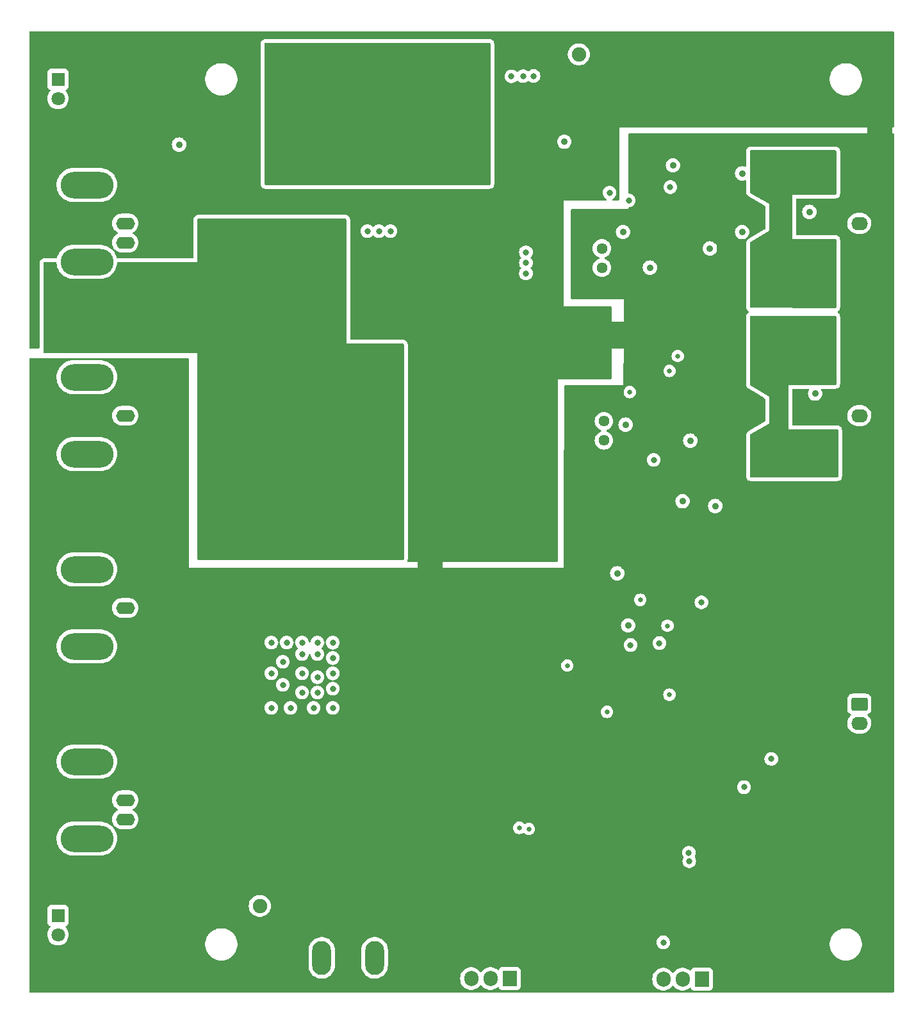
<source format=gbr>
%TF.GenerationSoftware,KiCad,Pcbnew,7.0.1*%
%TF.CreationDate,2023-05-22T15:23:34-04:00*%
%TF.ProjectId,bipolar_current_controller,6269706f-6c61-4725-9f63-757272656e74,rev?*%
%TF.SameCoordinates,Original*%
%TF.FileFunction,Copper,L2,Inr*%
%TF.FilePolarity,Positive*%
%FSLAX46Y46*%
G04 Gerber Fmt 4.6, Leading zero omitted, Abs format (unit mm)*
G04 Created by KiCad (PCBNEW 7.0.1) date 2023-05-22 15:23:34*
%MOMM*%
%LPD*%
G01*
G04 APERTURE LIST*
G04 Aperture macros list*
%AMRoundRect*
0 Rectangle with rounded corners*
0 $1 Rounding radius*
0 $2 $3 $4 $5 $6 $7 $8 $9 X,Y pos of 4 corners*
0 Add a 4 corners polygon primitive as box body*
4,1,4,$2,$3,$4,$5,$6,$7,$8,$9,$2,$3,0*
0 Add four circle primitives for the rounded corners*
1,1,$1+$1,$2,$3*
1,1,$1+$1,$4,$5*
1,1,$1+$1,$6,$7*
1,1,$1+$1,$8,$9*
0 Add four rect primitives between the rounded corners*
20,1,$1+$1,$2,$3,$4,$5,0*
20,1,$1+$1,$4,$5,$6,$7,0*
20,1,$1+$1,$6,$7,$8,$9,0*
20,1,$1+$1,$8,$9,$2,$3,0*%
G04 Aperture macros list end*
%TA.AperFunction,ComponentPad*%
%ADD10C,0.355600*%
%TD*%
%TA.AperFunction,ComponentPad*%
%ADD11R,1.905000X2.000000*%
%TD*%
%TA.AperFunction,ComponentPad*%
%ADD12O,1.905000X2.000000*%
%TD*%
%TA.AperFunction,ComponentPad*%
%ADD13RoundRect,0.250000X-0.845000X0.620000X-0.845000X-0.620000X0.845000X-0.620000X0.845000X0.620000X0*%
%TD*%
%TA.AperFunction,ComponentPad*%
%ADD14O,2.190000X1.740000*%
%TD*%
%TA.AperFunction,ComponentPad*%
%ADD15O,2.500000X4.500000*%
%TD*%
%TA.AperFunction,ComponentPad*%
%ADD16R,1.800000X1.800000*%
%TD*%
%TA.AperFunction,ComponentPad*%
%ADD17C,1.800000*%
%TD*%
%TA.AperFunction,ComponentPad*%
%ADD18C,1.440000*%
%TD*%
%TA.AperFunction,ComponentPad*%
%ADD19O,2.500000X1.600000*%
%TD*%
%TA.AperFunction,ComponentPad*%
%ADD20O,7.000000X3.500000*%
%TD*%
%TA.AperFunction,ViaPad*%
%ADD21C,0.889000*%
%TD*%
%TA.AperFunction,ViaPad*%
%ADD22C,0.800000*%
%TD*%
%TA.AperFunction,ViaPad*%
%ADD23C,0.635000*%
%TD*%
%TA.AperFunction,ViaPad*%
%ADD24C,1.651000*%
%TD*%
%TA.AperFunction,ViaPad*%
%ADD25C,1.905000*%
%TD*%
G04 APERTURE END LIST*
D10*
%TO.N,-15V*%
%TO.C,U8*%
X161636824Y-48491039D03*
X161636824Y-50015039D03*
X161636824Y-51539039D03*
X162081324Y-49253039D03*
X162081324Y-50777039D03*
X162525824Y-48491039D03*
X162525824Y-50015039D03*
X162525824Y-51539039D03*
X162970324Y-49253039D03*
X162970324Y-50777039D03*
X163414824Y-48491039D03*
X163414824Y-50015039D03*
X163414824Y-51539039D03*
%TD*%
D11*
%TO.N,Net-(U12-ADJ)*%
%TO.C,U12*%
X152400000Y-150640058D03*
D12*
%TO.N,Net-(U12-VI)*%
X149860000Y-150640058D03*
%TO.N,V-*%
X147320000Y-150640058D03*
%TD*%
D13*
%TO.N,GND*%
%TO.C,J7*%
X173228000Y-48260000D03*
D14*
%TO.N,Net-(J7-Pin_2)*%
X173228000Y-50800000D03*
%TD*%
D15*
%TO.N,+24V*%
%TO.C,P1*%
X102164000Y-147828000D03*
%TO.N,GND*%
X105664000Y-147828000D03*
%TO.N,-24V*%
X109164000Y-147828000D03*
%TD*%
D16*
%TO.N,Net-(D6-K)*%
%TO.C,D6*%
X67310000Y-31750000D03*
D17*
%TO.N,Digital_control*%
X67310000Y-34290000D03*
%TD*%
D18*
%TO.N,GND*%
%TO.C,RV1*%
X139197249Y-51558848D03*
%TO.N,Net-(R13-Pad2)*%
X139197249Y-54098848D03*
%TO.N,-5V*%
X139197249Y-56638848D03*
%TD*%
D13*
%TO.N,GND*%
%TO.C,J8*%
X173228000Y-73660000D03*
D14*
%TO.N,Net-(J8-Pin_2)*%
X173228000Y-76200000D03*
%TD*%
D19*
%TO.N,Net-(J1-In)*%
%TO.C,J1*%
X76200000Y-101600000D03*
%TO.N,GND*%
X76200000Y-104140000D03*
D20*
%TO.N,N/C*%
X71120000Y-106680000D03*
X71120000Y-96520000D03*
%TD*%
D19*
%TO.N,Net-(J2-In)*%
%TO.C,J2*%
X76200000Y-127000000D03*
%TO.N,Net-(J2-Ext)*%
X76200000Y-129540000D03*
D20*
%TO.N,N/C*%
X71120000Y-132080000D03*
X71120000Y-121920000D03*
%TD*%
D10*
%TO.N,V-*%
%TO.C,U7*%
X161618527Y-73858822D03*
X161618527Y-75382822D03*
X161618527Y-76906822D03*
X162063027Y-74620822D03*
X162063027Y-76144822D03*
X162507527Y-73858822D03*
X162507527Y-75382822D03*
X162507527Y-76906822D03*
X162952027Y-74620822D03*
X162952027Y-76144822D03*
X163396527Y-73858822D03*
X163396527Y-75382822D03*
X163396527Y-76906822D03*
%TD*%
D11*
%TO.N,Net-(U11-ADJ)*%
%TO.C,U11*%
X127000000Y-150561586D03*
D12*
%TO.N,V+*%
X124460000Y-150561586D03*
%TO.N,Net-(U11-VI)*%
X121920000Y-150561586D03*
%TD*%
D18*
%TO.N,GND*%
%TO.C,RV2*%
X139467129Y-81999056D03*
%TO.N,Net-(R15-Pad2)*%
X139467129Y-79459056D03*
%TO.N,+5V*%
X139467129Y-76919056D03*
%TD*%
D19*
%TO.N,Net-(J6-In)*%
%TO.C,J6*%
X76200000Y-50800000D03*
%TO.N,Net-(J6-Ext)*%
X76200000Y-53340000D03*
D20*
%TO.N,N/C*%
X71120000Y-55880000D03*
X71120000Y-45720000D03*
%TD*%
D13*
%TO.N,POWER_GND_REF*%
%TO.C,J9*%
X173228000Y-114300000D03*
D14*
%TO.N,U2*%
X173228000Y-116840000D03*
%TD*%
D16*
%TO.N,Net-(D3-K)*%
%TO.C,D3*%
X67310000Y-142240000D03*
D17*
%TO.N,+5V*%
X67310000Y-144780000D03*
%TD*%
D19*
%TO.N,Net-(J4-In)*%
%TO.C,J4*%
X76200000Y-76200000D03*
%TO.N,GND*%
X76200000Y-78740000D03*
D20*
%TO.N,N/C*%
X71120000Y-81280000D03*
X71120000Y-71120000D03*
%TD*%
D21*
%TO.N,+15V*%
X150876000Y-79502000D03*
X167386000Y-73279000D03*
X154178000Y-88138000D03*
D22*
X129159000Y-54610000D03*
X129159000Y-57404000D03*
X157982938Y-125284119D03*
X142995702Y-106502801D03*
D21*
X142667004Y-103922803D03*
X149860000Y-87503000D03*
D22*
X129159000Y-56007000D03*
D23*
%TO.N,GND*%
X151055911Y-102890211D03*
D22*
X122936000Y-67056000D03*
D23*
X81915000Y-110490000D03*
X116840000Y-50800000D03*
X135639515Y-53399489D03*
D21*
X143718922Y-33172935D03*
X121920000Y-71628000D03*
D23*
X167640000Y-127508000D03*
D21*
X128016000Y-71628000D03*
D23*
X77470000Y-133985000D03*
X148155575Y-109675244D03*
X85090000Y-136093200D03*
X142277096Y-56650718D03*
X120015000Y-132715000D03*
X81280000Y-119380000D03*
D21*
X142448922Y-32537935D03*
D23*
X126111000Y-37465000D03*
X137109200Y-140716000D03*
X137354061Y-102901414D03*
X157811937Y-110882289D03*
X160552198Y-117820051D03*
X169723832Y-49236282D03*
X84454402Y-36967784D03*
D22*
X120650000Y-63246000D03*
D23*
X78105000Y-125095000D03*
X147522343Y-140457499D03*
X131653922Y-29997935D03*
D22*
X129540000Y-61722000D03*
D23*
X78740000Y-99060000D03*
X151071886Y-138957959D03*
D22*
X122682000Y-61468000D03*
D23*
X117602000Y-53340000D03*
X77381114Y-38388970D03*
X88265000Y-121285000D03*
D21*
X142448922Y-34442935D03*
D23*
X127381000Y-28321000D03*
D22*
X128524000Y-69088000D03*
D21*
X144988922Y-33807935D03*
X119380000Y-79756000D03*
D23*
X81280000Y-105410000D03*
X85852000Y-111252000D03*
D22*
X129540000Y-63754000D03*
D24*
X73676179Y-142129016D03*
D23*
X125291800Y-142258404D03*
D24*
X108458000Y-140154326D03*
D23*
X80010000Y-74295000D03*
X151993004Y-50169869D03*
X117583786Y-140126400D03*
D24*
X105664000Y-140154326D03*
D23*
X76200000Y-132080000D03*
D22*
X120650000Y-61468000D03*
D21*
X141178922Y-34442935D03*
X144988922Y-31267935D03*
D23*
X148269173Y-55369716D03*
X110490000Y-136093200D03*
D21*
X139908922Y-31902935D03*
D23*
X112395000Y-58420000D03*
X131013200Y-140716000D03*
D21*
X133604000Y-122936000D03*
D23*
X135331200Y-137464800D03*
X107315000Y-62357000D03*
X98425000Y-132715000D03*
X118364000Y-123444000D03*
X88900000Y-132715000D03*
X145538770Y-106172043D03*
X163140719Y-127231458D03*
X80645000Y-116205000D03*
D22*
X128016000Y-61468000D03*
D23*
X167640000Y-121412000D03*
X83185000Y-132715000D03*
D21*
X127000000Y-79756000D03*
D23*
X155211531Y-92643515D03*
X101600000Y-136144000D03*
D21*
X143718922Y-30632935D03*
D23*
X157833805Y-81084503D03*
D22*
X125222000Y-67310000D03*
D21*
X124460000Y-82296000D03*
D22*
X120650000Y-67056000D03*
X126492000Y-69088000D03*
D21*
X144988922Y-29997935D03*
D23*
X101600000Y-119380000D03*
X167640000Y-133604000D03*
D22*
X125730000Y-63500000D03*
D23*
X148599431Y-80747683D03*
X131653922Y-34569935D03*
X80645000Y-102870000D03*
D22*
X122682000Y-63500000D03*
D21*
X128016000Y-122936000D03*
D23*
X73660000Y-127635000D03*
X161425163Y-94616097D03*
X123825000Y-135890000D03*
X146794145Y-100592165D03*
X127635000Y-50165000D03*
D22*
X120650000Y-69088000D03*
D23*
X145409742Y-55392753D03*
D21*
X132588000Y-50292000D03*
D23*
X84455000Y-123190000D03*
X114935000Y-119380000D03*
X131445000Y-37465000D03*
X107061000Y-58420000D03*
X150164377Y-41343253D03*
X80010000Y-90170000D03*
X140864945Y-35966935D03*
D21*
X134112000Y-64008000D03*
D23*
X72096620Y-142240064D03*
D22*
X125984000Y-66040000D03*
D23*
X82550000Y-136525000D03*
X80010000Y-95885000D03*
D21*
X132080000Y-54356000D03*
X139908922Y-33807935D03*
D23*
X144226922Y-35966935D03*
X156517568Y-135080830D03*
X122555000Y-132715000D03*
X134366000Y-32385000D03*
D21*
X141178922Y-31267935D03*
D23*
X142736481Y-82010986D03*
D21*
X130048000Y-82296000D03*
D23*
X108712000Y-99822000D03*
X167640000Y-109728000D03*
X84449347Y-39624000D03*
X130175000Y-137160000D03*
X153830010Y-124876038D03*
X156715323Y-71753171D03*
X80010000Y-84455000D03*
X106019600Y-136144000D03*
X89535000Y-115570000D03*
D21*
X142448922Y-31267935D03*
X125476000Y-71628000D03*
D23*
X132080000Y-132715000D03*
X135255000Y-132715000D03*
X142675532Y-100597953D03*
D22*
X120650000Y-65278000D03*
D21*
X144988922Y-32537935D03*
D23*
X143926731Y-71066918D03*
X128905000Y-113030000D03*
X111125000Y-124460000D03*
X91440000Y-132715000D03*
D21*
X141178922Y-32537935D03*
D23*
X133604000Y-106172000D03*
X126365000Y-136525000D03*
X140716000Y-137160000D03*
D21*
X116332000Y-79756000D03*
D23*
X157819007Y-55746584D03*
X84455000Y-100965000D03*
X168656000Y-117856000D03*
X134162800Y-140766800D03*
X121920000Y-118110000D03*
X153622816Y-102880105D03*
X146862800Y-133299200D03*
D21*
X131064000Y-71628000D03*
D24*
X162052000Y-142240000D03*
D23*
X81915000Y-98425000D03*
X123190000Y-111760000D03*
X97790000Y-136144000D03*
X150188370Y-66297411D03*
X71897575Y-31752096D03*
D22*
X125222000Y-61214000D03*
D23*
X141122400Y-140766800D03*
X80010000Y-93345000D03*
X76835000Y-89535000D03*
X145767247Y-80745421D03*
X80645000Y-130175000D03*
X135890000Y-80264000D03*
D22*
X123444000Y-65278000D03*
D23*
X148065187Y-101568008D03*
X80010000Y-76835000D03*
X144226922Y-28600935D03*
D21*
X128939168Y-59656244D03*
D23*
X145538770Y-103709754D03*
X154155979Y-76067877D03*
X73025000Y-75565000D03*
X76200000Y-83185000D03*
D22*
X122428000Y-69088000D03*
D23*
X156571504Y-46611814D03*
X140864945Y-28641225D03*
X89001600Y-136144000D03*
X119814190Y-141668003D03*
D21*
X130048000Y-79756000D03*
D23*
X101600000Y-124460000D03*
D21*
X133096000Y-70104000D03*
X143718922Y-31902935D03*
X124460000Y-79756000D03*
D23*
X79375000Y-135890000D03*
X167740448Y-103501913D03*
D22*
X129540000Y-67818000D03*
D21*
X136144000Y-66040000D03*
X119380000Y-82296000D03*
D23*
X140828404Y-113010136D03*
D21*
X129540000Y-122936000D03*
D22*
X124460000Y-69088000D03*
D23*
X116840000Y-132715000D03*
X92710000Y-124460000D03*
D21*
X139908922Y-30632935D03*
D23*
X148826329Y-74335314D03*
X84512682Y-104767018D03*
D21*
X142448922Y-29997935D03*
X121412000Y-79756000D03*
D23*
X122555000Y-50165000D03*
X92075000Y-136144000D03*
X80010000Y-80645000D03*
X125095000Y-53340000D03*
D22*
X129540000Y-65532000D03*
D23*
X125095000Y-58674000D03*
X107950000Y-119380000D03*
X148300585Y-135503323D03*
X167741889Y-97313903D03*
X148027762Y-105540972D03*
D21*
X141178922Y-29997935D03*
D23*
X153967344Y-50834856D03*
X127000000Y-132715000D03*
X145288000Y-138582400D03*
X94615000Y-119380000D03*
D21*
X127000000Y-82296000D03*
D22*
X128016000Y-66802000D03*
D23*
X152908000Y-137160000D03*
D21*
X131826000Y-122936000D03*
D23*
X137292146Y-97380801D03*
D22*
X127762000Y-64516000D03*
D23*
X118745000Y-116840000D03*
X169672000Y-74676000D03*
X80010000Y-128270000D03*
X76835000Y-73660000D03*
D21*
X131572000Y-68072000D03*
X116332000Y-82296000D03*
X121412000Y-82296000D03*
D23*
X143881837Y-45847894D03*
X85090000Y-118110000D03*
X153960059Y-127979467D03*
X78740000Y-73660000D03*
X77470000Y-95885000D03*
X144678400Y-135077200D03*
D22*
%TO.N,-15V*%
X146801759Y-106241834D03*
D21*
X88392000Y-84328000D03*
X96520000Y-59055000D03*
X67564000Y-59436000D03*
X108204000Y-89916000D03*
X105156000Y-78740000D03*
X102616000Y-69088000D03*
X102870000Y-53340000D03*
X97028000Y-70612000D03*
X101600000Y-51435000D03*
X99060000Y-93472000D03*
X97155000Y-55245000D03*
X105156000Y-73660000D03*
X108204000Y-86868000D03*
X111760000Y-93472000D03*
X97790000Y-60325000D03*
X97028000Y-62484000D03*
X99060000Y-51435000D03*
X92964000Y-58928000D03*
X89916000Y-53848000D03*
X99568000Y-69088000D03*
X73660000Y-64516000D03*
X104140000Y-55245000D03*
X99060000Y-81788000D03*
X90424000Y-62484000D03*
X103505000Y-57150000D03*
X90424000Y-67564000D03*
D22*
X130165324Y-31323190D03*
D21*
X88392000Y-90932000D03*
X99568000Y-64008000D03*
X92964000Y-53848000D03*
X105156000Y-84328000D03*
X87376000Y-65024000D03*
X101600000Y-55245000D03*
X76708000Y-59436000D03*
X108204000Y-81788000D03*
X87376000Y-74168000D03*
X79756000Y-64516000D03*
X102616000Y-66548000D03*
X105156000Y-93472000D03*
X90424000Y-65024000D03*
X97028000Y-67564000D03*
X70612000Y-64516000D03*
D22*
X161596302Y-121547000D03*
D21*
X89916000Y-58928000D03*
X87376000Y-70612000D03*
X93472000Y-74168000D03*
X111760000Y-76200000D03*
X99060000Y-59055000D03*
X87376000Y-67564000D03*
X157734000Y-44196000D03*
X88392000Y-87376000D03*
X108204000Y-84328000D03*
X105156000Y-86868000D03*
X105156000Y-89916000D03*
X93472000Y-62484000D03*
X102108000Y-93472000D03*
X76708000Y-61976000D03*
X145542000Y-56642000D03*
X111760000Y-89916000D03*
X96520000Y-89916000D03*
X88392000Y-81788000D03*
X102108000Y-76708000D03*
X93472000Y-70612000D03*
X96520000Y-93472000D03*
X102108000Y-79248000D03*
X96520000Y-84328000D03*
X82804000Y-64516000D03*
X102616000Y-64008000D03*
X108204000Y-93472000D03*
X70612000Y-59436000D03*
X108204000Y-73660000D03*
X98425000Y-53340000D03*
X70612000Y-61976000D03*
X99695000Y-55245000D03*
X97028000Y-74168000D03*
X102108000Y-81788000D03*
X90424000Y-70612000D03*
X73660000Y-59436000D03*
X100330000Y-53340000D03*
X105156000Y-81788000D03*
X99568000Y-66548000D03*
X79756000Y-61976000D03*
X89916000Y-56388000D03*
X111760000Y-81788000D03*
X76708000Y-64516000D03*
X100965000Y-60325000D03*
X134239000Y-40005000D03*
X86868000Y-58928000D03*
D22*
X128782844Y-31333990D03*
D21*
X105156000Y-76200000D03*
X96520000Y-86868000D03*
X108204000Y-70612000D03*
X102108000Y-89916000D03*
D22*
X152364946Y-100855373D03*
D21*
X102108000Y-86868000D03*
X111760000Y-86868000D03*
X82804000Y-61976000D03*
D22*
X127238355Y-31366392D03*
D21*
X93472000Y-67564000D03*
X86868000Y-53848000D03*
X99060000Y-89916000D03*
X99060000Y-86868000D03*
X97155000Y-51435000D03*
X108204000Y-76200000D03*
X73660000Y-61976000D03*
X88392000Y-79248000D03*
X97790000Y-57150000D03*
X67564000Y-61976000D03*
X82804000Y-59436000D03*
X99060000Y-84328000D03*
X111760000Y-68072000D03*
X108204000Y-78740000D03*
X79756000Y-59436000D03*
X100965000Y-57150000D03*
X157734000Y-51943000D03*
X67564000Y-64516000D03*
X93472000Y-65024000D03*
X96520000Y-81788000D03*
X92964000Y-56388000D03*
X111760000Y-78740000D03*
X111760000Y-73660000D03*
X90424000Y-74168000D03*
X104140000Y-51435000D03*
X87376000Y-62484000D03*
X102235000Y-59055000D03*
X111760000Y-70612000D03*
X93472000Y-91948000D03*
X93472000Y-88392000D03*
X102108000Y-84328000D03*
X97028000Y-65024000D03*
X86868000Y-56388000D03*
X111760000Y-84328000D03*
X93472000Y-85344000D03*
X104140000Y-60325000D03*
D23*
%TO.N,-2V5*%
X134620000Y-109220000D03*
X148126800Y-113060317D03*
%TO.N,+2V5*%
X129540000Y-130810000D03*
X128270000Y-130659163D03*
X139878959Y-115338405D03*
D22*
%TO.N,-5V*%
X103632000Y-112268000D03*
X103632000Y-106172000D03*
X95504000Y-114808000D03*
X99568000Y-106172000D03*
X99568000Y-112776000D03*
X97028000Y-111760000D03*
X101092000Y-114808000D03*
X111252000Y-51816000D03*
X99568000Y-110236000D03*
X97028000Y-108712000D03*
X101600000Y-110744000D03*
X101600000Y-112776000D03*
X98044000Y-114808000D03*
X99568000Y-107696000D03*
X103632000Y-114808000D03*
X108204000Y-51816000D03*
X95504000Y-106172000D03*
X101600000Y-106172000D03*
X101600000Y-107696000D03*
X109728000Y-51816000D03*
X103632000Y-108204000D03*
X95504000Y-110236000D03*
X97536000Y-106172000D03*
X103632000Y-110236000D03*
D21*
%TO.N,V+*%
X148590000Y-43125585D03*
D25*
X136153500Y-28457500D03*
D21*
X166624000Y-49276000D03*
X153475627Y-54102000D03*
D23*
X149225000Y-68326000D03*
D21*
%TO.N,V-*%
X117475000Y-33655000D03*
X115570000Y-33655000D03*
X118745000Y-35560000D03*
X121285000Y-35560000D03*
X123825000Y-35560000D03*
X123190000Y-30480000D03*
X121285000Y-31750000D03*
X122555000Y-37465000D03*
X120015000Y-33655000D03*
X116840000Y-31750000D03*
X118745000Y-39370000D03*
X118110000Y-30480000D03*
X123190000Y-31750000D03*
X121920000Y-33655000D03*
X116205000Y-39370000D03*
X116840000Y-35560000D03*
D22*
X142748000Y-47752000D03*
D21*
X118745000Y-31750000D03*
X115570000Y-30480000D03*
X117475000Y-37465000D03*
D22*
X146050000Y-82042000D03*
D21*
X120650000Y-30480000D03*
D23*
X142890239Y-73079467D03*
D21*
X120015000Y-37465000D03*
X121285000Y-39370000D03*
D23*
%TO.N,Net-(J1-In)*%
X144270733Y-100531174D03*
D22*
%TO.N,Net-(J2-In)*%
X150683599Y-133942756D03*
%TO.N,Net-(J2-Ext)*%
X150745586Y-135058437D03*
D23*
%TO.N,Net-(J4-In)*%
X147867684Y-103956128D03*
D21*
%TO.N,Net-(J5-Pin_3)*%
X142326661Y-77386257D03*
X141224000Y-97028000D03*
X141992606Y-51924665D03*
D23*
%TO.N,Digital_control*%
X148146169Y-70290173D03*
D21*
X83312000Y-40386000D03*
D22*
X140208000Y-46736000D03*
X148242140Y-46003024D03*
%TO.N,Net-(U12-ADJ)*%
X147317096Y-145787623D03*
D25*
%TO.N,Net-(U11-VI)*%
X93980000Y-140970000D03*
%TD*%
%TA.AperFunction,Conductor*%
%TO.N,-15V*%
G36*
X170118000Y-41147124D02*
G01*
X170163387Y-41192511D01*
X170180000Y-41254511D01*
X170180000Y-46866000D01*
X170163387Y-46928000D01*
X170118000Y-46973387D01*
X170056000Y-46990000D01*
X164338000Y-46990000D01*
X164338000Y-52832000D01*
X170056000Y-52832000D01*
X170118000Y-52848613D01*
X170163387Y-52894000D01*
X170180000Y-52956000D01*
X170180000Y-61851810D01*
X170163355Y-61913865D01*
X170117890Y-61959260D01*
X170055810Y-61975809D01*
X158886856Y-61958700D01*
X158824938Y-61942025D01*
X158779629Y-61896646D01*
X158763048Y-61834701D01*
X158763048Y-53392718D01*
X158779143Y-53331623D01*
X158823251Y-53286389D01*
X161303048Y-51798512D01*
X161303048Y-48242511D01*
X161303047Y-48242510D01*
X159649849Y-47250592D01*
X158823250Y-46754632D01*
X158779143Y-46709399D01*
X158763048Y-46648304D01*
X158763048Y-41254511D01*
X158779661Y-41192511D01*
X158825048Y-41147124D01*
X158887048Y-41130511D01*
X170056000Y-41130511D01*
X170118000Y-41147124D01*
G37*
%TD.AperFunction*%
%TD*%
%TA.AperFunction,Conductor*%
%TO.N,GND*%
G36*
X177737500Y-25417113D02*
G01*
X177782887Y-25462500D01*
X177799500Y-25524500D01*
X177799500Y-37976000D01*
X177782887Y-38038000D01*
X177737500Y-38083387D01*
X177675500Y-38100000D01*
X177546000Y-38100000D01*
X177546000Y-36576000D01*
X174244000Y-36576000D01*
X174244000Y-38100000D01*
X141478000Y-38100000D01*
X141478000Y-47628000D01*
X141461387Y-47690000D01*
X141416000Y-47735387D01*
X141354000Y-47752000D01*
X140723251Y-47752000D01*
X140663514Y-47736662D01*
X140618554Y-47694443D01*
X140599496Y-47635786D01*
X140611052Y-47575203D01*
X140650366Y-47527682D01*
X140813870Y-47408889D01*
X140940533Y-47268216D01*
X141035179Y-47104284D01*
X141050238Y-47057938D01*
X141093674Y-46924256D01*
X141113460Y-46736000D01*
X141093674Y-46547744D01*
X141035179Y-46367716D01*
X141035179Y-46367715D01*
X140940533Y-46203783D01*
X140813870Y-46063110D01*
X140660730Y-45951848D01*
X140487802Y-45874855D01*
X140302648Y-45835500D01*
X140302646Y-45835500D01*
X140113354Y-45835500D01*
X140113352Y-45835500D01*
X139928197Y-45874855D01*
X139755269Y-45951848D01*
X139602129Y-46063110D01*
X139475466Y-46203783D01*
X139380820Y-46367715D01*
X139322326Y-46547742D01*
X139302540Y-46736000D01*
X139322326Y-46924257D01*
X139380820Y-47104284D01*
X139475466Y-47268216D01*
X139602129Y-47408889D01*
X139765634Y-47527682D01*
X139804948Y-47575203D01*
X139816504Y-47635786D01*
X139797446Y-47694443D01*
X139752486Y-47736662D01*
X139692749Y-47752000D01*
X134112000Y-47752000D01*
X134112000Y-61722000D01*
X140338000Y-61722000D01*
X140400000Y-61738613D01*
X140445387Y-61784000D01*
X140462000Y-61846000D01*
X140462000Y-63754000D01*
X139700000Y-63754000D01*
X139700000Y-67310000D01*
X140462000Y-67310000D01*
X140462000Y-71250000D01*
X140445387Y-71312000D01*
X140400000Y-71357387D01*
X140338000Y-71374000D01*
X133350000Y-71374000D01*
X133350000Y-95380000D01*
X133333387Y-95442000D01*
X133288000Y-95487387D01*
X133226000Y-95504000D01*
X118110000Y-95504000D01*
X118110000Y-93980000D01*
X114808000Y-93980000D01*
X114808000Y-95504000D01*
X113610543Y-95504000D01*
X113552090Y-95489358D01*
X113507441Y-95448892D01*
X113487140Y-95392156D01*
X113495981Y-95332549D01*
X113501662Y-95318834D01*
X113518275Y-95256834D01*
X113535500Y-95126000D01*
X113535500Y-66799000D01*
X113518275Y-66668166D01*
X113501662Y-66606166D01*
X113451163Y-66484250D01*
X113451162Y-66484249D01*
X113370829Y-66379557D01*
X113325442Y-66334170D01*
X113220749Y-66253836D01*
X113098838Y-66203339D01*
X113036830Y-66186724D01*
X112906001Y-66169500D01*
X112906000Y-66169500D01*
X106039500Y-66169500D01*
X105977500Y-66152887D01*
X105932113Y-66107500D01*
X105915500Y-66045500D01*
X105915500Y-57404000D01*
X128253540Y-57404000D01*
X128263432Y-57498127D01*
X128273326Y-57592257D01*
X128331820Y-57772284D01*
X128426466Y-57936216D01*
X128553129Y-58076889D01*
X128706269Y-58188151D01*
X128879197Y-58265144D01*
X129064352Y-58304500D01*
X129064354Y-58304500D01*
X129253646Y-58304500D01*
X129253648Y-58304500D01*
X129377083Y-58278262D01*
X129438803Y-58265144D01*
X129611730Y-58188151D01*
X129764871Y-58076888D01*
X129891533Y-57936216D01*
X129986179Y-57772284D01*
X130044674Y-57592256D01*
X130064460Y-57404000D01*
X130044674Y-57215744D01*
X129986179Y-57035716D01*
X129986179Y-57035715D01*
X129891533Y-56871783D01*
X129816519Y-56788473D01*
X129788351Y-56735499D01*
X129788351Y-56675501D01*
X129816519Y-56622527D01*
X129891533Y-56539216D01*
X129986179Y-56375284D01*
X129986179Y-56375283D01*
X130044674Y-56195256D01*
X130064460Y-56007000D01*
X130044674Y-55818744D01*
X129986179Y-55638716D01*
X129986179Y-55638715D01*
X129891533Y-55474783D01*
X129826439Y-55402490D01*
X129816518Y-55391472D01*
X129788351Y-55338499D01*
X129788351Y-55278501D01*
X129816519Y-55225527D01*
X129891533Y-55142216D01*
X129986179Y-54978284D01*
X130001683Y-54930567D01*
X130044674Y-54798256D01*
X130064460Y-54610000D01*
X130044674Y-54421744D01*
X129986179Y-54241716D01*
X129986179Y-54241715D01*
X129891533Y-54077783D01*
X129764870Y-53937110D01*
X129611730Y-53825848D01*
X129438802Y-53748855D01*
X129253648Y-53709500D01*
X129253646Y-53709500D01*
X129064354Y-53709500D01*
X129064352Y-53709500D01*
X128879197Y-53748855D01*
X128706269Y-53825848D01*
X128553129Y-53937110D01*
X128426466Y-54077783D01*
X128331820Y-54241715D01*
X128273326Y-54421742D01*
X128253540Y-54610000D01*
X128273326Y-54798257D01*
X128331820Y-54978284D01*
X128426466Y-55142216D01*
X128501480Y-55225526D01*
X128529648Y-55278500D01*
X128529648Y-55338497D01*
X128501481Y-55391471D01*
X128426466Y-55474783D01*
X128331820Y-55638715D01*
X128273326Y-55818742D01*
X128253540Y-56006999D01*
X128273326Y-56195257D01*
X128331820Y-56375284D01*
X128426466Y-56539216D01*
X128501480Y-56622526D01*
X128529648Y-56675500D01*
X128529648Y-56735497D01*
X128501481Y-56788471D01*
X128426466Y-56871783D01*
X128331820Y-57035715D01*
X128273326Y-57215742D01*
X128273325Y-57215744D01*
X128273326Y-57215744D01*
X128253540Y-57404000D01*
X105915500Y-57404000D01*
X105915500Y-51815999D01*
X107298540Y-51815999D01*
X107318326Y-52004257D01*
X107376820Y-52184284D01*
X107471466Y-52348216D01*
X107598129Y-52488889D01*
X107751269Y-52600151D01*
X107924197Y-52677144D01*
X108109352Y-52716500D01*
X108109354Y-52716500D01*
X108298646Y-52716500D01*
X108298648Y-52716500D01*
X108436192Y-52687264D01*
X108483803Y-52677144D01*
X108656730Y-52600151D01*
X108793392Y-52500861D01*
X108809870Y-52488889D01*
X108873850Y-52417832D01*
X108931821Y-52381608D01*
X109000179Y-52381608D01*
X109058150Y-52417832D01*
X109122129Y-52488889D01*
X109275269Y-52600151D01*
X109448197Y-52677144D01*
X109633352Y-52716500D01*
X109633354Y-52716500D01*
X109822646Y-52716500D01*
X109822648Y-52716500D01*
X109960192Y-52687264D01*
X110007803Y-52677144D01*
X110180730Y-52600151D01*
X110317392Y-52500861D01*
X110333870Y-52488889D01*
X110397850Y-52417832D01*
X110455821Y-52381608D01*
X110524179Y-52381608D01*
X110582150Y-52417832D01*
X110646129Y-52488889D01*
X110799269Y-52600151D01*
X110972197Y-52677144D01*
X111157352Y-52716500D01*
X111157354Y-52716500D01*
X111346646Y-52716500D01*
X111346648Y-52716500D01*
X111484192Y-52687264D01*
X111531803Y-52677144D01*
X111704730Y-52600151D01*
X111841392Y-52500861D01*
X111857870Y-52488889D01*
X111984533Y-52348216D01*
X112079179Y-52184284D01*
X112121721Y-52053354D01*
X112137674Y-52004256D01*
X112157460Y-51816000D01*
X112137674Y-51627744D01*
X112080810Y-51452735D01*
X112079179Y-51447715D01*
X111984533Y-51283783D01*
X111857870Y-51143110D01*
X111704730Y-51031848D01*
X111531802Y-50954855D01*
X111346648Y-50915500D01*
X111346646Y-50915500D01*
X111157354Y-50915500D01*
X111157352Y-50915500D01*
X110972197Y-50954855D01*
X110799269Y-51031848D01*
X110646129Y-51143110D01*
X110582150Y-51214167D01*
X110524179Y-51250391D01*
X110455821Y-51250391D01*
X110397850Y-51214167D01*
X110333870Y-51143110D01*
X110180730Y-51031848D01*
X110007802Y-50954855D01*
X109822648Y-50915500D01*
X109822646Y-50915500D01*
X109633354Y-50915500D01*
X109633352Y-50915500D01*
X109448197Y-50954855D01*
X109275269Y-51031848D01*
X109122129Y-51143110D01*
X109058150Y-51214167D01*
X109000179Y-51250391D01*
X108931821Y-51250391D01*
X108873850Y-51214167D01*
X108809870Y-51143110D01*
X108656730Y-51031848D01*
X108483802Y-50954855D01*
X108298648Y-50915500D01*
X108298646Y-50915500D01*
X108109354Y-50915500D01*
X108109352Y-50915500D01*
X107924197Y-50954855D01*
X107751269Y-51031848D01*
X107598129Y-51143110D01*
X107471466Y-51283783D01*
X107376820Y-51447715D01*
X107318326Y-51627742D01*
X107298540Y-51815999D01*
X105915500Y-51815999D01*
X105915500Y-50288999D01*
X105898275Y-50158169D01*
X105898275Y-50158166D01*
X105881662Y-50096166D01*
X105831163Y-49974250D01*
X105810598Y-49947449D01*
X105750829Y-49869557D01*
X105705442Y-49824170D01*
X105600749Y-49743836D01*
X105478838Y-49693339D01*
X105416830Y-49676724D01*
X105286001Y-49659500D01*
X105286000Y-49659500D01*
X85849000Y-49659500D01*
X85848999Y-49659500D01*
X85718169Y-49676724D01*
X85656161Y-49693339D01*
X85534250Y-49743836D01*
X85429557Y-49824170D01*
X85384170Y-49869557D01*
X85303836Y-49974250D01*
X85253339Y-50096161D01*
X85236724Y-50158169D01*
X85219500Y-50288999D01*
X85219500Y-55250500D01*
X85202887Y-55312500D01*
X85157500Y-55357887D01*
X85095500Y-55374500D01*
X75241681Y-55374500D01*
X75229617Y-55376054D01*
X75178987Y-55382576D01*
X75119438Y-55375634D01*
X75070106Y-55341566D01*
X75042523Y-55288337D01*
X75041224Y-55282888D01*
X75024269Y-55211739D01*
X74957115Y-55037377D01*
X74915978Y-54930567D01*
X74771175Y-54666335D01*
X74592445Y-54423761D01*
X74382979Y-54207175D01*
X74146514Y-54020441D01*
X73971445Y-53916748D01*
X73887270Y-53866891D01*
X73697676Y-53786496D01*
X73609868Y-53749262D01*
X73319275Y-53669661D01*
X73319274Y-53669660D01*
X73319271Y-53669660D01*
X73020653Y-53629500D01*
X69294756Y-53629500D01*
X69294754Y-53629500D01*
X69069364Y-53644587D01*
X68774098Y-53704603D01*
X68489459Y-53803441D01*
X68220546Y-53939328D01*
X67972127Y-54109858D01*
X67748668Y-54311966D01*
X67554135Y-54542061D01*
X67392005Y-54796032D01*
X67265179Y-55069337D01*
X67194804Y-55296202D01*
X67165824Y-55345336D01*
X67117915Y-55376297D01*
X67061214Y-55382532D01*
X66995990Y-55374500D01*
X65529000Y-55374500D01*
X65528999Y-55374500D01*
X65398169Y-55391724D01*
X65336161Y-55408339D01*
X65214250Y-55458836D01*
X65109557Y-55539170D01*
X65064170Y-55584557D01*
X64983836Y-55689250D01*
X64933339Y-55811161D01*
X64916724Y-55873169D01*
X64899500Y-56003999D01*
X64899500Y-67186000D01*
X64882887Y-67248000D01*
X64837500Y-67293387D01*
X64775500Y-67310000D01*
X63624500Y-67310000D01*
X63562500Y-67293387D01*
X63517113Y-67248000D01*
X63500500Y-67186000D01*
X63500500Y-53339999D01*
X74444531Y-53339999D01*
X74464364Y-53566689D01*
X74523261Y-53786497D01*
X74619432Y-53992735D01*
X74749953Y-54179140D01*
X74910859Y-54340046D01*
X75097264Y-54470567D01*
X75097265Y-54470567D01*
X75097266Y-54470568D01*
X75303504Y-54566739D01*
X75523308Y-54625635D01*
X75608262Y-54633067D01*
X75693214Y-54640500D01*
X75693216Y-54640500D01*
X76706784Y-54640500D01*
X76706786Y-54640500D01*
X76774747Y-54634554D01*
X76876692Y-54625635D01*
X77096496Y-54566739D01*
X77302734Y-54470568D01*
X77489139Y-54340047D01*
X77650047Y-54179139D01*
X77780568Y-53992734D01*
X77876739Y-53786496D01*
X77935635Y-53566692D01*
X77955468Y-53340000D01*
X77935635Y-53113308D01*
X77876739Y-52893504D01*
X77780568Y-52687266D01*
X77729581Y-52614449D01*
X77650046Y-52500859D01*
X77489140Y-52339953D01*
X77302733Y-52209431D01*
X77244725Y-52182382D01*
X77192549Y-52136625D01*
X77173129Y-52070000D01*
X77192549Y-52003375D01*
X77244725Y-51957618D01*
X77302734Y-51930568D01*
X77489139Y-51800047D01*
X77650047Y-51639139D01*
X77780568Y-51452734D01*
X77876739Y-51246496D01*
X77935635Y-51026692D01*
X77955468Y-50800000D01*
X77935635Y-50573308D01*
X77876739Y-50353504D01*
X77780568Y-50147266D01*
X77744784Y-50096161D01*
X77650046Y-49960859D01*
X77489140Y-49799953D01*
X77302735Y-49669432D01*
X77096497Y-49573261D01*
X76876689Y-49514364D01*
X76706786Y-49499500D01*
X76706784Y-49499500D01*
X75693216Y-49499500D01*
X75693214Y-49499500D01*
X75523310Y-49514364D01*
X75303502Y-49573261D01*
X75097264Y-49669432D01*
X74910859Y-49799953D01*
X74749953Y-49960859D01*
X74619432Y-50147264D01*
X74523261Y-50353502D01*
X74464364Y-50573310D01*
X74444531Y-50799999D01*
X74464364Y-51026689D01*
X74523261Y-51246497D01*
X74619432Y-51452735D01*
X74749953Y-51639140D01*
X74910859Y-51800046D01*
X75097263Y-51930566D01*
X75097266Y-51930568D01*
X75155275Y-51957618D01*
X75207450Y-52003375D01*
X75226869Y-52070000D01*
X75207450Y-52136625D01*
X75155275Y-52182382D01*
X75097263Y-52209433D01*
X74910859Y-52339953D01*
X74749953Y-52500859D01*
X74619432Y-52687264D01*
X74523261Y-52893502D01*
X74464364Y-53113310D01*
X74444531Y-53339999D01*
X63500500Y-53339999D01*
X63500500Y-45795372D01*
X67115723Y-45795372D01*
X67145881Y-46095160D01*
X67215731Y-46388262D01*
X67324021Y-46669432D01*
X67463669Y-46924257D01*
X67468825Y-46933665D01*
X67647554Y-47176238D01*
X67857020Y-47392824D01*
X68093485Y-47579558D01*
X68352730Y-47733109D01*
X68630128Y-47850736D01*
X68630129Y-47850736D01*
X68630131Y-47850737D01*
X68694179Y-47868281D01*
X68920729Y-47930340D01*
X69219347Y-47970500D01*
X72945244Y-47970500D01*
X72945246Y-47970500D01*
X73170635Y-47955412D01*
X73293994Y-47930338D01*
X73465903Y-47895396D01*
X73750537Y-47796560D01*
X74019459Y-47660668D01*
X74267869Y-47490144D01*
X74491333Y-47288032D01*
X74685865Y-47057939D01*
X74847993Y-46803970D01*
X74974823Y-46530658D01*
X75064093Y-46242879D01*
X75114209Y-45945770D01*
X75124277Y-45644631D01*
X75119385Y-45596001D01*
X94109500Y-45596001D01*
X94126724Y-45726830D01*
X94143339Y-45788838D01*
X94193836Y-45910749D01*
X94274170Y-46015442D01*
X94319557Y-46060829D01*
X94364298Y-46095160D01*
X94424250Y-46141163D01*
X94546166Y-46191662D01*
X94608166Y-46208275D01*
X94706291Y-46221193D01*
X94738999Y-46225500D01*
X94739000Y-46225500D01*
X124336000Y-46225500D01*
X124336001Y-46225500D01*
X124362166Y-46222054D01*
X124466834Y-46208275D01*
X124528834Y-46191662D01*
X124650750Y-46141163D01*
X124755442Y-46060829D01*
X124800829Y-46015442D01*
X124881163Y-45910750D01*
X124931662Y-45788834D01*
X124948275Y-45726834D01*
X124965500Y-45596000D01*
X124965500Y-40005000D01*
X133289428Y-40005000D01*
X133307673Y-40190248D01*
X133307673Y-40190250D01*
X133307674Y-40190252D01*
X133361710Y-40368385D01*
X133449460Y-40532554D01*
X133495602Y-40588779D01*
X133567550Y-40676449D01*
X133639498Y-40735494D01*
X133711446Y-40794540D01*
X133875615Y-40882290D01*
X134053748Y-40936326D01*
X134239000Y-40954572D01*
X134424252Y-40936326D01*
X134602385Y-40882290D01*
X134766554Y-40794540D01*
X134910449Y-40676449D01*
X135028540Y-40532554D01*
X135116290Y-40368385D01*
X135170326Y-40190252D01*
X135188572Y-40005000D01*
X135170326Y-39819748D01*
X135116290Y-39641615D01*
X135028540Y-39477446D01*
X134969494Y-39405498D01*
X134910449Y-39333550D01*
X134822779Y-39261602D01*
X134766554Y-39215460D01*
X134602385Y-39127710D01*
X134424252Y-39073674D01*
X134424250Y-39073673D01*
X134424248Y-39073673D01*
X134264897Y-39057978D01*
X134239000Y-39055428D01*
X134238999Y-39055428D01*
X134053751Y-39073673D01*
X134053747Y-39073674D01*
X134053748Y-39073674D01*
X133875615Y-39127710D01*
X133875611Y-39127711D01*
X133875611Y-39127712D01*
X133711447Y-39215459D01*
X133567550Y-39333550D01*
X133483122Y-39436428D01*
X133449460Y-39477446D01*
X133361710Y-39641615D01*
X133313218Y-39801468D01*
X133307673Y-39819751D01*
X133289428Y-40005000D01*
X124965500Y-40005000D01*
X124965500Y-31366392D01*
X126332895Y-31366392D01*
X126352681Y-31554649D01*
X126411175Y-31734676D01*
X126505821Y-31898608D01*
X126632484Y-32039281D01*
X126785624Y-32150543D01*
X126958552Y-32227536D01*
X127143707Y-32266892D01*
X127143709Y-32266892D01*
X127333001Y-32266892D01*
X127333003Y-32266892D01*
X127456438Y-32240654D01*
X127518158Y-32227536D01*
X127691085Y-32150543D01*
X127844226Y-32039280D01*
X127880298Y-31999218D01*
X127933037Y-31940646D01*
X127991008Y-31904422D01*
X128059366Y-31904422D01*
X128117337Y-31940646D01*
X128176973Y-32006879D01*
X128330113Y-32118141D01*
X128503041Y-32195134D01*
X128688196Y-32234490D01*
X128688198Y-32234490D01*
X128877490Y-32234490D01*
X128877492Y-32234490D01*
X129000927Y-32208252D01*
X129062647Y-32195134D01*
X129235574Y-32118141D01*
X129344116Y-32039281D01*
X129399259Y-31999218D01*
X129399804Y-31999969D01*
X129437142Y-31974782D01*
X129496812Y-31968508D01*
X129552443Y-31990984D01*
X129559450Y-31996075D01*
X129559453Y-31996078D01*
X129712594Y-32107341D01*
X129712595Y-32107341D01*
X129712596Y-32107342D01*
X129885521Y-32184334D01*
X130070676Y-32223690D01*
X130070678Y-32223690D01*
X130259970Y-32223690D01*
X130259972Y-32223690D01*
X130383408Y-32197452D01*
X130445127Y-32184334D01*
X130618054Y-32107341D01*
X130711731Y-32039281D01*
X130771194Y-31996079D01*
X130861734Y-31895525D01*
X169322500Y-31895525D01*
X169362131Y-32183862D01*
X169385395Y-32266892D01*
X169440656Y-32464121D01*
X169556611Y-32731075D01*
X169707835Y-32979754D01*
X169891513Y-33205524D01*
X169891514Y-33205525D01*
X170104224Y-33404183D01*
X170341998Y-33572023D01*
X170342002Y-33572025D01*
X170600421Y-33705927D01*
X170874666Y-33803393D01*
X171159629Y-33862609D01*
X171377327Y-33877500D01*
X171522672Y-33877500D01*
X171522673Y-33877500D01*
X171740371Y-33862609D01*
X172025334Y-33803393D01*
X172299579Y-33705927D01*
X172557998Y-33572025D01*
X172795777Y-33404182D01*
X173008486Y-33205525D01*
X173192165Y-32979754D01*
X173343389Y-32731075D01*
X173459344Y-32464121D01*
X173537868Y-32183864D01*
X173577500Y-31895525D01*
X173577500Y-31604475D01*
X173537868Y-31316136D01*
X173459344Y-31035879D01*
X173343389Y-30768925D01*
X173192165Y-30520246D01*
X173008486Y-30294475D01*
X172795777Y-30095818D01*
X172795775Y-30095816D01*
X172558001Y-29927976D01*
X172299575Y-29794071D01*
X172025333Y-29696606D01*
X171740375Y-29637391D01*
X171566212Y-29625478D01*
X171522673Y-29622500D01*
X171377327Y-29622500D01*
X171341044Y-29624981D01*
X171159624Y-29637391D01*
X170874666Y-29696606D01*
X170600424Y-29794071D01*
X170341998Y-29927976D01*
X170104224Y-30095816D01*
X169891514Y-30294474D01*
X169707834Y-30520247D01*
X169556611Y-30768924D01*
X169440657Y-31035876D01*
X169362131Y-31316137D01*
X169322500Y-31604475D01*
X169322500Y-31895525D01*
X130861734Y-31895525D01*
X130897857Y-31855406D01*
X130992503Y-31691474D01*
X131036960Y-31554649D01*
X131050998Y-31511446D01*
X131070784Y-31323190D01*
X131050998Y-31134934D01*
X130992503Y-30954906D01*
X130992503Y-30954905D01*
X130897857Y-30790973D01*
X130771194Y-30650300D01*
X130618054Y-30539038D01*
X130445126Y-30462045D01*
X130259972Y-30422690D01*
X130259970Y-30422690D01*
X130070678Y-30422690D01*
X130070676Y-30422690D01*
X129885521Y-30462045D01*
X129712593Y-30539038D01*
X129548909Y-30657962D01*
X129548363Y-30657211D01*
X129511015Y-30682401D01*
X129451350Y-30688670D01*
X129395724Y-30666195D01*
X129388716Y-30661103D01*
X129388715Y-30661102D01*
X129235574Y-30549839D01*
X129235573Y-30549838D01*
X129235571Y-30549837D01*
X129062646Y-30472845D01*
X128877492Y-30433490D01*
X128877490Y-30433490D01*
X128688198Y-30433490D01*
X128688196Y-30433490D01*
X128503041Y-30472845D01*
X128330113Y-30549838D01*
X128176973Y-30661100D01*
X128088162Y-30759736D01*
X128030191Y-30795960D01*
X127961833Y-30795960D01*
X127903862Y-30759736D01*
X127844225Y-30693502D01*
X127691085Y-30582240D01*
X127518157Y-30505247D01*
X127333003Y-30465892D01*
X127333001Y-30465892D01*
X127143709Y-30465892D01*
X127143707Y-30465892D01*
X126958552Y-30505247D01*
X126785624Y-30582240D01*
X126632484Y-30693502D01*
X126505821Y-30834175D01*
X126411175Y-30998107D01*
X126352681Y-31178134D01*
X126332895Y-31366392D01*
X124965500Y-31366392D01*
X124965500Y-28457500D01*
X134695519Y-28457500D01*
X134715404Y-28697471D01*
X134715404Y-28697474D01*
X134715405Y-28697476D01*
X134774517Y-28930905D01*
X134871245Y-29151422D01*
X135002949Y-29353010D01*
X135166037Y-29530171D01*
X135356061Y-29678072D01*
X135567836Y-29792679D01*
X135795587Y-29870866D01*
X136033101Y-29910500D01*
X136273899Y-29910500D01*
X136511413Y-29870866D01*
X136739164Y-29792679D01*
X136950939Y-29678072D01*
X137140963Y-29530171D01*
X137304051Y-29353010D01*
X137435755Y-29151422D01*
X137532483Y-28930905D01*
X137591595Y-28697476D01*
X137611480Y-28457500D01*
X137591595Y-28217524D01*
X137532483Y-27984095D01*
X137435755Y-27763578D01*
X137304051Y-27561990D01*
X137140963Y-27384829D01*
X136950939Y-27236928D01*
X136739164Y-27122321D01*
X136739160Y-27122319D01*
X136739159Y-27122319D01*
X136511415Y-27044134D01*
X136273899Y-27004500D01*
X136033101Y-27004500D01*
X135795584Y-27044134D01*
X135567840Y-27122319D01*
X135356059Y-27236929D01*
X135166036Y-27384829D01*
X135002948Y-27561991D01*
X134871245Y-27763577D01*
X134774517Y-27984093D01*
X134715404Y-28217528D01*
X134695519Y-28457500D01*
X124965500Y-28457500D01*
X124965500Y-27048000D01*
X124948275Y-26917166D01*
X124931662Y-26855166D01*
X124881163Y-26733250D01*
X124800829Y-26628557D01*
X124755442Y-26583170D01*
X124650749Y-26502836D01*
X124528838Y-26452339D01*
X124466830Y-26435724D01*
X124336001Y-26418500D01*
X124336000Y-26418500D01*
X94739000Y-26418500D01*
X94738999Y-26418500D01*
X94608169Y-26435724D01*
X94546161Y-26452339D01*
X94424250Y-26502836D01*
X94319557Y-26583170D01*
X94274170Y-26628557D01*
X94193836Y-26733250D01*
X94143339Y-26855161D01*
X94126724Y-26917169D01*
X94109500Y-27047999D01*
X94109500Y-45596001D01*
X75119385Y-45596001D01*
X75094118Y-45344838D01*
X75024269Y-45051739D01*
X74953291Y-44867449D01*
X74915978Y-44770567D01*
X74771175Y-44506335D01*
X74592445Y-44263761D01*
X74382979Y-44047175D01*
X74146514Y-43860441D01*
X74009568Y-43779328D01*
X73887270Y-43706891D01*
X73705671Y-43629886D01*
X73609868Y-43589262D01*
X73319275Y-43509661D01*
X73319274Y-43509660D01*
X73319271Y-43509660D01*
X73020653Y-43469500D01*
X69294756Y-43469500D01*
X69294754Y-43469500D01*
X69069364Y-43484587D01*
X68774098Y-43544603D01*
X68489459Y-43643441D01*
X68220546Y-43779328D01*
X67972127Y-43949858D01*
X67748668Y-44151966D01*
X67554135Y-44382061D01*
X67392005Y-44636032D01*
X67265178Y-44909339D01*
X67191898Y-45145572D01*
X67175907Y-45197121D01*
X67125791Y-45494230D01*
X67115942Y-45788834D01*
X67115723Y-45795372D01*
X63500500Y-45795372D01*
X63500500Y-40385999D01*
X82362428Y-40385999D01*
X82380673Y-40571248D01*
X82380673Y-40571250D01*
X82380674Y-40571252D01*
X82434710Y-40749385D01*
X82522460Y-40913554D01*
X82568602Y-40969779D01*
X82640550Y-41057449D01*
X82712498Y-41116494D01*
X82784446Y-41175540D01*
X82948615Y-41263290D01*
X83126748Y-41317326D01*
X83312000Y-41335572D01*
X83497252Y-41317326D01*
X83675385Y-41263290D01*
X83839554Y-41175540D01*
X83983449Y-41057449D01*
X84101540Y-40913554D01*
X84189290Y-40749385D01*
X84243326Y-40571252D01*
X84261572Y-40386000D01*
X84243326Y-40200748D01*
X84189290Y-40022615D01*
X84101540Y-39858446D01*
X84042494Y-39786498D01*
X83983449Y-39714550D01*
X83894571Y-39641611D01*
X83839554Y-39596460D01*
X83675385Y-39508710D01*
X83497252Y-39454674D01*
X83497250Y-39454673D01*
X83497248Y-39454673D01*
X83312000Y-39436428D01*
X83126751Y-39454673D01*
X83126747Y-39454674D01*
X83126748Y-39454674D01*
X82948615Y-39508710D01*
X82948611Y-39508711D01*
X82948611Y-39508712D01*
X82784447Y-39596459D01*
X82640550Y-39714550D01*
X82522460Y-39858446D01*
X82434710Y-40022615D01*
X82386218Y-40182468D01*
X82380673Y-40200751D01*
X82362428Y-40385999D01*
X63500500Y-40385999D01*
X63500500Y-34290000D01*
X65904699Y-34290000D01*
X65923865Y-34521299D01*
X65923865Y-34521301D01*
X65923866Y-34521305D01*
X65980843Y-34746300D01*
X66074076Y-34958849D01*
X66201021Y-35153153D01*
X66358216Y-35323913D01*
X66541374Y-35466470D01*
X66745497Y-35576936D01*
X66855257Y-35614616D01*
X66965015Y-35652297D01*
X66965017Y-35652297D01*
X66965019Y-35652298D01*
X67193951Y-35690500D01*
X67426048Y-35690500D01*
X67426049Y-35690500D01*
X67654981Y-35652298D01*
X67874503Y-35576936D01*
X68078626Y-35466470D01*
X68261784Y-35323913D01*
X68418979Y-35153153D01*
X68545924Y-34958849D01*
X68639157Y-34746300D01*
X68696134Y-34521305D01*
X68715300Y-34290000D01*
X68696134Y-34058695D01*
X68639157Y-33833700D01*
X68545924Y-33621151D01*
X68418979Y-33426847D01*
X68324195Y-33323884D01*
X68295424Y-33271134D01*
X68294831Y-33211047D01*
X68322558Y-33157737D01*
X68372092Y-33123722D01*
X68452331Y-33093796D01*
X68567546Y-33007546D01*
X68653796Y-32892331D01*
X68704091Y-32757483D01*
X68710500Y-32697873D01*
X68710500Y-31895525D01*
X86772500Y-31895525D01*
X86812131Y-32183862D01*
X86835395Y-32266892D01*
X86890656Y-32464121D01*
X87006611Y-32731075D01*
X87157835Y-32979754D01*
X87341514Y-33205525D01*
X87554224Y-33404183D01*
X87791998Y-33572023D01*
X87792002Y-33572025D01*
X88050421Y-33705927D01*
X88324666Y-33803393D01*
X88609629Y-33862609D01*
X88827327Y-33877500D01*
X88972672Y-33877500D01*
X88972673Y-33877500D01*
X89190371Y-33862609D01*
X89475334Y-33803393D01*
X89749579Y-33705927D01*
X90007998Y-33572025D01*
X90245777Y-33404182D01*
X90458486Y-33205525D01*
X90642165Y-32979754D01*
X90793389Y-32731075D01*
X90909344Y-32464121D01*
X90987868Y-32183864D01*
X91027500Y-31895525D01*
X91027500Y-31604475D01*
X90987868Y-31316136D01*
X90909344Y-31035879D01*
X90793389Y-30768925D01*
X90642165Y-30520246D01*
X90458486Y-30294475D01*
X90245777Y-30095818D01*
X90245775Y-30095816D01*
X90008001Y-29927976D01*
X89749575Y-29794071D01*
X89475333Y-29696606D01*
X89190375Y-29637391D01*
X89016212Y-29625478D01*
X88972673Y-29622500D01*
X88827327Y-29622500D01*
X88791043Y-29624981D01*
X88609624Y-29637391D01*
X88324666Y-29696606D01*
X88050424Y-29794071D01*
X87791998Y-29927976D01*
X87554224Y-30095816D01*
X87341514Y-30294474D01*
X87157834Y-30520247D01*
X87006611Y-30768924D01*
X86890657Y-31035876D01*
X86812131Y-31316137D01*
X86772500Y-31604475D01*
X86772500Y-31895525D01*
X68710500Y-31895525D01*
X68710499Y-30802128D01*
X68704091Y-30742517D01*
X68653796Y-30607669D01*
X68567546Y-30492454D01*
X68452331Y-30406204D01*
X68317483Y-30355909D01*
X68257873Y-30349500D01*
X68257869Y-30349500D01*
X66362130Y-30349500D01*
X66302515Y-30355909D01*
X66167669Y-30406204D01*
X66052454Y-30492454D01*
X65966204Y-30607668D01*
X65915909Y-30742516D01*
X65909500Y-30802130D01*
X65909500Y-32697869D01*
X65913070Y-32731075D01*
X65915909Y-32757483D01*
X65966204Y-32892331D01*
X66052454Y-33007546D01*
X66167669Y-33093796D01*
X66247905Y-33123722D01*
X66297441Y-33157737D01*
X66325168Y-33211047D01*
X66324575Y-33271134D01*
X66295802Y-33323887D01*
X66201020Y-33426848D01*
X66074076Y-33621150D01*
X65980844Y-33833696D01*
X65923865Y-34058700D01*
X65904699Y-34290000D01*
X63500500Y-34290000D01*
X63500500Y-25524500D01*
X63517113Y-25462500D01*
X63562500Y-25417113D01*
X63624500Y-25400500D01*
X177675500Y-25400500D01*
X177737500Y-25417113D01*
G37*
%TD.AperFunction*%
%TD*%
%TA.AperFunction,Conductor*%
%TO.N,GND*%
G36*
X174244000Y-40132000D02*
G01*
X177546000Y-40132000D01*
X177546000Y-38862000D01*
X177675500Y-38862000D01*
X177737500Y-38878613D01*
X177782887Y-38924000D01*
X177799500Y-38986000D01*
X177799500Y-152275500D01*
X177782887Y-152337500D01*
X177737500Y-152382887D01*
X177675500Y-152399500D01*
X63624500Y-152399500D01*
X63562500Y-152382887D01*
X63517113Y-152337500D01*
X63500500Y-152275500D01*
X63500500Y-150669192D01*
X120467000Y-150669192D01*
X120481904Y-150849057D01*
X120481904Y-150849060D01*
X120481905Y-150849062D01*
X120501777Y-150927534D01*
X120541017Y-151082492D01*
X120637745Y-151303008D01*
X120769449Y-151504596D01*
X120932537Y-151681757D01*
X121122561Y-151829658D01*
X121334336Y-151944265D01*
X121562087Y-152022452D01*
X121799601Y-152062086D01*
X122040399Y-152062086D01*
X122277913Y-152022452D01*
X122505664Y-151944265D01*
X122717439Y-151829658D01*
X122907463Y-151681757D01*
X123070551Y-151504596D01*
X123086190Y-151480657D01*
X123130979Y-151439425D01*
X123189996Y-151424478D01*
X123249014Y-151439422D01*
X123293806Y-151480654D01*
X123308374Y-151502950D01*
X123309449Y-151504596D01*
X123472537Y-151681757D01*
X123662561Y-151829658D01*
X123874336Y-151944265D01*
X124102087Y-152022452D01*
X124339601Y-152062086D01*
X124580399Y-152062086D01*
X124817913Y-152022452D01*
X125045664Y-151944265D01*
X125257439Y-151829658D01*
X125399930Y-151718752D01*
X125452358Y-151694899D01*
X125509907Y-151697306D01*
X125560160Y-151725454D01*
X125592273Y-151773271D01*
X125603702Y-151803914D01*
X125603703Y-151803916D01*
X125603704Y-151803917D01*
X125689954Y-151919132D01*
X125805169Y-152005382D01*
X125940017Y-152055677D01*
X125999627Y-152062086D01*
X128000372Y-152062085D01*
X128059983Y-152055677D01*
X128194831Y-152005382D01*
X128310046Y-151919132D01*
X128396296Y-151803917D01*
X128446591Y-151669069D01*
X128453000Y-151609459D01*
X128453000Y-150747664D01*
X145867000Y-150747664D01*
X145881904Y-150927529D01*
X145921145Y-151082492D01*
X145941017Y-151160963D01*
X146037745Y-151381480D01*
X146169449Y-151583068D01*
X146332537Y-151760229D01*
X146522561Y-151908130D01*
X146734336Y-152022737D01*
X146962087Y-152100924D01*
X147199601Y-152140558D01*
X147440399Y-152140558D01*
X147677913Y-152100924D01*
X147905664Y-152022737D01*
X148117439Y-151908130D01*
X148307463Y-151760229D01*
X148470551Y-151583068D01*
X148486191Y-151559128D01*
X148530982Y-151517895D01*
X148590000Y-151502950D01*
X148649018Y-151517895D01*
X148693808Y-151559128D01*
X148709449Y-151583068D01*
X148872537Y-151760229D01*
X149062561Y-151908130D01*
X149274336Y-152022737D01*
X149502087Y-152100924D01*
X149739601Y-152140558D01*
X149980399Y-152140558D01*
X150217913Y-152100924D01*
X150445664Y-152022737D01*
X150657439Y-151908130D01*
X150799930Y-151797224D01*
X150852358Y-151773371D01*
X150909907Y-151775778D01*
X150960160Y-151803926D01*
X150992273Y-151851743D01*
X151003702Y-151882386D01*
X151003703Y-151882388D01*
X151003704Y-151882389D01*
X151089954Y-151997604D01*
X151205169Y-152083854D01*
X151340017Y-152134149D01*
X151399627Y-152140558D01*
X153400372Y-152140557D01*
X153459983Y-152134149D01*
X153594831Y-152083854D01*
X153710046Y-151997604D01*
X153796296Y-151882389D01*
X153846591Y-151747541D01*
X153853000Y-151687931D01*
X153852999Y-149592186D01*
X153846591Y-149532575D01*
X153796296Y-149397727D01*
X153710046Y-149282512D01*
X153594831Y-149196262D01*
X153459983Y-149145967D01*
X153400373Y-149139558D01*
X153400369Y-149139558D01*
X151399630Y-149139558D01*
X151340015Y-149145967D01*
X151205169Y-149196262D01*
X151089954Y-149282512D01*
X151003703Y-149397728D01*
X150992273Y-149428373D01*
X150960159Y-149476189D01*
X150909907Y-149504337D01*
X150852358Y-149506744D01*
X150799930Y-149482891D01*
X150791319Y-149476189D01*
X150657439Y-149371986D01*
X150445664Y-149257379D01*
X150445660Y-149257377D01*
X150445659Y-149257377D01*
X150217915Y-149179192D01*
X149980399Y-149139558D01*
X149739601Y-149139558D01*
X149502084Y-149179192D01*
X149274340Y-149257377D01*
X149274336Y-149257378D01*
X149274336Y-149257379D01*
X149207563Y-149293515D01*
X149062559Y-149371987D01*
X148872536Y-149519887D01*
X148709448Y-149697049D01*
X148693808Y-149720988D01*
X148649017Y-149762220D01*
X148590000Y-149777165D01*
X148530983Y-149762220D01*
X148486192Y-149720988D01*
X148482649Y-149715566D01*
X148470551Y-149697048D01*
X148307463Y-149519887D01*
X148117439Y-149371986D01*
X147905664Y-149257379D01*
X147905660Y-149257377D01*
X147905659Y-149257377D01*
X147677915Y-149179192D01*
X147440399Y-149139558D01*
X147199601Y-149139558D01*
X146962084Y-149179192D01*
X146734340Y-149257377D01*
X146734336Y-149257378D01*
X146734336Y-149257379D01*
X146667563Y-149293515D01*
X146522559Y-149371987D01*
X146332536Y-149519887D01*
X146169448Y-149697049D01*
X146037745Y-149898635D01*
X145941017Y-150119151D01*
X145881904Y-150352586D01*
X145867000Y-150532452D01*
X145867000Y-150747664D01*
X128453000Y-150747664D01*
X128452999Y-149513714D01*
X128446591Y-149454103D01*
X128396296Y-149319255D01*
X128310046Y-149204040D01*
X128194831Y-149117790D01*
X128059983Y-149067495D01*
X128000373Y-149061086D01*
X128000369Y-149061086D01*
X125999630Y-149061086D01*
X125940015Y-149067495D01*
X125805169Y-149117790D01*
X125689954Y-149204040D01*
X125603703Y-149319256D01*
X125592273Y-149349901D01*
X125560159Y-149397717D01*
X125509907Y-149425865D01*
X125452358Y-149428272D01*
X125399930Y-149404419D01*
X125391333Y-149397728D01*
X125257439Y-149293514D01*
X125045664Y-149178907D01*
X125045660Y-149178905D01*
X125045659Y-149178905D01*
X124817915Y-149100720D01*
X124580399Y-149061086D01*
X124339601Y-149061086D01*
X124102084Y-149100720D01*
X123874340Y-149178905D01*
X123874336Y-149178906D01*
X123874336Y-149178907D01*
X123733152Y-149255311D01*
X123662559Y-149293515D01*
X123472536Y-149441415D01*
X123309446Y-149618577D01*
X123293806Y-149642517D01*
X123249015Y-149683749D01*
X123189997Y-149698693D01*
X123130980Y-149683747D01*
X123086190Y-149642514D01*
X123076716Y-149628013D01*
X123070551Y-149618576D01*
X122907463Y-149441415D01*
X122717439Y-149293514D01*
X122505664Y-149178907D01*
X122505660Y-149178905D01*
X122505659Y-149178905D01*
X122277915Y-149100720D01*
X122040399Y-149061086D01*
X121799601Y-149061086D01*
X121562084Y-149100720D01*
X121334340Y-149178905D01*
X121334336Y-149178906D01*
X121334336Y-149178907D01*
X121193152Y-149255311D01*
X121122559Y-149293515D01*
X120932536Y-149441415D01*
X120769448Y-149618577D01*
X120637745Y-149820163D01*
X120541017Y-150040679D01*
X120481904Y-150274114D01*
X120467000Y-150453980D01*
X120467000Y-150669192D01*
X63500500Y-150669192D01*
X63500500Y-148893499D01*
X100413500Y-148893499D01*
X100428197Y-149089627D01*
X100486580Y-149345418D01*
X100560034Y-149532575D01*
X100582432Y-149589643D01*
X100713614Y-149816857D01*
X100877195Y-150021981D01*
X100877197Y-150021983D01*
X100877198Y-150021984D01*
X101069514Y-150200428D01*
X101069520Y-150200432D01*
X101069521Y-150200433D01*
X101286296Y-150348228D01*
X101522677Y-150462063D01*
X101773385Y-150539396D01*
X102032818Y-150578500D01*
X102295182Y-150578500D01*
X102554615Y-150539396D01*
X102805323Y-150462063D01*
X103041704Y-150348228D01*
X103258479Y-150200433D01*
X103258482Y-150200429D01*
X103258485Y-150200428D01*
X103430653Y-150040679D01*
X103450805Y-150021981D01*
X103614386Y-149816857D01*
X103745568Y-149589643D01*
X103841420Y-149345416D01*
X103899802Y-149089630D01*
X103914500Y-148893499D01*
X107413500Y-148893499D01*
X107428197Y-149089627D01*
X107486580Y-149345418D01*
X107560034Y-149532575D01*
X107582432Y-149589643D01*
X107713614Y-149816857D01*
X107877195Y-150021981D01*
X107877197Y-150021983D01*
X107877198Y-150021984D01*
X108069514Y-150200428D01*
X108069520Y-150200432D01*
X108069521Y-150200433D01*
X108286296Y-150348228D01*
X108522677Y-150462063D01*
X108773385Y-150539396D01*
X109032818Y-150578500D01*
X109295182Y-150578500D01*
X109554615Y-150539396D01*
X109805323Y-150462063D01*
X110041704Y-150348228D01*
X110258479Y-150200433D01*
X110258482Y-150200429D01*
X110258485Y-150200428D01*
X110430653Y-150040679D01*
X110450805Y-150021981D01*
X110614386Y-149816857D01*
X110745568Y-149589643D01*
X110841420Y-149345416D01*
X110899802Y-149089630D01*
X110914500Y-148893494D01*
X110914500Y-146762506D01*
X110899802Y-146566370D01*
X110841420Y-146310584D01*
X110745568Y-146066357D01*
X110614386Y-145839143D01*
X110573300Y-145787623D01*
X146411636Y-145787623D01*
X146431422Y-145975880D01*
X146489916Y-146155907D01*
X146584562Y-146319839D01*
X146711225Y-146460512D01*
X146864365Y-146571774D01*
X147037293Y-146648767D01*
X147222448Y-146688123D01*
X147222450Y-146688123D01*
X147411742Y-146688123D01*
X147411744Y-146688123D01*
X147535180Y-146661885D01*
X147596899Y-146648767D01*
X147769826Y-146571774D01*
X147777264Y-146566370D01*
X147922966Y-146460512D01*
X148049629Y-146319839D01*
X148121402Y-146195525D01*
X169322500Y-146195525D01*
X169362131Y-146483862D01*
X169386763Y-146571774D01*
X169440656Y-146764121D01*
X169556611Y-147031075D01*
X169707835Y-147279754D01*
X169891514Y-147505525D01*
X170104224Y-147704183D01*
X170341998Y-147872023D01*
X170342002Y-147872025D01*
X170600421Y-148005927D01*
X170874666Y-148103393D01*
X171159629Y-148162609D01*
X171377327Y-148177500D01*
X171522672Y-148177500D01*
X171522673Y-148177500D01*
X171740371Y-148162609D01*
X172025334Y-148103393D01*
X172299579Y-148005927D01*
X172557998Y-147872025D01*
X172795777Y-147704182D01*
X173008486Y-147505525D01*
X173192165Y-147279754D01*
X173343389Y-147031075D01*
X173459344Y-146764121D01*
X173537868Y-146483864D01*
X173577500Y-146195525D01*
X173577500Y-145904475D01*
X173537868Y-145616136D01*
X173459344Y-145335879D01*
X173343389Y-145068925D01*
X173192165Y-144820246D01*
X173008486Y-144594475D01*
X172795777Y-144395818D01*
X172795775Y-144395816D01*
X172558001Y-144227976D01*
X172299575Y-144094071D01*
X172025333Y-143996606D01*
X171740375Y-143937391D01*
X171566212Y-143925478D01*
X171522673Y-143922500D01*
X171377327Y-143922500D01*
X171341043Y-143924981D01*
X171159624Y-143937391D01*
X170874666Y-143996606D01*
X170600424Y-144094071D01*
X170341998Y-144227976D01*
X170104224Y-144395816D01*
X169891514Y-144594474D01*
X169707834Y-144820247D01*
X169556611Y-145068924D01*
X169440657Y-145335876D01*
X169362131Y-145616137D01*
X169322500Y-145904475D01*
X169322500Y-146195525D01*
X148121402Y-146195525D01*
X148144275Y-146155907D01*
X148173183Y-146066937D01*
X148202770Y-145975879D01*
X148222556Y-145787623D01*
X148202770Y-145599367D01*
X148156046Y-145455567D01*
X148144275Y-145419338D01*
X148049629Y-145255406D01*
X147922966Y-145114733D01*
X147769826Y-145003471D01*
X147596898Y-144926478D01*
X147411744Y-144887123D01*
X147411742Y-144887123D01*
X147222450Y-144887123D01*
X147222448Y-144887123D01*
X147037293Y-144926478D01*
X146864365Y-145003471D01*
X146711225Y-145114733D01*
X146584562Y-145255406D01*
X146489916Y-145419338D01*
X146431422Y-145599365D01*
X146411636Y-145787623D01*
X110573300Y-145787623D01*
X110450805Y-145634019D01*
X110431532Y-145616136D01*
X110258485Y-145455571D01*
X110205341Y-145419338D01*
X110041704Y-145307772D01*
X109805323Y-145193937D01*
X109554615Y-145116604D01*
X109295182Y-145077500D01*
X109032818Y-145077500D01*
X108773385Y-145116604D01*
X108522677Y-145193937D01*
X108286296Y-145307772D01*
X108245075Y-145335876D01*
X108069514Y-145455571D01*
X107877198Y-145634015D01*
X107713613Y-145839143D01*
X107582431Y-146066358D01*
X107486580Y-146310581D01*
X107428197Y-146566372D01*
X107413500Y-146762501D01*
X107413500Y-148893499D01*
X103914500Y-148893499D01*
X103914500Y-148893494D01*
X103914500Y-146762506D01*
X103899802Y-146566370D01*
X103841420Y-146310584D01*
X103745568Y-146066357D01*
X103614386Y-145839143D01*
X103450805Y-145634019D01*
X103431532Y-145616136D01*
X103258485Y-145455571D01*
X103205341Y-145419338D01*
X103041704Y-145307772D01*
X102805323Y-145193937D01*
X102554615Y-145116604D01*
X102295182Y-145077500D01*
X102032818Y-145077500D01*
X101773385Y-145116604D01*
X101522677Y-145193937D01*
X101286296Y-145307772D01*
X101245075Y-145335876D01*
X101069514Y-145455571D01*
X100877198Y-145634015D01*
X100713613Y-145839143D01*
X100582431Y-146066358D01*
X100486580Y-146310581D01*
X100428197Y-146566372D01*
X100413500Y-146762501D01*
X100413500Y-148893499D01*
X63500500Y-148893499D01*
X63500500Y-146195525D01*
X86772500Y-146195525D01*
X86812131Y-146483862D01*
X86836763Y-146571774D01*
X86890656Y-146764121D01*
X87006611Y-147031075D01*
X87157835Y-147279754D01*
X87341514Y-147505525D01*
X87554224Y-147704183D01*
X87791998Y-147872023D01*
X87792002Y-147872025D01*
X88050421Y-148005927D01*
X88324666Y-148103393D01*
X88609629Y-148162609D01*
X88827327Y-148177500D01*
X88972672Y-148177500D01*
X88972673Y-148177500D01*
X89190371Y-148162609D01*
X89475334Y-148103393D01*
X89749579Y-148005927D01*
X90007998Y-147872025D01*
X90245777Y-147704182D01*
X90458486Y-147505525D01*
X90642165Y-147279754D01*
X90793389Y-147031075D01*
X90909344Y-146764121D01*
X90987868Y-146483864D01*
X91027500Y-146195525D01*
X91027500Y-145904475D01*
X90987868Y-145616136D01*
X90909344Y-145335879D01*
X90793389Y-145068925D01*
X90642165Y-144820246D01*
X90458486Y-144594475D01*
X90245777Y-144395818D01*
X90245775Y-144395816D01*
X90008001Y-144227976D01*
X89749575Y-144094071D01*
X89475333Y-143996606D01*
X89190375Y-143937391D01*
X89016212Y-143925478D01*
X88972673Y-143922500D01*
X88827327Y-143922500D01*
X88791043Y-143924981D01*
X88609624Y-143937391D01*
X88324666Y-143996606D01*
X88050424Y-144094071D01*
X87791998Y-144227976D01*
X87554224Y-144395816D01*
X87341514Y-144594474D01*
X87157834Y-144820247D01*
X87006611Y-145068924D01*
X86890657Y-145335876D01*
X86812131Y-145616137D01*
X86772500Y-145904475D01*
X86772500Y-146195525D01*
X63500500Y-146195525D01*
X63500500Y-144780000D01*
X65904699Y-144780000D01*
X65923865Y-145011299D01*
X65923865Y-145011301D01*
X65923866Y-145011305D01*
X65950532Y-145116604D01*
X65980844Y-145236303D01*
X66061131Y-145419338D01*
X66074076Y-145448849D01*
X66201021Y-145643153D01*
X66358216Y-145813913D01*
X66541374Y-145956470D01*
X66745497Y-146066936D01*
X66855257Y-146104616D01*
X66965015Y-146142297D01*
X66965017Y-146142297D01*
X66965019Y-146142298D01*
X67193951Y-146180500D01*
X67426048Y-146180500D01*
X67426049Y-146180500D01*
X67654981Y-146142298D01*
X67874503Y-146066936D01*
X68078626Y-145956470D01*
X68261784Y-145813913D01*
X68418979Y-145643153D01*
X68545924Y-145448849D01*
X68639157Y-145236300D01*
X68696134Y-145011305D01*
X68715300Y-144780000D01*
X68696134Y-144548695D01*
X68639157Y-144323700D01*
X68545924Y-144111151D01*
X68432401Y-143937391D01*
X68418980Y-143916848D01*
X68412237Y-143909523D01*
X68324195Y-143813884D01*
X68295424Y-143761134D01*
X68294831Y-143701047D01*
X68322558Y-143647737D01*
X68372092Y-143613722D01*
X68452331Y-143583796D01*
X68567546Y-143497546D01*
X68653796Y-143382331D01*
X68704091Y-143247483D01*
X68710500Y-143187873D01*
X68710499Y-141292128D01*
X68704091Y-141232517D01*
X68653796Y-141097669D01*
X68567546Y-140982454D01*
X68550910Y-140970000D01*
X92522019Y-140970000D01*
X92541904Y-141209971D01*
X92541904Y-141209974D01*
X92541905Y-141209976D01*
X92601017Y-141443405D01*
X92697745Y-141663922D01*
X92829449Y-141865510D01*
X92992537Y-142042671D01*
X93182561Y-142190572D01*
X93394336Y-142305179D01*
X93622087Y-142383366D01*
X93859601Y-142423000D01*
X94100399Y-142423000D01*
X94337913Y-142383366D01*
X94565664Y-142305179D01*
X94777439Y-142190572D01*
X94967463Y-142042671D01*
X95130551Y-141865510D01*
X95262255Y-141663922D01*
X95358983Y-141443405D01*
X95418095Y-141209976D01*
X95437980Y-140970000D01*
X95418095Y-140730024D01*
X95358983Y-140496595D01*
X95262255Y-140276078D01*
X95130551Y-140074490D01*
X94967463Y-139897329D01*
X94777439Y-139749428D01*
X94565664Y-139634821D01*
X94565660Y-139634819D01*
X94565659Y-139634819D01*
X94337915Y-139556634D01*
X94100399Y-139517000D01*
X93859601Y-139517000D01*
X93622084Y-139556634D01*
X93394340Y-139634819D01*
X93182559Y-139749429D01*
X92992536Y-139897329D01*
X92829448Y-140074491D01*
X92697745Y-140276077D01*
X92601017Y-140496593D01*
X92541904Y-140730028D01*
X92522019Y-140970000D01*
X68550910Y-140970000D01*
X68452331Y-140896204D01*
X68317483Y-140845909D01*
X68257873Y-140839500D01*
X68257869Y-140839500D01*
X66362130Y-140839500D01*
X66302515Y-140845909D01*
X66167669Y-140896204D01*
X66052454Y-140982454D01*
X65966204Y-141097668D01*
X65915909Y-141232516D01*
X65909500Y-141292130D01*
X65909500Y-143187869D01*
X65915909Y-143247483D01*
X65966204Y-143382331D01*
X66052454Y-143497546D01*
X66167669Y-143583796D01*
X66247905Y-143613722D01*
X66297441Y-143647737D01*
X66325168Y-143701047D01*
X66324575Y-143761134D01*
X66295802Y-143813887D01*
X66201020Y-143916848D01*
X66074076Y-144111150D01*
X65980844Y-144323696D01*
X65923865Y-144548700D01*
X65904699Y-144780000D01*
X63500500Y-144780000D01*
X63500500Y-132155372D01*
X67115723Y-132155372D01*
X67145881Y-132455160D01*
X67215731Y-132748262D01*
X67324021Y-133029432D01*
X67468824Y-133293664D01*
X67468825Y-133293665D01*
X67647554Y-133536238D01*
X67857020Y-133752824D01*
X68093485Y-133939558D01*
X68352730Y-134093109D01*
X68630128Y-134210736D01*
X68630129Y-134210736D01*
X68630131Y-134210737D01*
X68694179Y-134228281D01*
X68920729Y-134290340D01*
X69219347Y-134330500D01*
X72945244Y-134330500D01*
X72945246Y-134330500D01*
X73170635Y-134315412D01*
X73293994Y-134290338D01*
X73465903Y-134255396D01*
X73750537Y-134156560D01*
X74019459Y-134020668D01*
X74132957Y-133942756D01*
X149778139Y-133942756D01*
X149797925Y-134131013D01*
X149856419Y-134311040D01*
X149957582Y-134486259D01*
X149956375Y-134486955D01*
X149972362Y-134514649D01*
X149977750Y-134565927D01*
X149961817Y-134614963D01*
X149918406Y-134690152D01*
X149859912Y-134870179D01*
X149840126Y-135058436D01*
X149859912Y-135246694D01*
X149918406Y-135426721D01*
X150013052Y-135590653D01*
X150139715Y-135731326D01*
X150292855Y-135842588D01*
X150465783Y-135919581D01*
X150650938Y-135958937D01*
X150650940Y-135958937D01*
X150840232Y-135958937D01*
X150840234Y-135958937D01*
X150963669Y-135932699D01*
X151025389Y-135919581D01*
X151198316Y-135842588D01*
X151351457Y-135731325D01*
X151478119Y-135590653D01*
X151572765Y-135426721D01*
X151631260Y-135246693D01*
X151651046Y-135058437D01*
X151631260Y-134870181D01*
X151572765Y-134690153D01*
X151572765Y-134690152D01*
X151471603Y-134514934D01*
X151472809Y-134514237D01*
X151456822Y-134486543D01*
X151451434Y-134435265D01*
X151467365Y-134386231D01*
X151510778Y-134311040D01*
X151569273Y-134131012D01*
X151589059Y-133942756D01*
X151569273Y-133754500D01*
X151510778Y-133574472D01*
X151510778Y-133574471D01*
X151416132Y-133410539D01*
X151289469Y-133269866D01*
X151136329Y-133158604D01*
X150963401Y-133081611D01*
X150778247Y-133042256D01*
X150778245Y-133042256D01*
X150588953Y-133042256D01*
X150588951Y-133042256D01*
X150403796Y-133081611D01*
X150230868Y-133158604D01*
X150077728Y-133269866D01*
X149951065Y-133410539D01*
X149856419Y-133574471D01*
X149797925Y-133754498D01*
X149778139Y-133942756D01*
X74132957Y-133942756D01*
X74267869Y-133850144D01*
X74491333Y-133648032D01*
X74685865Y-133417939D01*
X74847993Y-133163970D01*
X74974823Y-132890658D01*
X75064093Y-132602879D01*
X75114209Y-132305770D01*
X75124277Y-132004631D01*
X75094118Y-131704838D01*
X75024269Y-131411739D01*
X74969425Y-131269339D01*
X74915978Y-131130567D01*
X74771175Y-130866335D01*
X74626932Y-130670567D01*
X74592446Y-130623762D01*
X74382980Y-130407176D01*
X74347477Y-130379140D01*
X74146514Y-130220441D01*
X73997624Y-130132254D01*
X73887270Y-130066891D01*
X73697676Y-129986496D01*
X73609868Y-129949262D01*
X73319275Y-129869661D01*
X73319274Y-129869660D01*
X73319271Y-129869660D01*
X73020653Y-129829500D01*
X69294756Y-129829500D01*
X69294754Y-129829500D01*
X69069364Y-129844587D01*
X68774098Y-129904603D01*
X68489459Y-130003441D01*
X68220546Y-130139328D01*
X67972127Y-130309858D01*
X67748668Y-130511966D01*
X67554135Y-130742061D01*
X67392005Y-130996032D01*
X67265178Y-131269339D01*
X67175907Y-131557120D01*
X67125791Y-131854230D01*
X67115723Y-132155372D01*
X63500500Y-132155372D01*
X63500500Y-129540000D01*
X74444531Y-129540000D01*
X74464364Y-129766689D01*
X74523261Y-129986497D01*
X74619432Y-130192735D01*
X74749953Y-130379140D01*
X74910859Y-130540046D01*
X75097264Y-130670567D01*
X75097265Y-130670567D01*
X75097266Y-130670568D01*
X75303504Y-130766739D01*
X75523308Y-130825635D01*
X75608261Y-130833067D01*
X75693214Y-130840500D01*
X75693216Y-130840500D01*
X76706784Y-130840500D01*
X76706786Y-130840500D01*
X76774747Y-130834553D01*
X76876692Y-130825635D01*
X77096496Y-130766739D01*
X77302734Y-130670568D01*
X77319022Y-130659163D01*
X127446823Y-130659163D01*
X127467462Y-130842334D01*
X127528344Y-131016326D01*
X127626416Y-131172407D01*
X127756755Y-131302746D01*
X127756757Y-131302747D01*
X127756758Y-131302748D01*
X127912837Y-131400819D01*
X128086826Y-131461700D01*
X128270000Y-131482339D01*
X128453174Y-131461700D01*
X128627163Y-131400819D01*
X128756430Y-131319594D01*
X128808516Y-131301369D01*
X128863355Y-131307547D01*
X128910079Y-131336906D01*
X129026758Y-131453585D01*
X129182837Y-131551656D01*
X129356826Y-131612537D01*
X129540000Y-131633176D01*
X129723174Y-131612537D01*
X129897163Y-131551656D01*
X130053242Y-131453585D01*
X130183585Y-131323242D01*
X130281656Y-131167163D01*
X130342537Y-130993174D01*
X130363176Y-130810000D01*
X130358301Y-130766738D01*
X130355521Y-130742061D01*
X130342537Y-130626826D01*
X130281656Y-130452837D01*
X130183585Y-130296758D01*
X130183584Y-130296757D01*
X130183583Y-130296755D01*
X130053244Y-130166416D01*
X129897163Y-130068344D01*
X129723171Y-130007462D01*
X129540000Y-129986823D01*
X129356828Y-130007462D01*
X129182836Y-130068344D01*
X129053571Y-130149567D01*
X129001482Y-130167793D01*
X128946644Y-130161614D01*
X128899919Y-130132255D01*
X128783242Y-130015578D01*
X128783241Y-130015577D01*
X128627163Y-129917507D01*
X128453171Y-129856625D01*
X128270000Y-129835986D01*
X128086828Y-129856625D01*
X127912836Y-129917507D01*
X127756755Y-130015579D01*
X127626416Y-130145918D01*
X127528344Y-130301999D01*
X127467462Y-130475991D01*
X127446823Y-130659163D01*
X77319022Y-130659163D01*
X77489139Y-130540047D01*
X77650047Y-130379139D01*
X77780568Y-130192734D01*
X77876739Y-129986496D01*
X77935635Y-129766692D01*
X77955468Y-129540000D01*
X77935635Y-129313308D01*
X77876739Y-129093504D01*
X77780568Y-128887266D01*
X77650047Y-128700861D01*
X77650046Y-128700859D01*
X77489140Y-128539953D01*
X77302733Y-128409431D01*
X77244725Y-128382382D01*
X77192549Y-128336625D01*
X77173129Y-128270000D01*
X77192549Y-128203375D01*
X77244725Y-128157618D01*
X77302734Y-128130568D01*
X77489139Y-128000047D01*
X77650047Y-127839139D01*
X77780568Y-127652734D01*
X77876739Y-127446496D01*
X77935635Y-127226692D01*
X77955468Y-127000000D01*
X77935635Y-126773308D01*
X77876739Y-126553504D01*
X77780568Y-126347266D01*
X77666682Y-126184619D01*
X77650046Y-126160859D01*
X77489140Y-125999953D01*
X77302735Y-125869432D01*
X77096497Y-125773261D01*
X76876689Y-125714364D01*
X76706786Y-125699500D01*
X76706784Y-125699500D01*
X75693216Y-125699500D01*
X75693214Y-125699500D01*
X75523310Y-125714364D01*
X75303502Y-125773261D01*
X75097264Y-125869432D01*
X74910859Y-125999953D01*
X74749953Y-126160859D01*
X74619432Y-126347264D01*
X74523261Y-126553502D01*
X74464364Y-126773310D01*
X74444531Y-126999999D01*
X74464364Y-127226689D01*
X74523261Y-127446497D01*
X74619432Y-127652735D01*
X74749953Y-127839140D01*
X74910859Y-128000046D01*
X75097266Y-128130568D01*
X75155273Y-128157617D01*
X75207449Y-128203373D01*
X75226869Y-128269997D01*
X75207451Y-128336622D01*
X75155276Y-128382380D01*
X75097266Y-128409431D01*
X74910859Y-128539953D01*
X74749953Y-128700859D01*
X74619432Y-128887264D01*
X74523261Y-129093502D01*
X74464364Y-129313310D01*
X74444531Y-129540000D01*
X63500500Y-129540000D01*
X63500500Y-125284118D01*
X157077478Y-125284118D01*
X157097264Y-125472376D01*
X157155758Y-125652403D01*
X157250404Y-125816335D01*
X157377067Y-125957008D01*
X157530207Y-126068270D01*
X157703135Y-126145263D01*
X157888290Y-126184619D01*
X157888292Y-126184619D01*
X158077584Y-126184619D01*
X158077586Y-126184619D01*
X158201021Y-126158381D01*
X158262741Y-126145263D01*
X158435668Y-126068270D01*
X158588809Y-125957007D01*
X158715471Y-125816335D01*
X158810117Y-125652403D01*
X158868612Y-125472375D01*
X158888398Y-125284119D01*
X158868612Y-125095863D01*
X158810117Y-124915835D01*
X158810117Y-124915834D01*
X158715471Y-124751902D01*
X158588808Y-124611229D01*
X158435668Y-124499967D01*
X158262740Y-124422974D01*
X158077586Y-124383619D01*
X158077584Y-124383619D01*
X157888292Y-124383619D01*
X157888290Y-124383619D01*
X157703135Y-124422974D01*
X157530207Y-124499967D01*
X157377067Y-124611229D01*
X157250404Y-124751902D01*
X157155758Y-124915834D01*
X157097264Y-125095861D01*
X157077478Y-125284118D01*
X63500500Y-125284118D01*
X63500500Y-121995372D01*
X67115723Y-121995372D01*
X67145881Y-122295160D01*
X67215731Y-122588262D01*
X67324021Y-122869432D01*
X67397750Y-123003970D01*
X67468825Y-123133665D01*
X67647554Y-123376238D01*
X67857020Y-123592824D01*
X68093485Y-123779558D01*
X68352730Y-123933109D01*
X68630128Y-124050736D01*
X68630129Y-124050736D01*
X68630131Y-124050737D01*
X68694179Y-124068281D01*
X68920729Y-124130340D01*
X69219347Y-124170500D01*
X72945244Y-124170500D01*
X72945246Y-124170500D01*
X73170635Y-124155412D01*
X73293994Y-124130338D01*
X73465903Y-124095396D01*
X73750537Y-123996560D01*
X74019459Y-123860668D01*
X74267869Y-123690144D01*
X74491333Y-123488032D01*
X74685865Y-123257939D01*
X74847993Y-123003970D01*
X74974823Y-122730658D01*
X75064093Y-122442879D01*
X75114209Y-122145770D01*
X75124277Y-121844631D01*
X75094335Y-121547000D01*
X160690842Y-121547000D01*
X160710628Y-121735257D01*
X160769122Y-121915284D01*
X160863768Y-122079216D01*
X160990431Y-122219889D01*
X161143571Y-122331151D01*
X161316499Y-122408144D01*
X161501654Y-122447500D01*
X161501656Y-122447500D01*
X161690948Y-122447500D01*
X161690950Y-122447500D01*
X161814385Y-122421262D01*
X161876105Y-122408144D01*
X162049032Y-122331151D01*
X162202173Y-122219888D01*
X162328835Y-122079216D01*
X162423481Y-121915284D01*
X162481976Y-121735256D01*
X162501762Y-121547000D01*
X162481976Y-121358744D01*
X162423481Y-121178716D01*
X162423481Y-121178715D01*
X162328835Y-121014783D01*
X162202172Y-120874110D01*
X162049032Y-120762848D01*
X161876104Y-120685855D01*
X161690950Y-120646500D01*
X161690948Y-120646500D01*
X161501656Y-120646500D01*
X161501654Y-120646500D01*
X161316499Y-120685855D01*
X161143571Y-120762848D01*
X160990431Y-120874110D01*
X160863768Y-121014783D01*
X160769122Y-121178715D01*
X160710628Y-121358742D01*
X160690842Y-121547000D01*
X75094335Y-121547000D01*
X75094118Y-121544838D01*
X75024269Y-121251739D01*
X74969425Y-121109339D01*
X74915978Y-120970567D01*
X74771175Y-120706335D01*
X74592445Y-120463761D01*
X74382979Y-120247175D01*
X74146514Y-120060441D01*
X74009568Y-119979328D01*
X73887270Y-119906891D01*
X73705671Y-119829886D01*
X73609868Y-119789262D01*
X73319275Y-119709661D01*
X73319274Y-119709660D01*
X73319271Y-119709660D01*
X73020653Y-119669500D01*
X69294756Y-119669500D01*
X69294754Y-119669500D01*
X69069364Y-119684587D01*
X68774098Y-119744603D01*
X68489459Y-119843441D01*
X68220546Y-119979328D01*
X67972127Y-120149858D01*
X67748668Y-120351966D01*
X67554135Y-120582061D01*
X67392005Y-120836032D01*
X67265178Y-121109339D01*
X67187812Y-121358744D01*
X67175907Y-121397121D01*
X67125791Y-121694230D01*
X67118401Y-121915284D01*
X67115723Y-121995372D01*
X63500500Y-121995372D01*
X63500500Y-116781627D01*
X171628784Y-116781627D01*
X171638685Y-117014704D01*
X171687836Y-117242767D01*
X171774819Y-117459231D01*
X171774821Y-117459235D01*
X171897138Y-117657891D01*
X171897139Y-117657892D01*
X172051270Y-117833019D01*
X172232776Y-117979576D01*
X172436448Y-118093354D01*
X172656418Y-118171074D01*
X172886351Y-118210500D01*
X172886353Y-118210500D01*
X173511216Y-118210500D01*
X173511220Y-118210500D01*
X173627374Y-118200613D01*
X173685453Y-118195670D01*
X173835963Y-118156480D01*
X173911220Y-118136885D01*
X174017510Y-118088838D01*
X174123802Y-118040792D01*
X174317088Y-117910153D01*
X174485516Y-117748728D01*
X174624240Y-117561161D01*
X174729270Y-117352847D01*
X174797583Y-117129780D01*
X174827216Y-116898376D01*
X174817314Y-116665293D01*
X174768164Y-116437235D01*
X174681179Y-116220765D01*
X174558862Y-116022109D01*
X174404731Y-115846982D01*
X174365230Y-115815087D01*
X174326897Y-115761807D01*
X174321131Y-115696423D01*
X174349549Y-115637256D01*
X174381994Y-115615657D01*
X174379999Y-115612422D01*
X174527280Y-115521579D01*
X174541656Y-115512712D01*
X174665712Y-115388656D01*
X174757814Y-115239334D01*
X174812999Y-115072797D01*
X174823500Y-114970009D01*
X174823499Y-113629992D01*
X174812999Y-113527203D01*
X174757814Y-113360666D01*
X174685540Y-113243491D01*
X174665711Y-113211342D01*
X174541657Y-113087288D01*
X174392334Y-112995186D01*
X174225797Y-112940000D01*
X174123009Y-112929500D01*
X172332991Y-112929500D01*
X172230203Y-112940000D01*
X172063665Y-112995186D01*
X171914342Y-113087288D01*
X171790288Y-113211342D01*
X171698186Y-113360665D01*
X171643000Y-113527202D01*
X171632500Y-113629990D01*
X171632500Y-114970008D01*
X171643000Y-115072796D01*
X171698186Y-115239334D01*
X171790288Y-115388657D01*
X171914342Y-115512711D01*
X172076001Y-115612422D01*
X172074186Y-115615364D01*
X172104952Y-115635396D01*
X172134041Y-115691369D01*
X172131829Y-115754410D01*
X172098888Y-115808206D01*
X171970483Y-115931271D01*
X171831760Y-116118838D01*
X171726730Y-116327152D01*
X171658417Y-116550219D01*
X171628784Y-116781627D01*
X63500500Y-116781627D01*
X63500500Y-114808000D01*
X94598540Y-114808000D01*
X94618326Y-114996257D01*
X94676820Y-115176284D01*
X94771466Y-115340216D01*
X94898129Y-115480889D01*
X95051269Y-115592151D01*
X95224197Y-115669144D01*
X95409352Y-115708500D01*
X95409354Y-115708500D01*
X95598646Y-115708500D01*
X95598648Y-115708500D01*
X95722084Y-115682262D01*
X95783803Y-115669144D01*
X95956730Y-115592151D01*
X95956729Y-115592151D01*
X96109870Y-115480889D01*
X96236533Y-115340216D01*
X96331179Y-115176284D01*
X96338019Y-115155233D01*
X96389674Y-114996256D01*
X96409460Y-114808000D01*
X97138540Y-114808000D01*
X97158326Y-114996257D01*
X97216820Y-115176284D01*
X97311466Y-115340216D01*
X97438129Y-115480889D01*
X97591269Y-115592151D01*
X97764197Y-115669144D01*
X97949352Y-115708500D01*
X97949354Y-115708500D01*
X98138646Y-115708500D01*
X98138648Y-115708500D01*
X98262084Y-115682262D01*
X98323803Y-115669144D01*
X98496730Y-115592151D01*
X98496729Y-115592151D01*
X98649870Y-115480889D01*
X98776533Y-115340216D01*
X98871179Y-115176284D01*
X98878019Y-115155233D01*
X98929674Y-114996256D01*
X98949460Y-114808000D01*
X100186540Y-114808000D01*
X100206326Y-114996257D01*
X100264820Y-115176284D01*
X100359466Y-115340216D01*
X100486129Y-115480889D01*
X100639269Y-115592151D01*
X100812197Y-115669144D01*
X100997352Y-115708500D01*
X100997354Y-115708500D01*
X101186646Y-115708500D01*
X101186648Y-115708500D01*
X101310084Y-115682262D01*
X101371803Y-115669144D01*
X101544730Y-115592151D01*
X101544729Y-115592151D01*
X101697870Y-115480889D01*
X101824533Y-115340216D01*
X101919179Y-115176284D01*
X101926019Y-115155233D01*
X101977674Y-114996256D01*
X101997460Y-114808000D01*
X102726540Y-114808000D01*
X102746326Y-114996257D01*
X102804820Y-115176284D01*
X102899466Y-115340216D01*
X103026129Y-115480889D01*
X103179269Y-115592151D01*
X103352197Y-115669144D01*
X103537352Y-115708500D01*
X103537354Y-115708500D01*
X103726646Y-115708500D01*
X103726648Y-115708500D01*
X103850084Y-115682262D01*
X103911803Y-115669144D01*
X104084730Y-115592151D01*
X104084729Y-115592151D01*
X104237870Y-115480889D01*
X104364533Y-115340216D01*
X104365579Y-115338405D01*
X139055782Y-115338405D01*
X139076421Y-115521576D01*
X139137303Y-115695568D01*
X139235375Y-115851649D01*
X139365714Y-115981988D01*
X139365716Y-115981989D01*
X139365717Y-115981990D01*
X139521796Y-116080061D01*
X139695785Y-116140942D01*
X139878959Y-116161581D01*
X140062133Y-116140942D01*
X140236122Y-116080061D01*
X140392201Y-115981990D01*
X140522544Y-115851647D01*
X140620615Y-115695568D01*
X140681496Y-115521579D01*
X140702135Y-115338405D01*
X140681496Y-115155231D01*
X140620615Y-114981242D01*
X140522544Y-114825163D01*
X140522543Y-114825162D01*
X140522542Y-114825160D01*
X140392203Y-114694821D01*
X140236122Y-114596749D01*
X140062130Y-114535867D01*
X139878958Y-114515228D01*
X139695787Y-114535867D01*
X139521795Y-114596749D01*
X139365714Y-114694821D01*
X139235375Y-114825160D01*
X139137303Y-114981241D01*
X139076421Y-115155233D01*
X139055782Y-115338405D01*
X104365579Y-115338405D01*
X104459179Y-115176284D01*
X104466019Y-115155233D01*
X104517674Y-114996256D01*
X104537460Y-114808000D01*
X104517674Y-114619744D01*
X104483715Y-114515229D01*
X104459179Y-114439715D01*
X104364533Y-114275783D01*
X104237870Y-114135110D01*
X104084730Y-114023848D01*
X103911802Y-113946855D01*
X103726648Y-113907500D01*
X103726646Y-113907500D01*
X103537354Y-113907500D01*
X103537352Y-113907500D01*
X103352197Y-113946855D01*
X103179269Y-114023848D01*
X103026129Y-114135110D01*
X102899466Y-114275783D01*
X102804820Y-114439715D01*
X102746326Y-114619742D01*
X102726540Y-114808000D01*
X101997460Y-114808000D01*
X101977674Y-114619744D01*
X101943715Y-114515229D01*
X101919179Y-114439715D01*
X101824533Y-114275783D01*
X101697870Y-114135110D01*
X101544730Y-114023848D01*
X101371802Y-113946855D01*
X101186648Y-113907500D01*
X101186646Y-113907500D01*
X100997354Y-113907500D01*
X100997352Y-113907500D01*
X100812197Y-113946855D01*
X100639269Y-114023848D01*
X100486129Y-114135110D01*
X100359466Y-114275783D01*
X100264820Y-114439715D01*
X100206326Y-114619742D01*
X100186540Y-114808000D01*
X98949460Y-114808000D01*
X98929674Y-114619744D01*
X98895715Y-114515229D01*
X98871179Y-114439715D01*
X98776533Y-114275783D01*
X98649870Y-114135110D01*
X98496730Y-114023848D01*
X98323802Y-113946855D01*
X98138648Y-113907500D01*
X98138646Y-113907500D01*
X97949354Y-113907500D01*
X97949352Y-113907500D01*
X97764197Y-113946855D01*
X97591269Y-114023848D01*
X97438129Y-114135110D01*
X97311466Y-114275783D01*
X97216820Y-114439715D01*
X97158326Y-114619742D01*
X97138540Y-114808000D01*
X96409460Y-114808000D01*
X96389674Y-114619744D01*
X96355715Y-114515229D01*
X96331179Y-114439715D01*
X96236533Y-114275783D01*
X96109870Y-114135110D01*
X95956730Y-114023848D01*
X95783802Y-113946855D01*
X95598648Y-113907500D01*
X95598646Y-113907500D01*
X95409354Y-113907500D01*
X95409352Y-113907500D01*
X95224197Y-113946855D01*
X95051269Y-114023848D01*
X94898129Y-114135110D01*
X94771466Y-114275783D01*
X94676820Y-114439715D01*
X94618326Y-114619742D01*
X94598540Y-114808000D01*
X63500500Y-114808000D01*
X63500500Y-112776000D01*
X98662540Y-112776000D01*
X98682326Y-112964257D01*
X98740820Y-113144284D01*
X98835466Y-113308216D01*
X98962129Y-113448889D01*
X99115269Y-113560151D01*
X99288197Y-113637144D01*
X99473352Y-113676500D01*
X99473354Y-113676500D01*
X99662646Y-113676500D01*
X99662648Y-113676500D01*
X99786084Y-113650262D01*
X99847803Y-113637144D01*
X100020730Y-113560151D01*
X100173871Y-113448888D01*
X100300533Y-113308216D01*
X100395179Y-113144284D01*
X100453674Y-112964256D01*
X100460679Y-112897598D01*
X100481199Y-112841222D01*
X100525785Y-112801077D01*
X100584000Y-112786562D01*
X100642215Y-112801077D01*
X100686801Y-112841222D01*
X100707320Y-112897598D01*
X100710673Y-112929500D01*
X100714326Y-112964257D01*
X100772820Y-113144284D01*
X100867466Y-113308216D01*
X100994129Y-113448889D01*
X101147269Y-113560151D01*
X101320197Y-113637144D01*
X101505352Y-113676500D01*
X101505354Y-113676500D01*
X101694646Y-113676500D01*
X101694648Y-113676500D01*
X101818084Y-113650262D01*
X101879803Y-113637144D01*
X102052730Y-113560151D01*
X102205871Y-113448888D01*
X102332533Y-113308216D01*
X102427179Y-113144284D01*
X102485674Y-112964256D01*
X102505460Y-112776000D01*
X102485674Y-112587744D01*
X102430109Y-112416733D01*
X102427179Y-112407715D01*
X102332533Y-112243783D01*
X102205870Y-112103110D01*
X102052730Y-111991848D01*
X101879803Y-111914855D01*
X101721887Y-111881290D01*
X101662784Y-111850392D01*
X101628236Y-111793346D01*
X101628236Y-111726654D01*
X101662784Y-111669608D01*
X101721887Y-111638710D01*
X101879803Y-111605144D01*
X102052730Y-111528151D01*
X102205870Y-111416889D01*
X102332533Y-111276216D01*
X102427179Y-111112284D01*
X102435358Y-111087112D01*
X102485674Y-110932256D01*
X102505460Y-110744000D01*
X102485674Y-110555744D01*
X102427179Y-110375716D01*
X102427179Y-110375715D01*
X102332533Y-110211783D01*
X102205870Y-110071110D01*
X102052730Y-109959848D01*
X101879802Y-109882855D01*
X101694648Y-109843500D01*
X101694646Y-109843500D01*
X101505354Y-109843500D01*
X101505352Y-109843500D01*
X101320197Y-109882855D01*
X101147269Y-109959848D01*
X100994129Y-110071110D01*
X100867466Y-110211783D01*
X100772820Y-110375715D01*
X100714326Y-110555742D01*
X100694540Y-110744000D01*
X100714326Y-110932257D01*
X100772820Y-111112284D01*
X100867466Y-111276216D01*
X100994129Y-111416889D01*
X101147269Y-111528151D01*
X101320197Y-111605144D01*
X101478112Y-111638710D01*
X101537215Y-111669608D01*
X101571763Y-111726654D01*
X101571763Y-111793346D01*
X101537215Y-111850392D01*
X101478112Y-111881290D01*
X101320197Y-111914855D01*
X101147269Y-111991848D01*
X100994129Y-112103110D01*
X100867466Y-112243783D01*
X100772820Y-112407715D01*
X100714326Y-112587742D01*
X100714325Y-112587744D01*
X100714326Y-112587744D01*
X100707320Y-112654401D01*
X100686801Y-112710777D01*
X100642214Y-112750923D01*
X100584000Y-112765437D01*
X100525786Y-112750923D01*
X100481199Y-112710777D01*
X100460679Y-112654401D01*
X100453674Y-112587744D01*
X100398109Y-112416733D01*
X100395179Y-112407715D01*
X100300533Y-112243783D01*
X100173870Y-112103110D01*
X100020730Y-111991848D01*
X99847802Y-111914855D01*
X99662648Y-111875500D01*
X99662646Y-111875500D01*
X99473354Y-111875500D01*
X99473352Y-111875500D01*
X99288197Y-111914855D01*
X99115269Y-111991848D01*
X98962129Y-112103110D01*
X98835466Y-112243783D01*
X98740820Y-112407715D01*
X98682326Y-112587742D01*
X98662540Y-112776000D01*
X63500500Y-112776000D01*
X63500500Y-111759999D01*
X96122540Y-111759999D01*
X96142326Y-111948257D01*
X96200820Y-112128284D01*
X96295466Y-112292216D01*
X96422129Y-112432889D01*
X96575269Y-112544151D01*
X96748197Y-112621144D01*
X96933352Y-112660500D01*
X96933354Y-112660500D01*
X97122646Y-112660500D01*
X97122648Y-112660500D01*
X97246083Y-112634262D01*
X97307803Y-112621144D01*
X97480730Y-112544151D01*
X97633871Y-112432888D01*
X97760533Y-112292216D01*
X97855179Y-112128284D01*
X97913674Y-111948256D01*
X97933460Y-111760000D01*
X97913674Y-111571744D01*
X97863358Y-111416888D01*
X97855179Y-111391715D01*
X97760533Y-111227783D01*
X97633870Y-111087110D01*
X97480730Y-110975848D01*
X97307802Y-110898855D01*
X97122648Y-110859500D01*
X97122646Y-110859500D01*
X96933354Y-110859500D01*
X96933352Y-110859500D01*
X96748197Y-110898855D01*
X96575269Y-110975848D01*
X96422129Y-111087110D01*
X96295466Y-111227783D01*
X96200820Y-111391715D01*
X96142326Y-111571742D01*
X96122540Y-111759999D01*
X63500500Y-111759999D01*
X63500500Y-110235999D01*
X94598540Y-110235999D01*
X94618326Y-110424257D01*
X94676820Y-110604284D01*
X94771466Y-110768216D01*
X94898129Y-110908889D01*
X95051269Y-111020151D01*
X95224197Y-111097144D01*
X95409352Y-111136500D01*
X95409354Y-111136500D01*
X95598646Y-111136500D01*
X95598648Y-111136500D01*
X95722083Y-111110262D01*
X95783803Y-111097144D01*
X95956730Y-111020151D01*
X96109871Y-110908888D01*
X96236533Y-110768216D01*
X96331179Y-110604284D01*
X96389674Y-110424256D01*
X96409460Y-110236000D01*
X96409460Y-110235999D01*
X98662540Y-110235999D01*
X98682326Y-110424257D01*
X98740820Y-110604284D01*
X98835466Y-110768216D01*
X98962129Y-110908889D01*
X99115269Y-111020151D01*
X99288197Y-111097144D01*
X99473352Y-111136500D01*
X99473354Y-111136500D01*
X99662646Y-111136500D01*
X99662648Y-111136500D01*
X99786083Y-111110262D01*
X99847803Y-111097144D01*
X100020730Y-111020151D01*
X100173871Y-110908888D01*
X100300533Y-110768216D01*
X100395179Y-110604284D01*
X100453674Y-110424256D01*
X100473460Y-110236000D01*
X100453674Y-110047744D01*
X100423332Y-109954363D01*
X100395179Y-109867715D01*
X100300533Y-109703783D01*
X100173870Y-109563110D01*
X100020730Y-109451848D01*
X99847802Y-109374855D01*
X99662648Y-109335500D01*
X99662646Y-109335500D01*
X99473354Y-109335500D01*
X99473352Y-109335500D01*
X99288197Y-109374855D01*
X99115269Y-109451848D01*
X98962129Y-109563110D01*
X98835466Y-109703783D01*
X98740820Y-109867715D01*
X98682326Y-110047742D01*
X98662540Y-110235999D01*
X96409460Y-110235999D01*
X96389674Y-110047744D01*
X96359332Y-109954363D01*
X96331179Y-109867715D01*
X96236533Y-109703783D01*
X96109870Y-109563110D01*
X95956730Y-109451848D01*
X95783802Y-109374855D01*
X95598648Y-109335500D01*
X95598646Y-109335500D01*
X95409354Y-109335500D01*
X95409352Y-109335500D01*
X95224197Y-109374855D01*
X95051269Y-109451848D01*
X94898129Y-109563110D01*
X94771466Y-109703783D01*
X94676820Y-109867715D01*
X94618326Y-110047742D01*
X94598540Y-110235999D01*
X63500500Y-110235999D01*
X63500500Y-106755372D01*
X67115723Y-106755372D01*
X67145881Y-107055160D01*
X67215731Y-107348262D01*
X67324021Y-107629432D01*
X67468824Y-107893664D01*
X67575991Y-108039112D01*
X67647554Y-108136238D01*
X67857020Y-108352824D01*
X68093485Y-108539558D01*
X68352730Y-108693109D01*
X68630128Y-108810736D01*
X68630129Y-108810736D01*
X68630131Y-108810737D01*
X68694179Y-108828281D01*
X68920729Y-108890340D01*
X69219347Y-108930500D01*
X72945244Y-108930500D01*
X72945246Y-108930500D01*
X73170635Y-108915412D01*
X73293994Y-108890338D01*
X73465903Y-108855396D01*
X73750537Y-108756560D01*
X73838719Y-108712000D01*
X96122540Y-108712000D01*
X96142326Y-108900257D01*
X96200820Y-109080284D01*
X96295466Y-109244216D01*
X96422129Y-109384889D01*
X96575269Y-109496151D01*
X96748197Y-109573144D01*
X96933352Y-109612500D01*
X96933354Y-109612500D01*
X97122646Y-109612500D01*
X97122648Y-109612500D01*
X97246083Y-109586262D01*
X97307803Y-109573144D01*
X97480730Y-109496151D01*
X97541708Y-109451848D01*
X97633870Y-109384889D01*
X97760533Y-109244216D01*
X97855179Y-109080284D01*
X97908749Y-108915412D01*
X97913674Y-108900256D01*
X97933460Y-108712000D01*
X97913674Y-108523744D01*
X97863358Y-108368888D01*
X97855179Y-108343715D01*
X97760533Y-108179783D01*
X97633870Y-108039110D01*
X97480730Y-107927848D01*
X97307802Y-107850855D01*
X97122648Y-107811500D01*
X97122646Y-107811500D01*
X96933354Y-107811500D01*
X96933352Y-107811500D01*
X96748197Y-107850855D01*
X96575269Y-107927848D01*
X96422129Y-108039110D01*
X96295466Y-108179783D01*
X96200820Y-108343715D01*
X96142326Y-108523742D01*
X96122540Y-108712000D01*
X73838719Y-108712000D01*
X74019459Y-108620668D01*
X74267869Y-108450144D01*
X74491333Y-108248032D01*
X74685865Y-108017939D01*
X74847993Y-107763970D01*
X74974823Y-107490658D01*
X75064093Y-107202879D01*
X75114209Y-106905770D01*
X75124277Y-106604631D01*
X75094118Y-106304838D01*
X75062461Y-106172000D01*
X94598540Y-106172000D01*
X94618326Y-106360257D01*
X94676820Y-106540284D01*
X94771466Y-106704216D01*
X94898129Y-106844889D01*
X95051269Y-106956151D01*
X95224197Y-107033144D01*
X95409352Y-107072500D01*
X95409354Y-107072500D01*
X95598646Y-107072500D01*
X95598648Y-107072500D01*
X95722083Y-107046262D01*
X95783803Y-107033144D01*
X95956730Y-106956151D01*
X96073814Y-106871085D01*
X96109870Y-106844889D01*
X96190475Y-106755369D01*
X96236533Y-106704216D01*
X96331179Y-106540284D01*
X96389674Y-106360256D01*
X96396679Y-106293598D01*
X96417199Y-106237222D01*
X96461785Y-106197077D01*
X96520000Y-106182562D01*
X96578215Y-106197077D01*
X96622801Y-106237222D01*
X96643320Y-106293598D01*
X96645522Y-106314545D01*
X96650326Y-106360257D01*
X96708820Y-106540284D01*
X96803466Y-106704216D01*
X96930129Y-106844889D01*
X97083269Y-106956151D01*
X97256197Y-107033144D01*
X97441352Y-107072500D01*
X97441354Y-107072500D01*
X97630646Y-107072500D01*
X97630648Y-107072500D01*
X97754083Y-107046262D01*
X97815803Y-107033144D01*
X97988730Y-106956151D01*
X98105814Y-106871085D01*
X98141870Y-106844889D01*
X98222475Y-106755369D01*
X98268533Y-106704216D01*
X98363179Y-106540284D01*
X98421674Y-106360256D01*
X98428679Y-106293598D01*
X98449199Y-106237222D01*
X98493785Y-106197077D01*
X98552000Y-106182562D01*
X98610215Y-106197077D01*
X98654801Y-106237222D01*
X98675320Y-106293598D01*
X98677522Y-106314545D01*
X98682326Y-106360257D01*
X98740820Y-106540284D01*
X98835464Y-106704213D01*
X98835467Y-106704216D01*
X98962129Y-106844888D01*
X98962132Y-106844890D01*
X98967657Y-106851026D01*
X98995824Y-106904000D01*
X98995824Y-106963997D01*
X98967657Y-107016971D01*
X98835466Y-107163783D01*
X98740820Y-107327715D01*
X98682326Y-107507742D01*
X98662540Y-107695999D01*
X98682326Y-107884257D01*
X98740820Y-108064284D01*
X98835466Y-108228216D01*
X98962129Y-108368889D01*
X99115269Y-108480151D01*
X99288197Y-108557144D01*
X99473352Y-108596500D01*
X99473354Y-108596500D01*
X99662646Y-108596500D01*
X99662648Y-108596500D01*
X99786084Y-108570262D01*
X99847803Y-108557144D01*
X100020730Y-108480151D01*
X100107013Y-108417463D01*
X100173870Y-108368889D01*
X100300533Y-108228216D01*
X100395179Y-108064284D01*
X100403358Y-108039112D01*
X100453674Y-107884256D01*
X100460679Y-107817598D01*
X100481199Y-107761222D01*
X100525785Y-107721077D01*
X100584000Y-107706562D01*
X100642215Y-107721077D01*
X100686801Y-107761222D01*
X100707320Y-107817598D01*
X100710816Y-107850855D01*
X100714326Y-107884257D01*
X100772820Y-108064284D01*
X100867466Y-108228216D01*
X100994129Y-108368889D01*
X101147269Y-108480151D01*
X101320197Y-108557144D01*
X101505352Y-108596500D01*
X101505354Y-108596500D01*
X101694646Y-108596500D01*
X101694648Y-108596500D01*
X101818084Y-108570262D01*
X101879803Y-108557144D01*
X102052730Y-108480151D01*
X102139013Y-108417463D01*
X102205870Y-108368889D01*
X102332533Y-108228216D01*
X102427179Y-108064284D01*
X102435358Y-108039112D01*
X102485674Y-107884256D01*
X102505460Y-107696000D01*
X102485674Y-107507744D01*
X102433855Y-107348261D01*
X102427179Y-107327715D01*
X102332535Y-107163786D01*
X102313219Y-107142334D01*
X102205871Y-107023112D01*
X102205867Y-107023109D01*
X102200342Y-107016973D01*
X102172175Y-106963999D01*
X102172175Y-106904001D01*
X102200342Y-106851027D01*
X102205867Y-106844890D01*
X102205871Y-106844888D01*
X102332533Y-106704216D01*
X102340131Y-106691057D01*
X102427179Y-106540284D01*
X102439358Y-106502800D01*
X102485674Y-106360256D01*
X102492679Y-106293598D01*
X102513199Y-106237222D01*
X102557785Y-106197077D01*
X102616000Y-106182562D01*
X102674215Y-106197077D01*
X102718801Y-106237222D01*
X102739320Y-106293598D01*
X102741522Y-106314545D01*
X102746326Y-106360257D01*
X102804820Y-106540284D01*
X102899466Y-106704216D01*
X103026129Y-106844889D01*
X103179269Y-106956151D01*
X103352197Y-107033144D01*
X103510112Y-107066710D01*
X103569215Y-107097608D01*
X103603763Y-107154654D01*
X103603763Y-107221346D01*
X103569215Y-107278392D01*
X103510112Y-107309290D01*
X103352197Y-107342855D01*
X103179269Y-107419848D01*
X103026129Y-107531110D01*
X102899466Y-107671783D01*
X102804820Y-107835715D01*
X102746326Y-108015742D01*
X102726540Y-108204000D01*
X102746326Y-108392257D01*
X102804820Y-108572284D01*
X102899466Y-108736216D01*
X103026129Y-108876889D01*
X103179269Y-108988151D01*
X103352197Y-109065144D01*
X103510112Y-109098710D01*
X103569215Y-109129608D01*
X103603763Y-109186654D01*
X103603763Y-109253346D01*
X103569215Y-109310392D01*
X103510112Y-109341290D01*
X103352197Y-109374855D01*
X103179269Y-109451848D01*
X103026129Y-109563110D01*
X102899466Y-109703783D01*
X102804820Y-109867715D01*
X102746326Y-110047742D01*
X102726540Y-110235999D01*
X102746326Y-110424257D01*
X102804820Y-110604284D01*
X102899466Y-110768216D01*
X103026129Y-110908889D01*
X103179269Y-111020151D01*
X103352197Y-111097144D01*
X103510112Y-111130710D01*
X103569215Y-111161608D01*
X103603763Y-111218654D01*
X103603763Y-111285346D01*
X103569215Y-111342392D01*
X103510112Y-111373290D01*
X103352197Y-111406855D01*
X103179269Y-111483848D01*
X103026129Y-111595110D01*
X102899466Y-111735783D01*
X102804820Y-111899715D01*
X102746326Y-112079742D01*
X102726540Y-112267999D01*
X102746326Y-112456257D01*
X102804820Y-112636284D01*
X102899466Y-112800216D01*
X103026129Y-112940889D01*
X103179269Y-113052151D01*
X103352197Y-113129144D01*
X103537352Y-113168500D01*
X103537354Y-113168500D01*
X103726646Y-113168500D01*
X103726648Y-113168500D01*
X103850083Y-113142262D01*
X103911803Y-113129144D01*
X104066391Y-113060316D01*
X147303623Y-113060316D01*
X147324262Y-113243488D01*
X147385144Y-113417480D01*
X147483216Y-113573561D01*
X147613555Y-113703900D01*
X147613557Y-113703901D01*
X147613558Y-113703902D01*
X147769637Y-113801973D01*
X147943626Y-113862854D01*
X148126800Y-113883493D01*
X148309974Y-113862854D01*
X148483963Y-113801973D01*
X148640042Y-113703902D01*
X148770385Y-113573559D01*
X148868456Y-113417480D01*
X148929337Y-113243491D01*
X148949976Y-113060317D01*
X148929337Y-112877143D01*
X148868456Y-112703154D01*
X148770385Y-112547075D01*
X148770384Y-112547074D01*
X148770383Y-112547072D01*
X148640044Y-112416733D01*
X148483963Y-112318661D01*
X148309971Y-112257779D01*
X148126799Y-112237140D01*
X147943628Y-112257779D01*
X147769636Y-112318661D01*
X147613555Y-112416733D01*
X147483216Y-112547072D01*
X147385144Y-112703153D01*
X147324262Y-112877145D01*
X147303623Y-113060316D01*
X104066391Y-113060316D01*
X104084730Y-113052151D01*
X104237871Y-112940888D01*
X104364533Y-112800216D01*
X104459179Y-112636284D01*
X104517674Y-112456256D01*
X104537460Y-112268000D01*
X104517674Y-112079744D01*
X104474951Y-111948256D01*
X104459179Y-111899715D01*
X104364533Y-111735783D01*
X104237870Y-111595110D01*
X104084730Y-111483848D01*
X103911803Y-111406855D01*
X103753887Y-111373290D01*
X103694784Y-111342392D01*
X103660236Y-111285346D01*
X103660236Y-111218654D01*
X103694784Y-111161608D01*
X103753887Y-111130710D01*
X103911803Y-111097144D01*
X104084730Y-111020151D01*
X104237870Y-110908889D01*
X104364533Y-110768216D01*
X104459179Y-110604284D01*
X104474951Y-110555742D01*
X104517674Y-110424256D01*
X104537460Y-110236000D01*
X104517674Y-110047744D01*
X104487332Y-109954363D01*
X104459179Y-109867715D01*
X104364533Y-109703783D01*
X104237870Y-109563110D01*
X104084730Y-109451848D01*
X103911803Y-109374855D01*
X103753887Y-109341290D01*
X103694784Y-109310392D01*
X103660236Y-109253346D01*
X103660236Y-109219999D01*
X133796823Y-109219999D01*
X133817462Y-109403171D01*
X133878344Y-109577163D01*
X133976416Y-109733244D01*
X134106755Y-109863583D01*
X134106757Y-109863584D01*
X134106758Y-109863585D01*
X134262837Y-109961656D01*
X134436826Y-110022537D01*
X134620000Y-110043176D01*
X134803174Y-110022537D01*
X134977163Y-109961656D01*
X135133242Y-109863585D01*
X135263585Y-109733242D01*
X135361656Y-109577163D01*
X135422537Y-109403174D01*
X135443176Y-109220000D01*
X135422537Y-109036826D01*
X135361656Y-108862837D01*
X135263585Y-108706758D01*
X135263584Y-108706757D01*
X135263583Y-108706755D01*
X135133244Y-108576416D01*
X134977163Y-108478344D01*
X134977162Y-108478343D01*
X134803174Y-108417463D01*
X134803173Y-108417462D01*
X134803171Y-108417462D01*
X134619999Y-108396823D01*
X134436828Y-108417462D01*
X134262836Y-108478344D01*
X134106755Y-108576416D01*
X133976416Y-108706755D01*
X133878344Y-108862836D01*
X133817462Y-109036828D01*
X133796823Y-109219999D01*
X103660236Y-109219999D01*
X103660236Y-109186654D01*
X103694784Y-109129608D01*
X103753887Y-109098710D01*
X103911803Y-109065144D01*
X104084730Y-108988151D01*
X104237870Y-108876889D01*
X104250524Y-108862836D01*
X104364533Y-108736216D01*
X104459179Y-108572284D01*
X104517674Y-108392256D01*
X104537460Y-108204000D01*
X104517674Y-108015744D01*
X104474951Y-107884256D01*
X104459179Y-107835715D01*
X104364533Y-107671783D01*
X104237870Y-107531110D01*
X104084730Y-107419848D01*
X103911803Y-107342855D01*
X103753887Y-107309290D01*
X103694784Y-107278392D01*
X103660236Y-107221346D01*
X103660236Y-107154654D01*
X103694784Y-107097608D01*
X103753887Y-107066710D01*
X103911803Y-107033144D01*
X104084730Y-106956151D01*
X104237870Y-106844889D01*
X104318475Y-106755369D01*
X104364533Y-106704216D01*
X104459179Y-106540284D01*
X104471358Y-106502800D01*
X142090242Y-106502800D01*
X142110028Y-106691058D01*
X142168522Y-106871085D01*
X142263168Y-107035017D01*
X142389831Y-107175690D01*
X142542971Y-107286952D01*
X142715899Y-107363945D01*
X142901054Y-107403301D01*
X142901056Y-107403301D01*
X143090348Y-107403301D01*
X143090350Y-107403301D01*
X143213786Y-107377063D01*
X143275505Y-107363945D01*
X143448432Y-107286952D01*
X143601573Y-107175689D01*
X143728235Y-107035017D01*
X143822881Y-106871085D01*
X143881376Y-106691057D01*
X143901162Y-106502801D01*
X143881376Y-106314545D01*
X143857750Y-106241833D01*
X145896299Y-106241833D01*
X145916085Y-106430091D01*
X145974579Y-106610118D01*
X146069225Y-106774050D01*
X146195888Y-106914723D01*
X146349028Y-107025985D01*
X146521956Y-107102978D01*
X146707111Y-107142334D01*
X146707113Y-107142334D01*
X146896405Y-107142334D01*
X146896407Y-107142334D01*
X147019842Y-107116096D01*
X147081562Y-107102978D01*
X147254489Y-107025985D01*
X147407630Y-106914722D01*
X147534292Y-106774050D01*
X147628938Y-106610118D01*
X147687433Y-106430090D01*
X147707219Y-106241834D01*
X147687433Y-106053578D01*
X147628938Y-105873550D01*
X147628938Y-105873549D01*
X147534292Y-105709617D01*
X147407629Y-105568944D01*
X147254489Y-105457682D01*
X147081561Y-105380689D01*
X146896407Y-105341334D01*
X146896405Y-105341334D01*
X146707113Y-105341334D01*
X146707111Y-105341334D01*
X146521956Y-105380689D01*
X146349028Y-105457682D01*
X146195888Y-105568944D01*
X146069225Y-105709617D01*
X145974579Y-105873549D01*
X145916085Y-106053576D01*
X145896299Y-106241833D01*
X143857750Y-106241833D01*
X143822881Y-106134517D01*
X143822881Y-106134516D01*
X143728235Y-105970584D01*
X143601572Y-105829911D01*
X143448432Y-105718649D01*
X143275504Y-105641656D01*
X143090350Y-105602301D01*
X143090348Y-105602301D01*
X142901056Y-105602301D01*
X142901054Y-105602301D01*
X142715899Y-105641656D01*
X142542971Y-105718649D01*
X142389831Y-105829911D01*
X142263168Y-105970584D01*
X142168522Y-106134516D01*
X142110028Y-106314543D01*
X142090242Y-106502800D01*
X104471358Y-106502800D01*
X104517674Y-106360256D01*
X104537460Y-106172000D01*
X104517674Y-105983744D01*
X104467691Y-105829913D01*
X104459179Y-105803715D01*
X104364533Y-105639783D01*
X104237870Y-105499110D01*
X104084730Y-105387848D01*
X103911802Y-105310855D01*
X103726648Y-105271500D01*
X103726646Y-105271500D01*
X103537354Y-105271500D01*
X103537352Y-105271500D01*
X103352197Y-105310855D01*
X103179269Y-105387848D01*
X103026129Y-105499110D01*
X102899466Y-105639783D01*
X102804820Y-105803715D01*
X102746326Y-105983742D01*
X102746325Y-105983744D01*
X102746326Y-105983744D01*
X102739320Y-106050401D01*
X102718801Y-106106777D01*
X102674214Y-106146923D01*
X102616000Y-106161437D01*
X102557786Y-106146923D01*
X102513199Y-106106777D01*
X102492679Y-106050401D01*
X102485674Y-105983744D01*
X102435691Y-105829913D01*
X102427179Y-105803715D01*
X102332533Y-105639783D01*
X102205870Y-105499110D01*
X102052730Y-105387848D01*
X101879802Y-105310855D01*
X101694648Y-105271500D01*
X101694646Y-105271500D01*
X101505354Y-105271500D01*
X101505352Y-105271500D01*
X101320197Y-105310855D01*
X101147269Y-105387848D01*
X100994129Y-105499110D01*
X100867466Y-105639783D01*
X100772820Y-105803715D01*
X100714326Y-105983742D01*
X100714325Y-105983744D01*
X100714326Y-105983744D01*
X100707320Y-106050401D01*
X100686801Y-106106777D01*
X100642214Y-106146923D01*
X100584000Y-106161437D01*
X100525786Y-106146923D01*
X100481199Y-106106777D01*
X100460679Y-106050401D01*
X100453674Y-105983744D01*
X100403691Y-105829913D01*
X100395179Y-105803715D01*
X100300533Y-105639783D01*
X100173870Y-105499110D01*
X100020730Y-105387848D01*
X99847802Y-105310855D01*
X99662648Y-105271500D01*
X99662646Y-105271500D01*
X99473354Y-105271500D01*
X99473352Y-105271500D01*
X99288197Y-105310855D01*
X99115269Y-105387848D01*
X98962129Y-105499110D01*
X98835466Y-105639783D01*
X98740820Y-105803715D01*
X98682326Y-105983742D01*
X98682325Y-105983744D01*
X98682326Y-105983744D01*
X98675320Y-106050401D01*
X98654801Y-106106777D01*
X98610214Y-106146923D01*
X98552000Y-106161437D01*
X98493786Y-106146923D01*
X98449199Y-106106777D01*
X98428679Y-106050401D01*
X98421674Y-105983744D01*
X98371691Y-105829913D01*
X98363179Y-105803715D01*
X98268533Y-105639783D01*
X98141870Y-105499110D01*
X97988730Y-105387848D01*
X97815802Y-105310855D01*
X97630648Y-105271500D01*
X97630646Y-105271500D01*
X97441354Y-105271500D01*
X97441352Y-105271500D01*
X97256197Y-105310855D01*
X97083269Y-105387848D01*
X96930129Y-105499110D01*
X96803466Y-105639783D01*
X96708820Y-105803715D01*
X96650326Y-105983742D01*
X96650325Y-105983744D01*
X96650326Y-105983744D01*
X96643320Y-106050401D01*
X96622801Y-106106777D01*
X96578214Y-106146923D01*
X96520000Y-106161437D01*
X96461786Y-106146923D01*
X96417199Y-106106777D01*
X96396679Y-106050401D01*
X96389674Y-105983744D01*
X96339691Y-105829913D01*
X96331179Y-105803715D01*
X96236533Y-105639783D01*
X96109870Y-105499110D01*
X95956730Y-105387848D01*
X95783802Y-105310855D01*
X95598648Y-105271500D01*
X95598646Y-105271500D01*
X95409354Y-105271500D01*
X95409352Y-105271500D01*
X95224197Y-105310855D01*
X95051269Y-105387848D01*
X94898129Y-105499110D01*
X94771466Y-105639783D01*
X94676820Y-105803715D01*
X94618326Y-105983742D01*
X94598540Y-106172000D01*
X75062461Y-106172000D01*
X75024269Y-106011739D01*
X74994814Y-105935262D01*
X74915978Y-105730567D01*
X74771175Y-105466335D01*
X74656617Y-105310856D01*
X74592446Y-105223762D01*
X74382980Y-105007176D01*
X74259744Y-104909858D01*
X74146514Y-104820441D01*
X73964008Y-104712343D01*
X73887270Y-104666891D01*
X73705671Y-104589886D01*
X73609868Y-104549262D01*
X73319275Y-104469661D01*
X73319274Y-104469660D01*
X73319271Y-104469660D01*
X73020653Y-104429500D01*
X69294756Y-104429500D01*
X69294754Y-104429500D01*
X69069364Y-104444587D01*
X68774098Y-104504603D01*
X68489459Y-104603441D01*
X68220546Y-104739328D01*
X67972127Y-104909858D01*
X67748668Y-105111966D01*
X67554135Y-105342061D01*
X67392005Y-105596032D01*
X67265178Y-105869339D01*
X67175907Y-106157120D01*
X67125791Y-106454230D01*
X67115723Y-106755372D01*
X63500500Y-106755372D01*
X63500500Y-103922803D01*
X141717432Y-103922803D01*
X141735677Y-104108051D01*
X141735677Y-104108053D01*
X141735678Y-104108055D01*
X141789714Y-104286188D01*
X141877464Y-104450357D01*
X141921982Y-104504603D01*
X141995554Y-104594252D01*
X142067502Y-104653297D01*
X142139450Y-104712343D01*
X142303619Y-104800093D01*
X142481752Y-104854129D01*
X142667004Y-104872375D01*
X142852256Y-104854129D01*
X143030389Y-104800093D01*
X143194558Y-104712343D01*
X143338453Y-104594252D01*
X143456544Y-104450357D01*
X143544294Y-104286188D01*
X143598330Y-104108055D01*
X143613294Y-103956127D01*
X147044507Y-103956127D01*
X147065146Y-104139299D01*
X147126028Y-104313291D01*
X147224100Y-104469372D01*
X147354439Y-104599711D01*
X147354441Y-104599712D01*
X147354442Y-104599713D01*
X147510521Y-104697784D01*
X147684510Y-104758665D01*
X147867684Y-104779304D01*
X148050858Y-104758665D01*
X148224847Y-104697784D01*
X148380926Y-104599713D01*
X148511269Y-104469370D01*
X148609340Y-104313291D01*
X148670221Y-104139302D01*
X148690860Y-103956128D01*
X148670221Y-103772954D01*
X148609340Y-103598965D01*
X148511269Y-103442886D01*
X148511268Y-103442885D01*
X148511267Y-103442883D01*
X148380928Y-103312544D01*
X148224847Y-103214472D01*
X148050855Y-103153590D01*
X147867683Y-103132951D01*
X147684512Y-103153590D01*
X147510520Y-103214472D01*
X147354439Y-103312544D01*
X147224100Y-103442883D01*
X147126028Y-103598964D01*
X147065146Y-103772956D01*
X147044507Y-103956127D01*
X143613294Y-103956127D01*
X143616576Y-103922803D01*
X143598330Y-103737551D01*
X143544294Y-103559418D01*
X143456544Y-103395249D01*
X143388669Y-103312543D01*
X143338453Y-103251353D01*
X143250783Y-103179405D01*
X143194558Y-103133263D01*
X143030389Y-103045513D01*
X142852256Y-102991477D01*
X142852254Y-102991476D01*
X142852252Y-102991476D01*
X142667004Y-102973231D01*
X142481755Y-102991476D01*
X142481751Y-102991477D01*
X142481752Y-102991477D01*
X142303619Y-103045513D01*
X142303615Y-103045514D01*
X142303615Y-103045515D01*
X142139451Y-103133262D01*
X141995554Y-103251353D01*
X141877463Y-103395250D01*
X141789716Y-103559414D01*
X141789714Y-103559418D01*
X141777718Y-103598964D01*
X141735677Y-103737554D01*
X141717432Y-103922803D01*
X63500500Y-103922803D01*
X63500500Y-101600000D01*
X74444531Y-101600000D01*
X74464364Y-101826689D01*
X74523261Y-102046497D01*
X74619432Y-102252735D01*
X74749953Y-102439140D01*
X74910859Y-102600046D01*
X75097264Y-102730567D01*
X75097265Y-102730567D01*
X75097266Y-102730568D01*
X75303504Y-102826739D01*
X75523308Y-102885635D01*
X75608261Y-102893067D01*
X75693214Y-102900500D01*
X75693216Y-102900500D01*
X76706784Y-102900500D01*
X76706786Y-102900500D01*
X76774747Y-102894554D01*
X76876692Y-102885635D01*
X77096496Y-102826739D01*
X77302734Y-102730568D01*
X77489139Y-102600047D01*
X77650047Y-102439139D01*
X77780568Y-102252734D01*
X77876739Y-102046496D01*
X77935635Y-101826692D01*
X77955468Y-101600000D01*
X77935635Y-101373308D01*
X77876739Y-101153504D01*
X77780568Y-100947266D01*
X77716224Y-100855373D01*
X77650046Y-100760859D01*
X77489140Y-100599953D01*
X77390913Y-100531174D01*
X143447556Y-100531174D01*
X143468195Y-100714345D01*
X143468195Y-100714347D01*
X143468196Y-100714348D01*
X143517542Y-100855372D01*
X143529077Y-100888337D01*
X143627149Y-101044418D01*
X143757488Y-101174757D01*
X143757490Y-101174758D01*
X143757491Y-101174759D01*
X143913570Y-101272830D01*
X144087559Y-101333711D01*
X144270733Y-101354350D01*
X144453907Y-101333711D01*
X144627896Y-101272830D01*
X144783975Y-101174759D01*
X144914318Y-101044416D01*
X145012389Y-100888337D01*
X145023924Y-100855372D01*
X151459486Y-100855372D01*
X151479272Y-101043630D01*
X151537766Y-101223657D01*
X151632412Y-101387589D01*
X151759075Y-101528262D01*
X151912215Y-101639524D01*
X152085143Y-101716517D01*
X152270298Y-101755873D01*
X152270300Y-101755873D01*
X152459592Y-101755873D01*
X152459594Y-101755873D01*
X152583029Y-101729635D01*
X152644749Y-101716517D01*
X152817676Y-101639524D01*
X152970817Y-101528261D01*
X153097479Y-101387589D01*
X153192125Y-101223657D01*
X153250620Y-101043629D01*
X153270406Y-100855373D01*
X153250620Y-100667117D01*
X153192125Y-100487089D01*
X153192125Y-100487088D01*
X153097479Y-100323156D01*
X152970816Y-100182483D01*
X152817676Y-100071221D01*
X152644748Y-99994228D01*
X152459594Y-99954873D01*
X152459592Y-99954873D01*
X152270300Y-99954873D01*
X152270298Y-99954873D01*
X152085143Y-99994228D01*
X151912215Y-100071221D01*
X151759075Y-100182483D01*
X151632412Y-100323156D01*
X151537766Y-100487088D01*
X151479272Y-100667115D01*
X151459486Y-100855372D01*
X145023924Y-100855372D01*
X145073270Y-100714348D01*
X145093909Y-100531174D01*
X145073270Y-100348000D01*
X145012389Y-100174011D01*
X144914318Y-100017932D01*
X144914317Y-100017931D01*
X144914316Y-100017929D01*
X144783977Y-99887590D01*
X144627896Y-99789518D01*
X144453904Y-99728636D01*
X144270732Y-99707997D01*
X144087561Y-99728636D01*
X143913569Y-99789518D01*
X143757488Y-99887590D01*
X143627149Y-100017929D01*
X143529077Y-100174010D01*
X143468195Y-100348002D01*
X143447556Y-100531174D01*
X77390913Y-100531174D01*
X77302735Y-100469432D01*
X77096497Y-100373261D01*
X76876689Y-100314364D01*
X76706786Y-100299500D01*
X76706784Y-100299500D01*
X75693216Y-100299500D01*
X75693214Y-100299500D01*
X75523310Y-100314364D01*
X75303502Y-100373261D01*
X75097264Y-100469432D01*
X74910859Y-100599953D01*
X74749953Y-100760859D01*
X74619432Y-100947264D01*
X74523261Y-101153502D01*
X74464364Y-101373310D01*
X74444531Y-101600000D01*
X63500500Y-101600000D01*
X63500500Y-96595372D01*
X67115723Y-96595372D01*
X67145881Y-96895160D01*
X67215731Y-97188262D01*
X67324021Y-97469432D01*
X67468824Y-97733664D01*
X67560390Y-97857938D01*
X67647554Y-97976238D01*
X67857020Y-98192824D01*
X68093485Y-98379558D01*
X68352730Y-98533109D01*
X68630128Y-98650736D01*
X68630129Y-98650736D01*
X68630131Y-98650737D01*
X68694179Y-98668281D01*
X68920729Y-98730340D01*
X69219347Y-98770500D01*
X72945244Y-98770500D01*
X72945246Y-98770500D01*
X73170635Y-98755412D01*
X73293994Y-98730338D01*
X73465903Y-98695396D01*
X73750537Y-98596560D01*
X74019459Y-98460668D01*
X74267869Y-98290144D01*
X74491333Y-98088032D01*
X74685865Y-97857939D01*
X74847993Y-97603970D01*
X74974823Y-97330658D01*
X75064093Y-97042879D01*
X75114209Y-96745770D01*
X75124277Y-96444631D01*
X75094118Y-96144838D01*
X75024269Y-95851739D01*
X74969425Y-95709339D01*
X74915978Y-95570567D01*
X74771175Y-95306335D01*
X74592445Y-95063761D01*
X74382979Y-94847175D01*
X74146514Y-94660441D01*
X74009568Y-94579328D01*
X73887270Y-94506891D01*
X73705671Y-94429886D01*
X73609868Y-94389262D01*
X73319275Y-94309661D01*
X73319274Y-94309660D01*
X73319271Y-94309660D01*
X73020653Y-94269500D01*
X69294756Y-94269500D01*
X69294754Y-94269500D01*
X69069364Y-94284587D01*
X68774098Y-94344603D01*
X68489459Y-94443441D01*
X68220546Y-94579328D01*
X67972127Y-94749858D01*
X67748668Y-94951966D01*
X67554135Y-95182061D01*
X67392005Y-95436032D01*
X67265178Y-95709339D01*
X67175907Y-95997120D01*
X67125791Y-96294230D01*
X67115723Y-96595372D01*
X63500500Y-96595372D01*
X63500500Y-81355372D01*
X67115723Y-81355372D01*
X67145881Y-81655160D01*
X67215731Y-81948262D01*
X67324021Y-82229432D01*
X67397750Y-82363970D01*
X67468825Y-82493665D01*
X67647554Y-82736238D01*
X67857020Y-82952824D01*
X68093485Y-83139558D01*
X68352730Y-83293109D01*
X68630128Y-83410736D01*
X68630129Y-83410736D01*
X68630131Y-83410737D01*
X68694179Y-83428281D01*
X68920729Y-83490340D01*
X69219347Y-83530500D01*
X72945244Y-83530500D01*
X72945246Y-83530500D01*
X73170635Y-83515412D01*
X73293994Y-83490338D01*
X73465903Y-83455396D01*
X73750537Y-83356560D01*
X74019459Y-83220668D01*
X74267869Y-83050144D01*
X74491333Y-82848032D01*
X74685865Y-82617939D01*
X74847993Y-82363970D01*
X74974823Y-82090658D01*
X75064093Y-81802879D01*
X75114209Y-81505770D01*
X75124277Y-81204631D01*
X75094118Y-80904838D01*
X75024269Y-80611739D01*
X74962582Y-80451572D01*
X74915978Y-80330567D01*
X74771175Y-80066335D01*
X74592445Y-79823761D01*
X74382979Y-79607175D01*
X74146514Y-79420441D01*
X73971445Y-79316748D01*
X73887270Y-79266891D01*
X73705671Y-79189886D01*
X73609868Y-79149262D01*
X73319275Y-79069661D01*
X73319274Y-79069660D01*
X73319271Y-79069660D01*
X73020653Y-79029500D01*
X69294756Y-79029500D01*
X69294754Y-79029500D01*
X69069364Y-79044587D01*
X68774098Y-79104603D01*
X68489459Y-79203441D01*
X68220546Y-79339328D01*
X67972127Y-79509858D01*
X67748668Y-79711966D01*
X67554135Y-79942061D01*
X67392005Y-80196032D01*
X67265178Y-80469339D01*
X67175907Y-80757120D01*
X67125791Y-81054230D01*
X67115723Y-81355372D01*
X63500500Y-81355372D01*
X63500500Y-76200000D01*
X74444531Y-76200000D01*
X74464364Y-76426689D01*
X74523261Y-76646497D01*
X74619432Y-76852735D01*
X74749953Y-77039140D01*
X74910859Y-77200046D01*
X75097264Y-77330567D01*
X75097265Y-77330567D01*
X75097266Y-77330568D01*
X75303504Y-77426739D01*
X75523308Y-77485635D01*
X75608262Y-77493067D01*
X75693214Y-77500500D01*
X75693216Y-77500500D01*
X76706784Y-77500500D01*
X76706786Y-77500500D01*
X76774747Y-77494553D01*
X76876692Y-77485635D01*
X77096496Y-77426739D01*
X77302734Y-77330568D01*
X77489139Y-77200047D01*
X77650047Y-77039139D01*
X77780568Y-76852734D01*
X77876739Y-76646496D01*
X77935635Y-76426692D01*
X77955468Y-76200000D01*
X77935635Y-75973308D01*
X77876739Y-75753504D01*
X77780568Y-75547266D01*
X77732655Y-75478839D01*
X77650046Y-75360859D01*
X77489140Y-75199953D01*
X77302735Y-75069432D01*
X77096497Y-74973261D01*
X76876689Y-74914364D01*
X76706786Y-74899500D01*
X76706784Y-74899500D01*
X75693216Y-74899500D01*
X75693214Y-74899500D01*
X75523310Y-74914364D01*
X75303502Y-74973261D01*
X75097264Y-75069432D01*
X74910859Y-75199953D01*
X74749953Y-75360859D01*
X74619432Y-75547264D01*
X74523261Y-75753502D01*
X74464364Y-75973310D01*
X74444531Y-76200000D01*
X63500500Y-76200000D01*
X63500500Y-71195372D01*
X67115723Y-71195372D01*
X67145881Y-71495160D01*
X67215731Y-71788262D01*
X67324021Y-72069432D01*
X67468824Y-72333664D01*
X67576498Y-72479800D01*
X67647554Y-72576238D01*
X67857020Y-72792824D01*
X68093485Y-72979558D01*
X68352730Y-73133109D01*
X68630128Y-73250736D01*
X68630129Y-73250736D01*
X68630131Y-73250737D01*
X68673577Y-73262638D01*
X68920729Y-73330340D01*
X69219347Y-73370500D01*
X72945244Y-73370500D01*
X72945246Y-73370500D01*
X73170635Y-73355412D01*
X73293994Y-73330338D01*
X73465903Y-73295396D01*
X73750537Y-73196560D01*
X74019459Y-73060668D01*
X74267869Y-72890144D01*
X74491333Y-72688032D01*
X74685865Y-72457939D01*
X74847993Y-72203970D01*
X74974823Y-71930658D01*
X75064093Y-71642879D01*
X75114209Y-71345770D01*
X75124277Y-71044631D01*
X75094118Y-70744838D01*
X75024269Y-70451739D01*
X74962043Y-70290173D01*
X74915978Y-70170567D01*
X74771175Y-69906335D01*
X74592445Y-69663761D01*
X74382979Y-69447175D01*
X74146514Y-69260441D01*
X73958661Y-69149176D01*
X73887270Y-69106891D01*
X73705671Y-69029886D01*
X73609868Y-68989262D01*
X73319275Y-68909661D01*
X73319274Y-68909660D01*
X73319271Y-68909660D01*
X73020653Y-68869500D01*
X69294756Y-68869500D01*
X69294754Y-68869500D01*
X69069364Y-68884587D01*
X68774098Y-68944603D01*
X68489459Y-69043441D01*
X68220546Y-69179328D01*
X67972127Y-69349858D01*
X67748668Y-69551966D01*
X67554135Y-69782061D01*
X67392005Y-70036032D01*
X67265178Y-70309339D01*
X67175907Y-70597120D01*
X67125791Y-70894230D01*
X67115723Y-71195372D01*
X63500500Y-71195372D01*
X63500500Y-68704000D01*
X63517113Y-68642000D01*
X63562500Y-68596613D01*
X63624500Y-68580000D01*
X84458000Y-68580000D01*
X84520000Y-68596613D01*
X84565387Y-68642000D01*
X84582000Y-68704000D01*
X84582000Y-96266000D01*
X114808000Y-96266000D01*
X114808000Y-97536000D01*
X118110000Y-97536000D01*
X118110000Y-97028000D01*
X140274428Y-97028000D01*
X140276978Y-97053897D01*
X140292673Y-97213248D01*
X140292673Y-97213250D01*
X140292674Y-97213252D01*
X140346710Y-97391385D01*
X140434460Y-97555554D01*
X140474191Y-97603967D01*
X140552550Y-97699449D01*
X140624498Y-97758494D01*
X140696446Y-97817540D01*
X140860615Y-97905290D01*
X141038748Y-97959326D01*
X141224000Y-97977572D01*
X141409252Y-97959326D01*
X141587385Y-97905290D01*
X141751554Y-97817540D01*
X141895449Y-97699449D01*
X142013540Y-97555554D01*
X142101290Y-97391385D01*
X142155326Y-97213252D01*
X142173572Y-97028000D01*
X142155326Y-96842748D01*
X142101290Y-96664615D01*
X142013540Y-96500446D01*
X141954494Y-96428498D01*
X141895449Y-96356550D01*
X141807779Y-96284602D01*
X141751554Y-96238460D01*
X141587385Y-96150710D01*
X141409252Y-96096674D01*
X141409250Y-96096673D01*
X141409248Y-96096673D01*
X141224000Y-96078428D01*
X141038751Y-96096673D01*
X141038747Y-96096674D01*
X141038748Y-96096674D01*
X140860615Y-96150710D01*
X140860611Y-96150711D01*
X140860611Y-96150712D01*
X140696447Y-96238459D01*
X140552550Y-96356550D01*
X140434459Y-96500447D01*
X140383721Y-96595372D01*
X140346710Y-96664615D01*
X140322092Y-96745770D01*
X140292673Y-96842751D01*
X140274428Y-97027999D01*
X140274428Y-97028000D01*
X118110000Y-97028000D01*
X118110000Y-96266000D01*
X134112000Y-96266000D01*
X134155193Y-87503000D01*
X148910428Y-87503000D01*
X148928673Y-87688248D01*
X148928673Y-87688250D01*
X148928674Y-87688252D01*
X148982710Y-87866385D01*
X149070460Y-88030554D01*
X149116602Y-88086779D01*
X149188550Y-88174449D01*
X149260498Y-88233494D01*
X149332446Y-88292540D01*
X149496615Y-88380290D01*
X149674748Y-88434326D01*
X149860000Y-88452572D01*
X150045252Y-88434326D01*
X150223385Y-88380290D01*
X150387554Y-88292540D01*
X150531449Y-88174449D01*
X150561362Y-88138000D01*
X153228428Y-88138000D01*
X153246673Y-88323248D01*
X153246673Y-88323250D01*
X153246674Y-88323252D01*
X153300710Y-88501385D01*
X153388460Y-88665554D01*
X153434602Y-88721779D01*
X153506550Y-88809449D01*
X153578498Y-88868494D01*
X153650446Y-88927540D01*
X153814615Y-89015290D01*
X153992748Y-89069326D01*
X154178000Y-89087572D01*
X154363252Y-89069326D01*
X154541385Y-89015290D01*
X154705554Y-88927540D01*
X154849449Y-88809449D01*
X154967540Y-88665554D01*
X155055290Y-88501385D01*
X155109326Y-88323252D01*
X155127572Y-88138000D01*
X155109326Y-87952748D01*
X155055290Y-87774615D01*
X154967540Y-87610446D01*
X154879362Y-87503000D01*
X154849449Y-87466550D01*
X154761779Y-87394602D01*
X154705554Y-87348460D01*
X154541385Y-87260710D01*
X154363252Y-87206674D01*
X154363250Y-87206673D01*
X154363248Y-87206673D01*
X154178000Y-87188428D01*
X153992751Y-87206673D01*
X153992747Y-87206674D01*
X153992748Y-87206674D01*
X153814615Y-87260710D01*
X153814611Y-87260711D01*
X153814611Y-87260712D01*
X153650447Y-87348459D01*
X153506550Y-87466550D01*
X153388460Y-87610446D01*
X153300710Y-87774615D01*
X153272872Y-87866385D01*
X153246673Y-87952751D01*
X153228428Y-88138000D01*
X150561362Y-88138000D01*
X150649540Y-88030554D01*
X150737290Y-87866385D01*
X150791326Y-87688252D01*
X150809572Y-87503000D01*
X150791326Y-87317748D01*
X150737290Y-87139615D01*
X150649540Y-86975446D01*
X150590494Y-86903498D01*
X150531449Y-86831550D01*
X150443779Y-86759602D01*
X150387554Y-86713460D01*
X150223385Y-86625710D01*
X150045252Y-86571674D01*
X150045250Y-86571673D01*
X150045248Y-86571673D01*
X149860000Y-86553428D01*
X149674751Y-86571673D01*
X149674747Y-86571674D01*
X149674748Y-86571674D01*
X149496615Y-86625710D01*
X149496611Y-86625711D01*
X149496611Y-86625712D01*
X149332447Y-86713459D01*
X149188550Y-86831550D01*
X149070460Y-86975446D01*
X148982710Y-87139615D01*
X148962368Y-87206674D01*
X148928673Y-87317751D01*
X148910428Y-87503000D01*
X134155193Y-87503000D01*
X134182111Y-82042000D01*
X145144540Y-82042000D01*
X145164326Y-82230257D01*
X145222820Y-82410284D01*
X145317466Y-82574216D01*
X145444129Y-82714889D01*
X145597269Y-82826151D01*
X145770197Y-82903144D01*
X145955352Y-82942500D01*
X145955354Y-82942500D01*
X146144646Y-82942500D01*
X146144648Y-82942500D01*
X146268083Y-82916262D01*
X146329803Y-82903144D01*
X146502730Y-82826151D01*
X146655871Y-82714888D01*
X146782533Y-82574216D01*
X146877179Y-82410284D01*
X146935674Y-82230256D01*
X146955460Y-82042000D01*
X146935674Y-81853744D01*
X146877179Y-81673716D01*
X146877179Y-81673715D01*
X146782533Y-81509783D01*
X146655870Y-81369110D01*
X146502730Y-81257848D01*
X146329802Y-81180855D01*
X146144648Y-81141500D01*
X146144646Y-81141500D01*
X145955354Y-81141500D01*
X145955352Y-81141500D01*
X145770197Y-81180855D01*
X145597269Y-81257848D01*
X145444129Y-81369110D01*
X145317466Y-81509783D01*
X145222820Y-81673715D01*
X145164326Y-81853742D01*
X145144540Y-82042000D01*
X134182111Y-82042000D01*
X134194842Y-79459055D01*
X138241966Y-79459055D01*
X138260579Y-79671800D01*
X138315853Y-79878087D01*
X138406108Y-80071638D01*
X138528600Y-80246576D01*
X138679608Y-80397584D01*
X138854546Y-80520076D01*
X138854547Y-80520076D01*
X138854548Y-80520077D01*
X139048099Y-80610332D01*
X139254382Y-80665605D01*
X139396213Y-80678013D01*
X139467128Y-80684218D01*
X139467128Y-80684217D01*
X139467129Y-80684218D01*
X139679876Y-80665605D01*
X139886159Y-80610332D01*
X140079710Y-80520077D01*
X140254648Y-80397585D01*
X140405658Y-80246575D01*
X140528150Y-80071637D01*
X140618405Y-79878086D01*
X140673678Y-79671803D01*
X140688534Y-79501999D01*
X149926428Y-79501999D01*
X149944673Y-79687248D01*
X149944673Y-79687250D01*
X149944674Y-79687252D01*
X149998710Y-79865385D01*
X150086460Y-80029554D01*
X150120997Y-80071638D01*
X150204550Y-80173449D01*
X150276498Y-80232494D01*
X150348446Y-80291540D01*
X150512615Y-80379290D01*
X150690748Y-80433326D01*
X150876000Y-80451572D01*
X151061252Y-80433326D01*
X151239385Y-80379290D01*
X151403554Y-80291540D01*
X151547449Y-80173449D01*
X151665540Y-80029554D01*
X151753290Y-79865385D01*
X151807326Y-79687252D01*
X151825572Y-79502000D01*
X151807326Y-79316748D01*
X151753290Y-79138615D01*
X151665540Y-78974446D01*
X151606494Y-78902498D01*
X151547449Y-78830550D01*
X151459779Y-78758602D01*
X151403554Y-78712460D01*
X151239385Y-78624710D01*
X151061252Y-78570674D01*
X151061250Y-78570673D01*
X151061248Y-78570673D01*
X150876000Y-78552428D01*
X150690751Y-78570673D01*
X150690747Y-78570674D01*
X150690748Y-78570674D01*
X150512615Y-78624710D01*
X150512611Y-78624711D01*
X150512611Y-78624712D01*
X150348447Y-78712459D01*
X150204550Y-78830550D01*
X150086459Y-78974447D01*
X150016890Y-79104603D01*
X149998710Y-79138615D01*
X149966041Y-79246311D01*
X149944673Y-79316751D01*
X149926428Y-79501999D01*
X140688534Y-79501999D01*
X140692291Y-79459056D01*
X140673678Y-79246309D01*
X140618405Y-79040026D01*
X140528150Y-78846475D01*
X140516999Y-78830550D01*
X140405657Y-78671535D01*
X140254649Y-78520527D01*
X140079711Y-78398035D01*
X139876327Y-78303195D01*
X139877173Y-78301378D01*
X139834494Y-78276739D01*
X139802399Y-78221150D01*
X139802399Y-78156962D01*
X139834494Y-78101373D01*
X139877173Y-78076733D01*
X139876327Y-78074917D01*
X139937250Y-78046507D01*
X140079710Y-77980077D01*
X140254648Y-77857585D01*
X140405658Y-77706575D01*
X140528150Y-77531637D01*
X140595942Y-77386257D01*
X141377089Y-77386257D01*
X141395334Y-77571505D01*
X141395334Y-77571507D01*
X141395335Y-77571509D01*
X141449371Y-77749642D01*
X141537121Y-77913811D01*
X141583263Y-77970036D01*
X141655211Y-78057706D01*
X141727159Y-78116751D01*
X141799107Y-78175797D01*
X141963276Y-78263547D01*
X142141409Y-78317583D01*
X142326661Y-78335829D01*
X142511913Y-78317583D01*
X142690046Y-78263547D01*
X142854215Y-78175797D01*
X142998110Y-78057706D01*
X143116201Y-77913811D01*
X143203951Y-77749642D01*
X143257987Y-77571509D01*
X143276233Y-77386257D01*
X143257987Y-77201005D01*
X143203951Y-77022872D01*
X143116201Y-76858703D01*
X143057155Y-76786755D01*
X142998110Y-76714807D01*
X142910440Y-76642859D01*
X142854215Y-76596717D01*
X142690046Y-76508967D01*
X142511913Y-76454931D01*
X142511911Y-76454930D01*
X142511909Y-76454930D01*
X142326661Y-76436685D01*
X142141412Y-76454930D01*
X142141408Y-76454931D01*
X142141409Y-76454931D01*
X141963276Y-76508967D01*
X141963272Y-76508968D01*
X141963272Y-76508969D01*
X141799108Y-76596716D01*
X141655211Y-76714807D01*
X141537120Y-76858704D01*
X141479816Y-76965913D01*
X141449371Y-77022872D01*
X141423327Y-77108728D01*
X141395334Y-77201008D01*
X141377089Y-77386257D01*
X140595942Y-77386257D01*
X140618405Y-77338086D01*
X140673678Y-77131803D01*
X140692291Y-76919056D01*
X140673678Y-76706309D01*
X140618405Y-76500026D01*
X140528150Y-76306475D01*
X140494468Y-76258372D01*
X140405657Y-76131535D01*
X140254649Y-75980527D01*
X140079711Y-75858035D01*
X139886160Y-75767780D01*
X139679873Y-75712506D01*
X139467129Y-75693893D01*
X139254384Y-75712506D01*
X139048097Y-75767780D01*
X138854546Y-75858035D01*
X138679608Y-75980527D01*
X138528600Y-76131535D01*
X138406108Y-76306473D01*
X138315853Y-76500024D01*
X138260579Y-76706311D01*
X138241966Y-76919056D01*
X138260579Y-77131800D01*
X138315853Y-77338087D01*
X138406108Y-77531638D01*
X138528600Y-77706576D01*
X138679608Y-77857584D01*
X138854546Y-77980076D01*
X139057931Y-78074917D01*
X139057084Y-78076732D01*
X139099765Y-78101375D01*
X139131858Y-78156963D01*
X139131858Y-78221149D01*
X139099765Y-78276737D01*
X139057084Y-78301379D01*
X139057931Y-78303195D01*
X138854546Y-78398035D01*
X138679608Y-78520527D01*
X138528600Y-78671535D01*
X138406108Y-78846473D01*
X138315853Y-79040024D01*
X138260579Y-79246311D01*
X138241966Y-79459055D01*
X134194842Y-79459055D01*
X134226287Y-73079466D01*
X142067062Y-73079466D01*
X142087701Y-73262638D01*
X142148583Y-73436630D01*
X142246655Y-73592711D01*
X142376994Y-73723050D01*
X142376996Y-73723051D01*
X142376997Y-73723052D01*
X142533076Y-73821123D01*
X142707065Y-73882004D01*
X142890239Y-73902643D01*
X143073413Y-73882004D01*
X143247402Y-73821123D01*
X143403481Y-73723052D01*
X143533824Y-73592709D01*
X143631895Y-73436630D01*
X143692776Y-73262641D01*
X143713415Y-73079467D01*
X143692776Y-72896293D01*
X143631895Y-72722304D01*
X143533824Y-72566225D01*
X143533823Y-72566224D01*
X143533822Y-72566222D01*
X143403483Y-72435883D01*
X143247402Y-72337811D01*
X143073410Y-72276929D01*
X142890238Y-72256290D01*
X142707067Y-72276929D01*
X142533075Y-72337811D01*
X142376994Y-72435883D01*
X142246655Y-72566222D01*
X142148583Y-72722303D01*
X142087701Y-72896295D01*
X142067062Y-73079466D01*
X134226287Y-73079466D01*
X134230123Y-72301168D01*
X134246925Y-72239451D01*
X134292251Y-72194318D01*
X134354040Y-72177780D01*
X142059751Y-72172792D01*
X142059750Y-72172792D01*
X142062938Y-70290172D01*
X147322992Y-70290172D01*
X147343631Y-70473344D01*
X147404513Y-70647336D01*
X147502585Y-70803417D01*
X147632924Y-70933756D01*
X147632926Y-70933757D01*
X147632927Y-70933758D01*
X147789006Y-71031829D01*
X147962995Y-71092710D01*
X148146169Y-71113349D01*
X148329343Y-71092710D01*
X148503332Y-71031829D01*
X148659411Y-70933758D01*
X148789754Y-70803415D01*
X148887825Y-70647336D01*
X148948706Y-70473347D01*
X148969345Y-70290173D01*
X148948706Y-70106999D01*
X148887825Y-69933010D01*
X148789754Y-69776931D01*
X148789753Y-69776930D01*
X148789752Y-69776928D01*
X148659413Y-69646589D01*
X148503332Y-69548517D01*
X148329340Y-69487635D01*
X148146168Y-69466996D01*
X147962997Y-69487635D01*
X147789005Y-69548517D01*
X147632924Y-69646589D01*
X147502585Y-69776928D01*
X147404513Y-69933009D01*
X147343631Y-70107001D01*
X147322992Y-70290172D01*
X142062938Y-70290172D01*
X142066264Y-68325999D01*
X148401823Y-68325999D01*
X148422462Y-68509171D01*
X148483344Y-68683163D01*
X148581416Y-68839244D01*
X148711755Y-68969583D01*
X148711757Y-68969584D01*
X148711758Y-68969585D01*
X148867837Y-69067656D01*
X149041826Y-69128537D01*
X149225000Y-69149176D01*
X149408174Y-69128537D01*
X149582163Y-69067656D01*
X149738242Y-68969585D01*
X149868585Y-68839242D01*
X149966656Y-68683163D01*
X150027537Y-68509174D01*
X150048176Y-68326000D01*
X150027537Y-68142826D01*
X149966656Y-67968837D01*
X149868585Y-67812758D01*
X149868584Y-67812757D01*
X149868583Y-67812755D01*
X149738244Y-67682416D01*
X149582163Y-67584344D01*
X149408171Y-67523462D01*
X149224999Y-67502823D01*
X149041828Y-67523462D01*
X148867836Y-67584344D01*
X148711755Y-67682416D01*
X148581416Y-67812755D01*
X148483344Y-67968836D01*
X148422462Y-68142828D01*
X148401823Y-68325999D01*
X142066264Y-68325999D01*
X142067985Y-67310000D01*
X143002000Y-67310000D01*
X143002000Y-63754000D01*
X142074006Y-63754000D01*
X142078967Y-60823718D01*
X142078965Y-60823717D01*
X142078966Y-60823717D01*
X135232147Y-60775501D01*
X135170517Y-60758599D01*
X135125488Y-60713252D01*
X135109020Y-60651504D01*
X135109020Y-56638848D01*
X137972086Y-56638848D01*
X137990699Y-56851592D01*
X138045973Y-57057879D01*
X138136228Y-57251430D01*
X138258720Y-57426368D01*
X138409728Y-57577376D01*
X138584666Y-57699868D01*
X138584667Y-57699868D01*
X138584668Y-57699869D01*
X138778219Y-57790124D01*
X138984502Y-57845397D01*
X139197249Y-57864010D01*
X139409996Y-57845397D01*
X139616279Y-57790124D01*
X139809830Y-57699869D01*
X139984768Y-57577377D01*
X140135778Y-57426367D01*
X140258270Y-57251429D01*
X140348525Y-57057878D01*
X140403798Y-56851595D01*
X140422135Y-56641999D01*
X144592428Y-56641999D01*
X144610673Y-56827248D01*
X144610673Y-56827250D01*
X144610674Y-56827252D01*
X144664710Y-57005385D01*
X144752460Y-57169554D01*
X144790367Y-57215744D01*
X144870550Y-57313449D01*
X144942498Y-57372494D01*
X145014446Y-57431540D01*
X145178615Y-57519290D01*
X145356748Y-57573326D01*
X145542000Y-57591572D01*
X145727252Y-57573326D01*
X145905385Y-57519290D01*
X146069554Y-57431540D01*
X146213449Y-57313449D01*
X146331540Y-57169554D01*
X146419290Y-57005385D01*
X146473326Y-56827252D01*
X146491572Y-56642000D01*
X146473326Y-56456748D01*
X146419290Y-56278615D01*
X146331540Y-56114446D01*
X146240900Y-56004000D01*
X146213449Y-55970550D01*
X146094784Y-55873166D01*
X146069554Y-55852460D01*
X145905385Y-55764710D01*
X145727252Y-55710674D01*
X145727250Y-55710673D01*
X145727248Y-55710673D01*
X145542000Y-55692428D01*
X145356751Y-55710673D01*
X145356747Y-55710674D01*
X145356748Y-55710674D01*
X145178615Y-55764710D01*
X145178611Y-55764711D01*
X145178611Y-55764712D01*
X145014447Y-55852459D01*
X144870550Y-55970550D01*
X144752459Y-56114447D01*
X144664712Y-56278611D01*
X144664710Y-56278615D01*
X144635386Y-56375284D01*
X144610673Y-56456751D01*
X144592428Y-56641999D01*
X140422135Y-56641999D01*
X140422411Y-56638848D01*
X140403798Y-56426101D01*
X140348525Y-56219818D01*
X140258270Y-56026267D01*
X140244779Y-56007000D01*
X140135777Y-55851327D01*
X139984769Y-55700319D01*
X139809831Y-55577827D01*
X139606447Y-55482987D01*
X139607293Y-55481171D01*
X139564602Y-55456517D01*
X139532515Y-55400924D01*
X139532524Y-55336736D01*
X139564627Y-55281152D01*
X139607294Y-55256527D01*
X139606447Y-55254709D01*
X139698595Y-55211739D01*
X139809830Y-55159869D01*
X139984768Y-55037377D01*
X140135778Y-54886367D01*
X140258270Y-54711429D01*
X140348525Y-54517878D01*
X140403798Y-54311595D01*
X140422135Y-54101999D01*
X152526055Y-54101999D01*
X152544300Y-54287248D01*
X152544300Y-54287250D01*
X152544301Y-54287252D01*
X152598337Y-54465385D01*
X152686087Y-54629554D01*
X152716272Y-54666335D01*
X152804177Y-54773449D01*
X152876125Y-54832494D01*
X152948073Y-54891540D01*
X153112242Y-54979290D01*
X153290375Y-55033326D01*
X153475627Y-55051572D01*
X153660879Y-55033326D01*
X153839012Y-54979290D01*
X154003181Y-54891540D01*
X154147076Y-54773449D01*
X154265167Y-54629554D01*
X154352917Y-54465385D01*
X154406953Y-54287252D01*
X154425199Y-54102000D01*
X154406953Y-53916748D01*
X154352917Y-53738615D01*
X154265167Y-53574446D01*
X154192799Y-53486265D01*
X154147076Y-53430550D01*
X154059406Y-53358602D01*
X154003181Y-53312460D01*
X153839012Y-53224710D01*
X153660879Y-53170674D01*
X153660877Y-53170673D01*
X153660875Y-53170673D01*
X153475627Y-53152428D01*
X153290378Y-53170673D01*
X153290374Y-53170674D01*
X153290375Y-53170674D01*
X153112242Y-53224710D01*
X153112238Y-53224711D01*
X153112238Y-53224712D01*
X152948074Y-53312459D01*
X152804177Y-53430550D01*
X152686086Y-53574447D01*
X152616516Y-53704604D01*
X152598337Y-53738615D01*
X152578673Y-53803440D01*
X152544300Y-53916751D01*
X152526055Y-54101999D01*
X140422135Y-54101999D01*
X140422411Y-54098848D01*
X140403798Y-53886101D01*
X140348525Y-53679818D01*
X140258270Y-53486267D01*
X140136569Y-53312459D01*
X140135777Y-53311327D01*
X139984769Y-53160319D01*
X139809831Y-53037827D01*
X139616280Y-52947572D01*
X139409993Y-52892298D01*
X139197249Y-52873685D01*
X138984504Y-52892298D01*
X138778217Y-52947572D01*
X138584666Y-53037827D01*
X138409728Y-53160319D01*
X138258720Y-53311327D01*
X138136228Y-53486265D01*
X138045973Y-53679816D01*
X137990699Y-53886103D01*
X137972086Y-54098847D01*
X137990699Y-54311592D01*
X138045973Y-54517879D01*
X138136228Y-54711430D01*
X138258720Y-54886368D01*
X138409728Y-55037376D01*
X138584666Y-55159868D01*
X138788051Y-55254709D01*
X138787204Y-55256524D01*
X138829885Y-55281167D01*
X138861978Y-55336755D01*
X138861978Y-55400941D01*
X138829885Y-55456529D01*
X138787204Y-55481171D01*
X138788051Y-55482987D01*
X138584666Y-55577827D01*
X138409728Y-55700319D01*
X138258720Y-55851327D01*
X138136228Y-56026265D01*
X138045973Y-56219816D01*
X137990699Y-56426103D01*
X137972086Y-56638848D01*
X135109020Y-56638848D01*
X135109020Y-51924665D01*
X141043034Y-51924665D01*
X141061279Y-52109913D01*
X141061279Y-52109915D01*
X141061280Y-52109917D01*
X141115316Y-52288050D01*
X141203066Y-52452219D01*
X141235032Y-52491170D01*
X141321156Y-52596114D01*
X141393104Y-52655159D01*
X141465052Y-52714205D01*
X141629221Y-52801955D01*
X141807354Y-52855991D01*
X141992606Y-52874237D01*
X142177858Y-52855991D01*
X142355991Y-52801955D01*
X142520160Y-52714205D01*
X142664055Y-52596114D01*
X142782146Y-52452219D01*
X142869896Y-52288050D01*
X142923932Y-52109917D01*
X142940372Y-51942999D01*
X156784428Y-51942999D01*
X156802673Y-52128248D01*
X156802673Y-52128250D01*
X156802674Y-52128252D01*
X156856710Y-52306385D01*
X156944460Y-52470554D01*
X156961379Y-52491170D01*
X157062550Y-52614449D01*
X157095208Y-52641250D01*
X157206446Y-52732540D01*
X157370615Y-52820290D01*
X157548748Y-52874326D01*
X157734000Y-52892572D01*
X157919252Y-52874326D01*
X158097385Y-52820290D01*
X158261554Y-52732540D01*
X158405449Y-52614449D01*
X158523540Y-52470554D01*
X158611290Y-52306385D01*
X158665326Y-52128252D01*
X158683572Y-51943000D01*
X158665326Y-51757748D01*
X158611290Y-51579615D01*
X158523540Y-51415446D01*
X158439340Y-51312847D01*
X158405449Y-51271550D01*
X158317779Y-51199602D01*
X158261554Y-51153460D01*
X158097385Y-51065710D01*
X157919252Y-51011674D01*
X157919250Y-51011673D01*
X157919248Y-51011673D01*
X157734000Y-50993428D01*
X157548751Y-51011673D01*
X157548747Y-51011674D01*
X157548748Y-51011674D01*
X157370615Y-51065710D01*
X157370611Y-51065711D01*
X157370611Y-51065712D01*
X157206447Y-51153459D01*
X157062550Y-51271550D01*
X156944459Y-51415447D01*
X156927211Y-51447716D01*
X156856710Y-51579615D01*
X156838654Y-51639139D01*
X156802673Y-51757751D01*
X156784428Y-51942999D01*
X142940372Y-51942999D01*
X142942178Y-51924665D01*
X142923932Y-51739413D01*
X142869896Y-51561280D01*
X142782146Y-51397111D01*
X142712993Y-51312847D01*
X142664055Y-51253215D01*
X142529892Y-51143112D01*
X142520160Y-51135125D01*
X142355991Y-51047375D01*
X142177858Y-50993339D01*
X142177856Y-50993338D01*
X142177854Y-50993338D01*
X142018503Y-50977643D01*
X141992606Y-50975093D01*
X141992605Y-50975093D01*
X141807357Y-50993338D01*
X141789074Y-50998883D01*
X141629221Y-51047375D01*
X141629217Y-51047376D01*
X141629217Y-51047377D01*
X141465053Y-51135124D01*
X141321156Y-51253215D01*
X141203065Y-51397112D01*
X141115318Y-51561276D01*
X141115316Y-51561280D01*
X141070588Y-51708728D01*
X141061279Y-51739416D01*
X141043034Y-51924665D01*
X135109020Y-51924665D01*
X135109020Y-49019469D01*
X135125499Y-48957702D01*
X135170556Y-48912351D01*
X135232214Y-48895472D01*
X142667977Y-48847188D01*
X142668021Y-48776421D01*
X142684660Y-48714455D01*
X142730043Y-48669100D01*
X142792021Y-48652500D01*
X142842648Y-48652500D01*
X142966083Y-48626262D01*
X143027803Y-48613144D01*
X143200730Y-48536151D01*
X143269124Y-48486460D01*
X143353870Y-48424889D01*
X143480533Y-48284216D01*
X143575179Y-48120284D01*
X143628749Y-47955412D01*
X143633674Y-47940256D01*
X143653460Y-47752000D01*
X143633674Y-47563744D01*
X143583358Y-47408888D01*
X143575179Y-47383715D01*
X143480533Y-47219783D01*
X143353870Y-47079110D01*
X143200730Y-46967848D01*
X143027802Y-46890855D01*
X142842648Y-46851500D01*
X142842646Y-46851500D01*
X142793307Y-46851500D01*
X142731285Y-46834874D01*
X142685894Y-46789455D01*
X142669307Y-46727422D01*
X142669761Y-46003023D01*
X147336680Y-46003023D01*
X147356466Y-46191281D01*
X147414960Y-46371308D01*
X147509606Y-46535240D01*
X147636269Y-46675913D01*
X147789409Y-46787175D01*
X147962337Y-46864168D01*
X148147492Y-46903524D01*
X148147494Y-46903524D01*
X148336786Y-46903524D01*
X148336788Y-46903524D01*
X148460223Y-46877286D01*
X148521943Y-46864168D01*
X148694870Y-46787175D01*
X148848011Y-46675912D01*
X148974673Y-46535240D01*
X149069319Y-46371308D01*
X149127814Y-46191280D01*
X149147600Y-46003024D01*
X149127814Y-45814768D01*
X149069319Y-45634740D01*
X149069319Y-45634739D01*
X148974673Y-45470807D01*
X148848010Y-45330134D01*
X148694870Y-45218872D01*
X148521942Y-45141879D01*
X148336788Y-45102524D01*
X148336786Y-45102524D01*
X148147494Y-45102524D01*
X148147492Y-45102524D01*
X147962337Y-45141879D01*
X147789409Y-45218872D01*
X147636269Y-45330134D01*
X147509606Y-45470807D01*
X147414960Y-45634739D01*
X147356466Y-45814766D01*
X147336680Y-46003023D01*
X142669761Y-46003023D01*
X142670895Y-44196000D01*
X156784428Y-44196000D01*
X156802673Y-44381248D01*
X156802673Y-44381250D01*
X156802674Y-44381252D01*
X156856710Y-44559385D01*
X156944460Y-44723554D01*
X156983042Y-44770566D01*
X157062550Y-44867449D01*
X157113598Y-44909342D01*
X157206446Y-44985540D01*
X157370615Y-45073290D01*
X157548748Y-45127326D01*
X157734000Y-45145572D01*
X157919252Y-45127326D01*
X158097385Y-45073290D01*
X158097386Y-45073289D01*
X158097552Y-45073239D01*
X158154747Y-45069725D01*
X158207415Y-45092301D01*
X158244308Y-45136147D01*
X158257548Y-45191899D01*
X158257548Y-46648304D01*
X158274225Y-46777079D01*
X158290321Y-46838177D01*
X158339257Y-46958459D01*
X158417224Y-47062309D01*
X158461329Y-47107540D01*
X158504498Y-47141685D01*
X158563172Y-47188095D01*
X160737344Y-48492597D01*
X160781452Y-48537831D01*
X160797547Y-48598926D01*
X160797547Y-51442095D01*
X160781452Y-51503190D01*
X160737344Y-51548423D01*
X160621564Y-51617892D01*
X158563175Y-52852924D01*
X158461329Y-52933481D01*
X158417226Y-52978710D01*
X158339257Y-53082562D01*
X158290321Y-53202844D01*
X158274225Y-53263942D01*
X158257548Y-53392718D01*
X158257548Y-61834702D01*
X158274739Y-61965409D01*
X158291319Y-62027352D01*
X158341722Y-62149169D01*
X158341723Y-62149171D01*
X158421911Y-62253812D01*
X158467220Y-62299191D01*
X158562037Y-62372082D01*
X158597711Y-62415621D01*
X158610462Y-62470445D01*
X158597662Y-62525258D01*
X158561949Y-62568765D01*
X158454557Y-62651170D01*
X158409170Y-62696557D01*
X158328836Y-62801250D01*
X158278339Y-62923161D01*
X158261724Y-62985169D01*
X158244500Y-63115999D01*
X158244500Y-72065793D01*
X158261177Y-72194568D01*
X158277273Y-72255666D01*
X158326209Y-72375948D01*
X158326210Y-72375949D01*
X158387764Y-72457938D01*
X158404178Y-72479800D01*
X158448281Y-72525030D01*
X158550126Y-72605586D01*
X159699811Y-73295396D01*
X160677492Y-73882004D01*
X160724296Y-73910086D01*
X160768404Y-73955320D01*
X160784499Y-74016415D01*
X160784499Y-76859584D01*
X160768404Y-76920679D01*
X160724296Y-76965912D01*
X160602251Y-77039140D01*
X158550127Y-78270413D01*
X158448281Y-78350970D01*
X158404178Y-78396199D01*
X158326209Y-78500051D01*
X158277273Y-78620333D01*
X158261177Y-78681431D01*
X158244500Y-78810207D01*
X158244500Y-84204001D01*
X158261724Y-84334830D01*
X158278339Y-84396838D01*
X158328836Y-84518749D01*
X158409170Y-84623442D01*
X158454557Y-84668829D01*
X158559249Y-84749162D01*
X158559250Y-84749163D01*
X158681166Y-84799662D01*
X158743166Y-84816275D01*
X158841291Y-84829193D01*
X158873999Y-84833500D01*
X158874000Y-84833500D01*
X170310000Y-84833500D01*
X170310001Y-84833500D01*
X170336166Y-84830054D01*
X170440834Y-84816275D01*
X170502834Y-84799662D01*
X170624750Y-84749163D01*
X170729442Y-84668829D01*
X170774829Y-84623442D01*
X170855163Y-84518750D01*
X170905662Y-84396834D01*
X170922275Y-84334834D01*
X170939500Y-84204000D01*
X170939500Y-78102000D01*
X170939417Y-78101373D01*
X170922275Y-77971169D01*
X170922275Y-77971166D01*
X170905662Y-77909166D01*
X170855163Y-77787250D01*
X170855162Y-77787249D01*
X170774829Y-77682557D01*
X170729442Y-77637170D01*
X170624749Y-77556836D01*
X170502838Y-77506339D01*
X170440830Y-77489724D01*
X170310001Y-77472500D01*
X170310000Y-77472500D01*
X164459500Y-77472500D01*
X164397500Y-77455887D01*
X164352113Y-77410500D01*
X164335500Y-77348500D01*
X164335500Y-76141627D01*
X171628784Y-76141627D01*
X171638685Y-76374704D01*
X171687836Y-76602767D01*
X171774819Y-76819231D01*
X171774821Y-76819235D01*
X171897138Y-77017891D01*
X171997390Y-77131800D01*
X172051270Y-77193019D01*
X172232776Y-77339576D01*
X172436448Y-77453354D01*
X172656418Y-77531074D01*
X172886351Y-77570500D01*
X172886353Y-77570500D01*
X173511216Y-77570500D01*
X173511220Y-77570500D01*
X173627373Y-77560613D01*
X173685453Y-77555670D01*
X173874911Y-77506339D01*
X173911220Y-77496885D01*
X174066400Y-77426739D01*
X174123802Y-77400792D01*
X174317088Y-77270153D01*
X174485516Y-77108728D01*
X174624240Y-76921161D01*
X174729270Y-76712847D01*
X174797583Y-76489780D01*
X174827216Y-76258376D01*
X174817314Y-76025293D01*
X174768164Y-75797235D01*
X174750591Y-75753504D01*
X174681180Y-75580768D01*
X174681179Y-75580765D01*
X174558862Y-75382109D01*
X174404731Y-75206982D01*
X174396026Y-75199953D01*
X174223223Y-75060423D01*
X174019551Y-74946645D01*
X173799581Y-74868925D01*
X173569649Y-74829500D01*
X173569647Y-74829500D01*
X172944784Y-74829500D01*
X172944780Y-74829500D01*
X172770548Y-74844329D01*
X172544779Y-74903114D01*
X172332198Y-74999207D01*
X172138912Y-75129846D01*
X171970483Y-75291272D01*
X171831760Y-75478838D01*
X171726730Y-75687152D01*
X171658417Y-75910219D01*
X171628784Y-76141627D01*
X164335500Y-76141627D01*
X164335500Y-72765500D01*
X164352113Y-72703500D01*
X164397500Y-72658113D01*
X164459500Y-72641500D01*
X166448346Y-72641500D01*
X166509465Y-72657609D01*
X166554704Y-72701751D01*
X166572309Y-72762456D01*
X166557704Y-72823953D01*
X166519038Y-72896293D01*
X166508710Y-72915615D01*
X166464709Y-73060668D01*
X166454673Y-73093751D01*
X166436428Y-73278999D01*
X166454673Y-73464248D01*
X166454673Y-73464250D01*
X166454674Y-73464252D01*
X166508710Y-73642385D01*
X166596460Y-73806554D01*
X166642602Y-73862779D01*
X166714550Y-73950449D01*
X166786498Y-74009494D01*
X166858446Y-74068540D01*
X167022615Y-74156290D01*
X167200748Y-74210326D01*
X167386000Y-74228572D01*
X167571252Y-74210326D01*
X167749385Y-74156290D01*
X167913554Y-74068540D01*
X168057449Y-73950449D01*
X168175540Y-73806554D01*
X168263290Y-73642385D01*
X168317326Y-73464252D01*
X168335572Y-73279000D01*
X168317326Y-73093748D01*
X168263290Y-72915615D01*
X168214296Y-72823953D01*
X168199691Y-72762456D01*
X168217296Y-72701751D01*
X168262535Y-72657609D01*
X168323654Y-72641500D01*
X170056001Y-72641500D01*
X170082166Y-72638055D01*
X170186834Y-72624275D01*
X170248834Y-72607662D01*
X170370750Y-72557163D01*
X170475442Y-72476829D01*
X170520829Y-72431442D01*
X170601163Y-72326750D01*
X170651662Y-72204834D01*
X170668275Y-72142834D01*
X170685500Y-72012000D01*
X170685500Y-63116000D01*
X170668275Y-62985166D01*
X170651662Y-62923166D01*
X170601163Y-62801250D01*
X170601162Y-62801249D01*
X170520829Y-62696557D01*
X170475442Y-62651170D01*
X170385608Y-62582237D01*
X170349870Y-62538680D01*
X170337095Y-62483805D01*
X170349920Y-62428943D01*
X170385698Y-62385418D01*
X170403110Y-62372082D01*
X170475057Y-62316978D01*
X170520522Y-62271583D01*
X170601000Y-62166841D01*
X170651596Y-62044826D01*
X170668241Y-61982771D01*
X170685500Y-61851810D01*
X170685500Y-52956000D01*
X170684390Y-52947572D01*
X170672333Y-52855991D01*
X170668275Y-52825166D01*
X170651662Y-52763166D01*
X170601163Y-52641250D01*
X170580598Y-52614449D01*
X170520829Y-52536557D01*
X170475442Y-52491170D01*
X170370749Y-52410836D01*
X170248838Y-52360339D01*
X170186830Y-52343724D01*
X170056001Y-52326500D01*
X170056000Y-52326500D01*
X164967500Y-52326500D01*
X164905500Y-52309887D01*
X164860113Y-52264500D01*
X164843500Y-52202500D01*
X164843500Y-50741627D01*
X171628784Y-50741627D01*
X171638685Y-50974704D01*
X171687836Y-51202767D01*
X171774819Y-51419231D01*
X171774821Y-51419235D01*
X171873571Y-51579615D01*
X171897139Y-51617892D01*
X172051270Y-51793019D01*
X172232776Y-51939576D01*
X172436448Y-52053354D01*
X172656418Y-52131074D01*
X172886351Y-52170500D01*
X172886353Y-52170500D01*
X173511216Y-52170500D01*
X173511220Y-52170500D01*
X173627373Y-52160613D01*
X173685453Y-52155670D01*
X173835963Y-52116480D01*
X173911220Y-52096885D01*
X174066400Y-52026739D01*
X174123802Y-52000792D01*
X174317088Y-51870153D01*
X174485516Y-51708728D01*
X174624240Y-51521161D01*
X174729270Y-51312847D01*
X174797583Y-51089780D01*
X174827216Y-50858376D01*
X174817314Y-50625293D01*
X174768164Y-50397235D01*
X174750591Y-50353504D01*
X174724671Y-50289000D01*
X174681179Y-50180765D01*
X174558862Y-49982109D01*
X174404731Y-49806982D01*
X174400486Y-49803554D01*
X174223223Y-49660423D01*
X174019551Y-49546645D01*
X173799581Y-49468925D01*
X173569649Y-49429500D01*
X173569647Y-49429500D01*
X172944784Y-49429500D01*
X172944780Y-49429500D01*
X172770548Y-49444329D01*
X172544779Y-49503114D01*
X172332198Y-49599207D01*
X172138912Y-49729846D01*
X171970483Y-49891272D01*
X171831760Y-50078838D01*
X171726730Y-50287152D01*
X171658417Y-50510219D01*
X171628784Y-50741627D01*
X164843500Y-50741627D01*
X164843500Y-49276000D01*
X165674428Y-49276000D01*
X165692673Y-49461248D01*
X165692673Y-49461250D01*
X165692674Y-49461252D01*
X165746710Y-49639385D01*
X165834460Y-49803554D01*
X165851380Y-49824171D01*
X165952550Y-49947449D01*
X166024498Y-50006494D01*
X166096446Y-50065540D01*
X166260615Y-50153290D01*
X166438748Y-50207326D01*
X166624000Y-50225572D01*
X166809252Y-50207326D01*
X166987385Y-50153290D01*
X167151554Y-50065540D01*
X167295449Y-49947449D01*
X167413540Y-49803554D01*
X167501290Y-49639385D01*
X167555326Y-49461252D01*
X167573572Y-49276000D01*
X167555326Y-49090748D01*
X167501290Y-48912615D01*
X167413540Y-48748446D01*
X167334800Y-48652500D01*
X167295449Y-48604550D01*
X167203047Y-48528719D01*
X167151554Y-48486460D01*
X166987385Y-48398710D01*
X166809252Y-48344674D01*
X166809250Y-48344673D01*
X166809248Y-48344673D01*
X166624000Y-48326428D01*
X166438751Y-48344673D01*
X166438747Y-48344674D01*
X166438748Y-48344674D01*
X166260615Y-48398710D01*
X166260611Y-48398711D01*
X166260611Y-48398712D01*
X166096447Y-48486459D01*
X165952550Y-48604550D01*
X165834460Y-48748446D01*
X165746710Y-48912615D01*
X165714296Y-49019469D01*
X165692673Y-49090751D01*
X165674428Y-49276000D01*
X164843500Y-49276000D01*
X164843500Y-47619500D01*
X164860113Y-47557500D01*
X164905500Y-47512113D01*
X164967500Y-47495500D01*
X170056001Y-47495500D01*
X170082166Y-47492055D01*
X170186834Y-47478275D01*
X170248834Y-47461662D01*
X170370750Y-47411163D01*
X170475442Y-47330829D01*
X170520829Y-47285442D01*
X170601163Y-47180750D01*
X170651662Y-47058834D01*
X170668275Y-46996834D01*
X170685500Y-46866000D01*
X170685500Y-41254511D01*
X170668275Y-41123677D01*
X170651662Y-41061677D01*
X170601163Y-40939761D01*
X170598527Y-40936326D01*
X170520829Y-40835068D01*
X170475442Y-40789681D01*
X170370749Y-40709347D01*
X170248838Y-40658850D01*
X170186830Y-40642235D01*
X170056001Y-40625011D01*
X170056000Y-40625011D01*
X158887048Y-40625011D01*
X158887047Y-40625011D01*
X158756217Y-40642235D01*
X158694209Y-40658850D01*
X158572298Y-40709347D01*
X158467605Y-40789681D01*
X158422218Y-40835068D01*
X158341884Y-40939761D01*
X158291387Y-41061672D01*
X158274772Y-41123680D01*
X158257548Y-41254510D01*
X158257548Y-43200101D01*
X158244308Y-43255853D01*
X158207415Y-43299699D01*
X158154747Y-43322275D01*
X158097552Y-43318761D01*
X158097386Y-43318710D01*
X158097385Y-43318710D01*
X158003172Y-43290131D01*
X157919253Y-43264674D01*
X157734000Y-43246428D01*
X157548751Y-43264673D01*
X157548747Y-43264674D01*
X157548748Y-43264674D01*
X157370615Y-43318710D01*
X157370611Y-43318711D01*
X157370611Y-43318712D01*
X157206447Y-43406459D01*
X157062550Y-43524550D01*
X156944459Y-43668447D01*
X156885190Y-43779332D01*
X156856710Y-43832615D01*
X156808218Y-43992468D01*
X156802673Y-44010751D01*
X156784428Y-44196000D01*
X142670895Y-44196000D01*
X142671566Y-43125585D01*
X147640428Y-43125585D01*
X147658673Y-43310833D01*
X147658673Y-43310835D01*
X147658674Y-43310837D01*
X147712710Y-43488970D01*
X147800460Y-43653139D01*
X147813023Y-43668447D01*
X147918550Y-43797034D01*
X147990498Y-43856079D01*
X148062446Y-43915125D01*
X148226615Y-44002875D01*
X148404748Y-44056911D01*
X148590000Y-44075157D01*
X148775252Y-44056911D01*
X148953385Y-44002875D01*
X149117554Y-43915125D01*
X149261449Y-43797034D01*
X149379540Y-43653139D01*
X149467290Y-43488970D01*
X149521326Y-43310837D01*
X149539572Y-43125585D01*
X149521326Y-42940333D01*
X149467290Y-42762200D01*
X149379540Y-42598031D01*
X149320494Y-42526083D01*
X149261449Y-42454135D01*
X149173779Y-42382187D01*
X149117554Y-42336045D01*
X148953385Y-42248295D01*
X148775252Y-42194259D01*
X148775250Y-42194258D01*
X148775248Y-42194258D01*
X148590000Y-42176013D01*
X148404751Y-42194258D01*
X148404747Y-42194259D01*
X148404748Y-42194259D01*
X148226615Y-42248295D01*
X148226611Y-42248296D01*
X148226611Y-42248297D01*
X148062447Y-42336044D01*
X147918550Y-42454135D01*
X147800460Y-42598031D01*
X147712710Y-42762200D01*
X147664218Y-42922053D01*
X147658673Y-42940336D01*
X147640428Y-43125585D01*
X142671566Y-43125585D01*
X142673081Y-40709347D01*
X142673280Y-40391669D01*
X142673428Y-40385690D01*
X142742228Y-38979938D01*
X142760771Y-38920533D01*
X142805839Y-38877617D01*
X142866080Y-38862000D01*
X174244000Y-38862000D01*
X174244000Y-40132000D01*
G37*
%TD.AperFunction*%
%TD*%
%TA.AperFunction,Conductor*%
%TO.N,V-*%
G36*
X170118000Y-63008613D02*
G01*
X170163387Y-63054000D01*
X170180000Y-63116000D01*
X170180000Y-72012000D01*
X170163387Y-72074000D01*
X170118000Y-72119387D01*
X170056000Y-72136000D01*
X163830000Y-72136000D01*
X163830000Y-77978000D01*
X170310000Y-77978000D01*
X170372000Y-77994613D01*
X170417387Y-78040000D01*
X170434000Y-78102000D01*
X170434000Y-84204000D01*
X170417387Y-84266000D01*
X170372000Y-84311387D01*
X170310000Y-84328000D01*
X158874000Y-84328000D01*
X158812000Y-84311387D01*
X158766613Y-84266000D01*
X158750000Y-84204000D01*
X158750000Y-78810207D01*
X158766095Y-78749112D01*
X158810203Y-78703878D01*
X161290000Y-77216001D01*
X161290000Y-73660000D01*
X161289999Y-73659999D01*
X158810203Y-72172122D01*
X158766095Y-72126888D01*
X158750000Y-72065793D01*
X158750000Y-63116000D01*
X158766613Y-63054000D01*
X158812000Y-63008613D01*
X158874000Y-62992000D01*
X170056000Y-62992000D01*
X170118000Y-63008613D01*
G37*
%TD.AperFunction*%
%TD*%
%TA.AperFunction,Conductor*%
%TO.N,V-*%
G36*
X124398000Y-26940613D02*
G01*
X124443387Y-26986000D01*
X124460000Y-27048000D01*
X124460000Y-45596000D01*
X124443387Y-45658000D01*
X124398000Y-45703387D01*
X124336000Y-45720000D01*
X94739000Y-45720000D01*
X94677000Y-45703387D01*
X94631613Y-45658000D01*
X94615000Y-45596000D01*
X94615000Y-27048000D01*
X94631613Y-26986000D01*
X94677000Y-26940613D01*
X94739000Y-26924000D01*
X124336000Y-26924000D01*
X124398000Y-26940613D01*
G37*
%TD.AperFunction*%
%TD*%
%TA.AperFunction,Conductor*%
%TO.N,-15V*%
G36*
X105348000Y-50181613D02*
G01*
X105393387Y-50227000D01*
X105410000Y-50289000D01*
X105410000Y-66675000D01*
X112906000Y-66675000D01*
X112968000Y-66691613D01*
X113013387Y-66737000D01*
X113030000Y-66799000D01*
X113030000Y-95126000D01*
X113013387Y-95188000D01*
X112968000Y-95233387D01*
X112906000Y-95250000D01*
X85849000Y-95250000D01*
X85787000Y-95233387D01*
X85741613Y-95188000D01*
X85725000Y-95126000D01*
X85725000Y-67945000D01*
X65529000Y-67945000D01*
X65467000Y-67928387D01*
X65421613Y-67883000D01*
X65405000Y-67821000D01*
X65405000Y-56004000D01*
X65421613Y-55942000D01*
X65467000Y-55896613D01*
X65529000Y-55880000D01*
X66995990Y-55880000D01*
X67054367Y-55894601D01*
X67098996Y-55934966D01*
X67119366Y-55991586D01*
X67145882Y-56255160D01*
X67215731Y-56548262D01*
X67324021Y-56829432D01*
X67397750Y-56963970D01*
X67468825Y-57093665D01*
X67647554Y-57336238D01*
X67857020Y-57552824D01*
X68093485Y-57739558D01*
X68352730Y-57893109D01*
X68630128Y-58010736D01*
X68630129Y-58010736D01*
X68630131Y-58010737D01*
X68694179Y-58028281D01*
X68920729Y-58090340D01*
X69219347Y-58130500D01*
X72945244Y-58130500D01*
X72945246Y-58130500D01*
X73170635Y-58115412D01*
X73293994Y-58090338D01*
X73465903Y-58055396D01*
X73750537Y-57956560D01*
X74019459Y-57820668D01*
X74267869Y-57650144D01*
X74491333Y-57448032D01*
X74685865Y-57217939D01*
X74847993Y-56963970D01*
X74974823Y-56690658D01*
X75064093Y-56402879D01*
X75114209Y-56105770D01*
X75117750Y-55999855D01*
X75135702Y-55939623D01*
X75180881Y-55895929D01*
X75241681Y-55880000D01*
X85725000Y-55880000D01*
X85725000Y-50289000D01*
X85741613Y-50227000D01*
X85787000Y-50181613D01*
X85849000Y-50165000D01*
X105286000Y-50165000D01*
X105348000Y-50181613D01*
G37*
%TD.AperFunction*%
%TD*%
%TA.AperFunction,Conductor*%
%TO.N,GND*%
G36*
X143002000Y-67310000D02*
G01*
X139700000Y-67310000D01*
X139700000Y-63754000D01*
X143002000Y-63754000D01*
X143002000Y-67310000D01*
G37*
%TD.AperFunction*%
%TD*%
%TA.AperFunction,Conductor*%
%TO.N,GND*%
G36*
X177546000Y-40132000D02*
G01*
X174244000Y-40132000D01*
X174244000Y-36576000D01*
X177546000Y-36576000D01*
X177546000Y-40132000D01*
G37*
%TD.AperFunction*%
%TD*%
%TA.AperFunction,Conductor*%
%TO.N,GND*%
G36*
X118110000Y-97536000D02*
G01*
X114808000Y-97536000D01*
X114808000Y-93980000D01*
X118110000Y-93980000D01*
X118110000Y-97536000D01*
G37*
%TD.AperFunction*%
%TD*%
M02*

</source>
